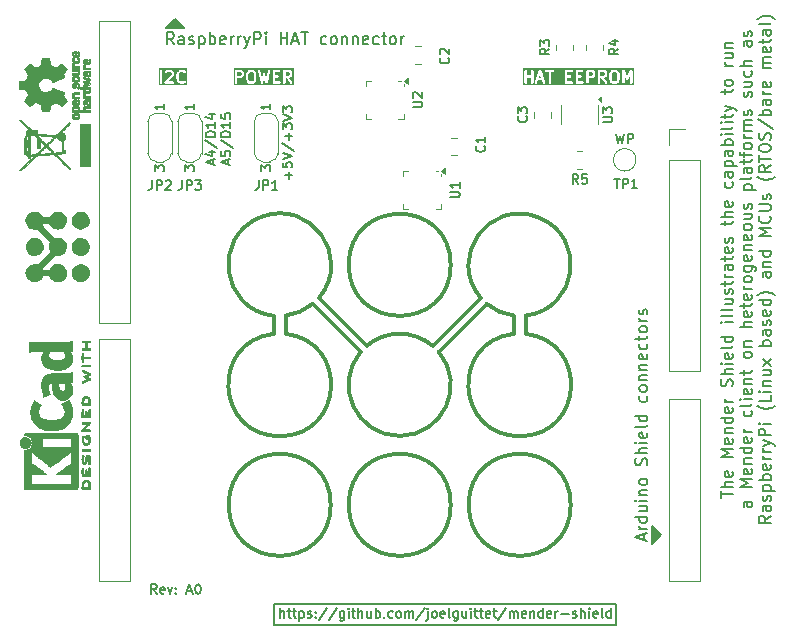
<source format=gbr>
%TF.GenerationSoftware,KiCad,Pcbnew,8.0.0*%
%TF.CreationDate,2024-04-26T11:05:52+02:00*%
%TF.ProjectId,mender-shield,6d656e64-6572-42d7-9368-69656c642e6b,rev?*%
%TF.SameCoordinates,Original*%
%TF.FileFunction,Legend,Top*%
%TF.FilePolarity,Positive*%
%FSLAX46Y46*%
G04 Gerber Fmt 4.6, Leading zero omitted, Abs format (unit mm)*
G04 Created by KiCad (PCBNEW 8.0.0) date 2024-04-26 11:05:52*
%MOMM*%
%LPD*%
G01*
G04 APERTURE LIST*
%ADD10C,0.160000*%
%ADD11C,0.300000*%
%ADD12C,0.150000*%
%ADD13C,0.200000*%
%ADD14C,0.120000*%
%ADD15C,0.000000*%
%ADD16C,0.010000*%
G04 APERTURE END LIST*
D10*
X105146882Y-121813775D02*
X104880215Y-121432822D01*
X104689739Y-121813775D02*
X104689739Y-121013775D01*
X104689739Y-121013775D02*
X104994501Y-121013775D01*
X104994501Y-121013775D02*
X105070691Y-121051870D01*
X105070691Y-121051870D02*
X105108786Y-121089965D01*
X105108786Y-121089965D02*
X105146882Y-121166156D01*
X105146882Y-121166156D02*
X105146882Y-121280441D01*
X105146882Y-121280441D02*
X105108786Y-121356632D01*
X105108786Y-121356632D02*
X105070691Y-121394727D01*
X105070691Y-121394727D02*
X104994501Y-121432822D01*
X104994501Y-121432822D02*
X104689739Y-121432822D01*
X105794501Y-121775680D02*
X105718310Y-121813775D01*
X105718310Y-121813775D02*
X105565929Y-121813775D01*
X105565929Y-121813775D02*
X105489739Y-121775680D01*
X105489739Y-121775680D02*
X105451643Y-121699489D01*
X105451643Y-121699489D02*
X105451643Y-121394727D01*
X105451643Y-121394727D02*
X105489739Y-121318537D01*
X105489739Y-121318537D02*
X105565929Y-121280441D01*
X105565929Y-121280441D02*
X105718310Y-121280441D01*
X105718310Y-121280441D02*
X105794501Y-121318537D01*
X105794501Y-121318537D02*
X105832596Y-121394727D01*
X105832596Y-121394727D02*
X105832596Y-121470918D01*
X105832596Y-121470918D02*
X105451643Y-121547108D01*
X106099262Y-121280441D02*
X106289738Y-121813775D01*
X106289738Y-121813775D02*
X106480215Y-121280441D01*
X106784977Y-121737584D02*
X106823072Y-121775680D01*
X106823072Y-121775680D02*
X106784977Y-121813775D01*
X106784977Y-121813775D02*
X106746881Y-121775680D01*
X106746881Y-121775680D02*
X106784977Y-121737584D01*
X106784977Y-121737584D02*
X106784977Y-121813775D01*
X106784977Y-121318537D02*
X106823072Y-121356632D01*
X106823072Y-121356632D02*
X106784977Y-121394727D01*
X106784977Y-121394727D02*
X106746881Y-121356632D01*
X106746881Y-121356632D02*
X106784977Y-121318537D01*
X106784977Y-121318537D02*
X106784977Y-121394727D01*
X107737357Y-121585203D02*
X108118310Y-121585203D01*
X107661167Y-121813775D02*
X107927834Y-121013775D01*
X107927834Y-121013775D02*
X108194500Y-121813775D01*
X108613548Y-121013775D02*
X108689738Y-121013775D01*
X108689738Y-121013775D02*
X108765929Y-121051870D01*
X108765929Y-121051870D02*
X108804024Y-121089965D01*
X108804024Y-121089965D02*
X108842119Y-121166156D01*
X108842119Y-121166156D02*
X108880214Y-121318537D01*
X108880214Y-121318537D02*
X108880214Y-121509013D01*
X108880214Y-121509013D02*
X108842119Y-121661394D01*
X108842119Y-121661394D02*
X108804024Y-121737584D01*
X108804024Y-121737584D02*
X108765929Y-121775680D01*
X108765929Y-121775680D02*
X108689738Y-121813775D01*
X108689738Y-121813775D02*
X108613548Y-121813775D01*
X108613548Y-121813775D02*
X108537357Y-121775680D01*
X108537357Y-121775680D02*
X108499262Y-121737584D01*
X108499262Y-121737584D02*
X108461167Y-121661394D01*
X108461167Y-121661394D02*
X108423071Y-121509013D01*
X108423071Y-121509013D02*
X108423071Y-121318537D01*
X108423071Y-121318537D02*
X108461167Y-121166156D01*
X108461167Y-121166156D02*
X108499262Y-121089965D01*
X108499262Y-121089965D02*
X108537357Y-121051870D01*
X108537357Y-121051870D02*
X108613548Y-121013775D01*
D11*
X135384607Y-98275837D02*
X135382000Y-99822000D01*
X130048000Y-93980000D02*
G75*
G02*
X121412000Y-93980000I-4318000J0D01*
G01*
X121412000Y-93980000D02*
G75*
G02*
X130048000Y-93980000I4318000J0D01*
G01*
X132588000Y-96774000D02*
G75*
G02*
X136395393Y-98275837I3302000J2794000D01*
G01*
X135384607Y-98275836D02*
G75*
G02*
X133096001Y-97281999I505393J4295836D01*
G01*
X136398000Y-99822002D02*
G75*
G02*
X135382000Y-99822002I-508000J-4317998D01*
G01*
X136398000Y-99822000D02*
X136398000Y-98298000D01*
X122936000Y-100838000D02*
G75*
G02*
X128523999Y-100838001I2793999J-3302000D01*
G01*
X129032000Y-101346000D02*
G75*
G02*
X122428000Y-101346000I-3302000J-2794000D01*
G01*
X128524000Y-100838000D02*
X132588000Y-96774000D01*
X129032000Y-101346000D02*
X133096000Y-97282000D01*
X115062000Y-98297998D02*
G75*
G02*
X118889033Y-96788413I507999J4317998D01*
G01*
X118363999Y-97281999D02*
G75*
G02*
X116075393Y-98275836I-2794000J3301999D01*
G01*
X122428000Y-101346000D02*
X118364000Y-97282000D01*
X122936000Y-100838000D02*
X118872000Y-96774000D01*
X116078000Y-99822002D02*
G75*
G02*
X115062000Y-99822002I-508000J-4317998D01*
G01*
X116078000Y-98298000D02*
X116078000Y-99822000D01*
X115062000Y-98298000D02*
X115062000Y-99822000D01*
D12*
X144037142Y-82874295D02*
X144227618Y-83674295D01*
X144227618Y-83674295D02*
X144379999Y-83102866D01*
X144379999Y-83102866D02*
X144532380Y-83674295D01*
X144532380Y-83674295D02*
X144722857Y-82874295D01*
X145027619Y-83674295D02*
X145027619Y-82874295D01*
X145027619Y-82874295D02*
X145332381Y-82874295D01*
X145332381Y-82874295D02*
X145408571Y-82912390D01*
X145408571Y-82912390D02*
X145446666Y-82950485D01*
X145446666Y-82950485D02*
X145484762Y-83026676D01*
X145484762Y-83026676D02*
X145484762Y-83140961D01*
X145484762Y-83140961D02*
X145446666Y-83217152D01*
X145446666Y-83217152D02*
X145408571Y-83255247D01*
X145408571Y-83255247D02*
X145332381Y-83293342D01*
X145332381Y-83293342D02*
X145027619Y-83293342D01*
X144018000Y-122682000D02*
X115062000Y-122682000D01*
X144018000Y-124460000D02*
X144018000Y-122682000D01*
X115062000Y-124460000D02*
X144018000Y-124460000D01*
X115062000Y-122682000D02*
X115062000Y-124460000D01*
D13*
X106605101Y-75305219D02*
X106271768Y-74829028D01*
X106033673Y-75305219D02*
X106033673Y-74305219D01*
X106033673Y-74305219D02*
X106414625Y-74305219D01*
X106414625Y-74305219D02*
X106509863Y-74352838D01*
X106509863Y-74352838D02*
X106557482Y-74400457D01*
X106557482Y-74400457D02*
X106605101Y-74495695D01*
X106605101Y-74495695D02*
X106605101Y-74638552D01*
X106605101Y-74638552D02*
X106557482Y-74733790D01*
X106557482Y-74733790D02*
X106509863Y-74781409D01*
X106509863Y-74781409D02*
X106414625Y-74829028D01*
X106414625Y-74829028D02*
X106033673Y-74829028D01*
X107462244Y-75305219D02*
X107462244Y-74781409D01*
X107462244Y-74781409D02*
X107414625Y-74686171D01*
X107414625Y-74686171D02*
X107319387Y-74638552D01*
X107319387Y-74638552D02*
X107128911Y-74638552D01*
X107128911Y-74638552D02*
X107033673Y-74686171D01*
X107462244Y-75257600D02*
X107367006Y-75305219D01*
X107367006Y-75305219D02*
X107128911Y-75305219D01*
X107128911Y-75305219D02*
X107033673Y-75257600D01*
X107033673Y-75257600D02*
X106986054Y-75162361D01*
X106986054Y-75162361D02*
X106986054Y-75067123D01*
X106986054Y-75067123D02*
X107033673Y-74971885D01*
X107033673Y-74971885D02*
X107128911Y-74924266D01*
X107128911Y-74924266D02*
X107367006Y-74924266D01*
X107367006Y-74924266D02*
X107462244Y-74876647D01*
X107890816Y-75257600D02*
X107986054Y-75305219D01*
X107986054Y-75305219D02*
X108176530Y-75305219D01*
X108176530Y-75305219D02*
X108271768Y-75257600D01*
X108271768Y-75257600D02*
X108319387Y-75162361D01*
X108319387Y-75162361D02*
X108319387Y-75114742D01*
X108319387Y-75114742D02*
X108271768Y-75019504D01*
X108271768Y-75019504D02*
X108176530Y-74971885D01*
X108176530Y-74971885D02*
X108033673Y-74971885D01*
X108033673Y-74971885D02*
X107938435Y-74924266D01*
X107938435Y-74924266D02*
X107890816Y-74829028D01*
X107890816Y-74829028D02*
X107890816Y-74781409D01*
X107890816Y-74781409D02*
X107938435Y-74686171D01*
X107938435Y-74686171D02*
X108033673Y-74638552D01*
X108033673Y-74638552D02*
X108176530Y-74638552D01*
X108176530Y-74638552D02*
X108271768Y-74686171D01*
X108747959Y-74638552D02*
X108747959Y-75638552D01*
X108747959Y-74686171D02*
X108843197Y-74638552D01*
X108843197Y-74638552D02*
X109033673Y-74638552D01*
X109033673Y-74638552D02*
X109128911Y-74686171D01*
X109128911Y-74686171D02*
X109176530Y-74733790D01*
X109176530Y-74733790D02*
X109224149Y-74829028D01*
X109224149Y-74829028D02*
X109224149Y-75114742D01*
X109224149Y-75114742D02*
X109176530Y-75209980D01*
X109176530Y-75209980D02*
X109128911Y-75257600D01*
X109128911Y-75257600D02*
X109033673Y-75305219D01*
X109033673Y-75305219D02*
X108843197Y-75305219D01*
X108843197Y-75305219D02*
X108747959Y-75257600D01*
X109652721Y-75305219D02*
X109652721Y-74305219D01*
X109652721Y-74686171D02*
X109747959Y-74638552D01*
X109747959Y-74638552D02*
X109938435Y-74638552D01*
X109938435Y-74638552D02*
X110033673Y-74686171D01*
X110033673Y-74686171D02*
X110081292Y-74733790D01*
X110081292Y-74733790D02*
X110128911Y-74829028D01*
X110128911Y-74829028D02*
X110128911Y-75114742D01*
X110128911Y-75114742D02*
X110081292Y-75209980D01*
X110081292Y-75209980D02*
X110033673Y-75257600D01*
X110033673Y-75257600D02*
X109938435Y-75305219D01*
X109938435Y-75305219D02*
X109747959Y-75305219D01*
X109747959Y-75305219D02*
X109652721Y-75257600D01*
X110938435Y-75257600D02*
X110843197Y-75305219D01*
X110843197Y-75305219D02*
X110652721Y-75305219D01*
X110652721Y-75305219D02*
X110557483Y-75257600D01*
X110557483Y-75257600D02*
X110509864Y-75162361D01*
X110509864Y-75162361D02*
X110509864Y-74781409D01*
X110509864Y-74781409D02*
X110557483Y-74686171D01*
X110557483Y-74686171D02*
X110652721Y-74638552D01*
X110652721Y-74638552D02*
X110843197Y-74638552D01*
X110843197Y-74638552D02*
X110938435Y-74686171D01*
X110938435Y-74686171D02*
X110986054Y-74781409D01*
X110986054Y-74781409D02*
X110986054Y-74876647D01*
X110986054Y-74876647D02*
X110509864Y-74971885D01*
X111414626Y-75305219D02*
X111414626Y-74638552D01*
X111414626Y-74829028D02*
X111462245Y-74733790D01*
X111462245Y-74733790D02*
X111509864Y-74686171D01*
X111509864Y-74686171D02*
X111605102Y-74638552D01*
X111605102Y-74638552D02*
X111700340Y-74638552D01*
X112033674Y-75305219D02*
X112033674Y-74638552D01*
X112033674Y-74829028D02*
X112081293Y-74733790D01*
X112081293Y-74733790D02*
X112128912Y-74686171D01*
X112128912Y-74686171D02*
X112224150Y-74638552D01*
X112224150Y-74638552D02*
X112319388Y-74638552D01*
X112557484Y-74638552D02*
X112795579Y-75305219D01*
X113033674Y-74638552D02*
X112795579Y-75305219D01*
X112795579Y-75305219D02*
X112700341Y-75543314D01*
X112700341Y-75543314D02*
X112652722Y-75590933D01*
X112652722Y-75590933D02*
X112557484Y-75638552D01*
X113414627Y-75305219D02*
X113414627Y-74305219D01*
X113414627Y-74305219D02*
X113795579Y-74305219D01*
X113795579Y-74305219D02*
X113890817Y-74352838D01*
X113890817Y-74352838D02*
X113938436Y-74400457D01*
X113938436Y-74400457D02*
X113986055Y-74495695D01*
X113986055Y-74495695D02*
X113986055Y-74638552D01*
X113986055Y-74638552D02*
X113938436Y-74733790D01*
X113938436Y-74733790D02*
X113890817Y-74781409D01*
X113890817Y-74781409D02*
X113795579Y-74829028D01*
X113795579Y-74829028D02*
X113414627Y-74829028D01*
X114414627Y-75305219D02*
X114414627Y-74638552D01*
X114414627Y-74305219D02*
X114367008Y-74352838D01*
X114367008Y-74352838D02*
X114414627Y-74400457D01*
X114414627Y-74400457D02*
X114462246Y-74352838D01*
X114462246Y-74352838D02*
X114414627Y-74305219D01*
X114414627Y-74305219D02*
X114414627Y-74400457D01*
X115652722Y-75305219D02*
X115652722Y-74305219D01*
X115652722Y-74781409D02*
X116224150Y-74781409D01*
X116224150Y-75305219D02*
X116224150Y-74305219D01*
X116652722Y-75019504D02*
X117128912Y-75019504D01*
X116557484Y-75305219D02*
X116890817Y-74305219D01*
X116890817Y-74305219D02*
X117224150Y-75305219D01*
X117414627Y-74305219D02*
X117986055Y-74305219D01*
X117700341Y-75305219D02*
X117700341Y-74305219D01*
X119509865Y-75257600D02*
X119414627Y-75305219D01*
X119414627Y-75305219D02*
X119224151Y-75305219D01*
X119224151Y-75305219D02*
X119128913Y-75257600D01*
X119128913Y-75257600D02*
X119081294Y-75209980D01*
X119081294Y-75209980D02*
X119033675Y-75114742D01*
X119033675Y-75114742D02*
X119033675Y-74829028D01*
X119033675Y-74829028D02*
X119081294Y-74733790D01*
X119081294Y-74733790D02*
X119128913Y-74686171D01*
X119128913Y-74686171D02*
X119224151Y-74638552D01*
X119224151Y-74638552D02*
X119414627Y-74638552D01*
X119414627Y-74638552D02*
X119509865Y-74686171D01*
X120081294Y-75305219D02*
X119986056Y-75257600D01*
X119986056Y-75257600D02*
X119938437Y-75209980D01*
X119938437Y-75209980D02*
X119890818Y-75114742D01*
X119890818Y-75114742D02*
X119890818Y-74829028D01*
X119890818Y-74829028D02*
X119938437Y-74733790D01*
X119938437Y-74733790D02*
X119986056Y-74686171D01*
X119986056Y-74686171D02*
X120081294Y-74638552D01*
X120081294Y-74638552D02*
X120224151Y-74638552D01*
X120224151Y-74638552D02*
X120319389Y-74686171D01*
X120319389Y-74686171D02*
X120367008Y-74733790D01*
X120367008Y-74733790D02*
X120414627Y-74829028D01*
X120414627Y-74829028D02*
X120414627Y-75114742D01*
X120414627Y-75114742D02*
X120367008Y-75209980D01*
X120367008Y-75209980D02*
X120319389Y-75257600D01*
X120319389Y-75257600D02*
X120224151Y-75305219D01*
X120224151Y-75305219D02*
X120081294Y-75305219D01*
X120843199Y-74638552D02*
X120843199Y-75305219D01*
X120843199Y-74733790D02*
X120890818Y-74686171D01*
X120890818Y-74686171D02*
X120986056Y-74638552D01*
X120986056Y-74638552D02*
X121128913Y-74638552D01*
X121128913Y-74638552D02*
X121224151Y-74686171D01*
X121224151Y-74686171D02*
X121271770Y-74781409D01*
X121271770Y-74781409D02*
X121271770Y-75305219D01*
X121747961Y-74638552D02*
X121747961Y-75305219D01*
X121747961Y-74733790D02*
X121795580Y-74686171D01*
X121795580Y-74686171D02*
X121890818Y-74638552D01*
X121890818Y-74638552D02*
X122033675Y-74638552D01*
X122033675Y-74638552D02*
X122128913Y-74686171D01*
X122128913Y-74686171D02*
X122176532Y-74781409D01*
X122176532Y-74781409D02*
X122176532Y-75305219D01*
X123033675Y-75257600D02*
X122938437Y-75305219D01*
X122938437Y-75305219D02*
X122747961Y-75305219D01*
X122747961Y-75305219D02*
X122652723Y-75257600D01*
X122652723Y-75257600D02*
X122605104Y-75162361D01*
X122605104Y-75162361D02*
X122605104Y-74781409D01*
X122605104Y-74781409D02*
X122652723Y-74686171D01*
X122652723Y-74686171D02*
X122747961Y-74638552D01*
X122747961Y-74638552D02*
X122938437Y-74638552D01*
X122938437Y-74638552D02*
X123033675Y-74686171D01*
X123033675Y-74686171D02*
X123081294Y-74781409D01*
X123081294Y-74781409D02*
X123081294Y-74876647D01*
X123081294Y-74876647D02*
X122605104Y-74971885D01*
X123938437Y-75257600D02*
X123843199Y-75305219D01*
X123843199Y-75305219D02*
X123652723Y-75305219D01*
X123652723Y-75305219D02*
X123557485Y-75257600D01*
X123557485Y-75257600D02*
X123509866Y-75209980D01*
X123509866Y-75209980D02*
X123462247Y-75114742D01*
X123462247Y-75114742D02*
X123462247Y-74829028D01*
X123462247Y-74829028D02*
X123509866Y-74733790D01*
X123509866Y-74733790D02*
X123557485Y-74686171D01*
X123557485Y-74686171D02*
X123652723Y-74638552D01*
X123652723Y-74638552D02*
X123843199Y-74638552D01*
X123843199Y-74638552D02*
X123938437Y-74686171D01*
X124224152Y-74638552D02*
X124605104Y-74638552D01*
X124367009Y-74305219D02*
X124367009Y-75162361D01*
X124367009Y-75162361D02*
X124414628Y-75257600D01*
X124414628Y-75257600D02*
X124509866Y-75305219D01*
X124509866Y-75305219D02*
X124605104Y-75305219D01*
X125081295Y-75305219D02*
X124986057Y-75257600D01*
X124986057Y-75257600D02*
X124938438Y-75209980D01*
X124938438Y-75209980D02*
X124890819Y-75114742D01*
X124890819Y-75114742D02*
X124890819Y-74829028D01*
X124890819Y-74829028D02*
X124938438Y-74733790D01*
X124938438Y-74733790D02*
X124986057Y-74686171D01*
X124986057Y-74686171D02*
X125081295Y-74638552D01*
X125081295Y-74638552D02*
X125224152Y-74638552D01*
X125224152Y-74638552D02*
X125319390Y-74686171D01*
X125319390Y-74686171D02*
X125367009Y-74733790D01*
X125367009Y-74733790D02*
X125414628Y-74829028D01*
X125414628Y-74829028D02*
X125414628Y-75114742D01*
X125414628Y-75114742D02*
X125367009Y-75209980D01*
X125367009Y-75209980D02*
X125319390Y-75257600D01*
X125319390Y-75257600D02*
X125224152Y-75305219D01*
X125224152Y-75305219D02*
X125081295Y-75305219D01*
X125843200Y-75305219D02*
X125843200Y-74638552D01*
X125843200Y-74829028D02*
X125890819Y-74733790D01*
X125890819Y-74733790D02*
X125938438Y-74686171D01*
X125938438Y-74686171D02*
X126033676Y-74638552D01*
X126033676Y-74638552D02*
X126128914Y-74638552D01*
X107442000Y-73914000D02*
X105918000Y-73914000D01*
X106680000Y-73152000D01*
X107442000Y-73914000D01*
G36*
X107442000Y-73914000D02*
G01*
X105918000Y-73914000D01*
X106680000Y-73152000D01*
X107442000Y-73914000D01*
G37*
X146393504Y-117279945D02*
X146393504Y-116803755D01*
X146679219Y-117375183D02*
X145679219Y-117041850D01*
X145679219Y-117041850D02*
X146679219Y-116708517D01*
X146679219Y-116375183D02*
X146012552Y-116375183D01*
X146203028Y-116375183D02*
X146107790Y-116327564D01*
X146107790Y-116327564D02*
X146060171Y-116279945D01*
X146060171Y-116279945D02*
X146012552Y-116184707D01*
X146012552Y-116184707D02*
X146012552Y-116089469D01*
X146679219Y-115327564D02*
X145679219Y-115327564D01*
X146631600Y-115327564D02*
X146679219Y-115422802D01*
X146679219Y-115422802D02*
X146679219Y-115613278D01*
X146679219Y-115613278D02*
X146631600Y-115708516D01*
X146631600Y-115708516D02*
X146583980Y-115756135D01*
X146583980Y-115756135D02*
X146488742Y-115803754D01*
X146488742Y-115803754D02*
X146203028Y-115803754D01*
X146203028Y-115803754D02*
X146107790Y-115756135D01*
X146107790Y-115756135D02*
X146060171Y-115708516D01*
X146060171Y-115708516D02*
X146012552Y-115613278D01*
X146012552Y-115613278D02*
X146012552Y-115422802D01*
X146012552Y-115422802D02*
X146060171Y-115327564D01*
X146012552Y-114422802D02*
X146679219Y-114422802D01*
X146012552Y-114851373D02*
X146536361Y-114851373D01*
X146536361Y-114851373D02*
X146631600Y-114803754D01*
X146631600Y-114803754D02*
X146679219Y-114708516D01*
X146679219Y-114708516D02*
X146679219Y-114565659D01*
X146679219Y-114565659D02*
X146631600Y-114470421D01*
X146631600Y-114470421D02*
X146583980Y-114422802D01*
X146679219Y-113946611D02*
X146012552Y-113946611D01*
X145679219Y-113946611D02*
X145726838Y-113994230D01*
X145726838Y-113994230D02*
X145774457Y-113946611D01*
X145774457Y-113946611D02*
X145726838Y-113898992D01*
X145726838Y-113898992D02*
X145679219Y-113946611D01*
X145679219Y-113946611D02*
X145774457Y-113946611D01*
X146012552Y-113470421D02*
X146679219Y-113470421D01*
X146107790Y-113470421D02*
X146060171Y-113422802D01*
X146060171Y-113422802D02*
X146012552Y-113327564D01*
X146012552Y-113327564D02*
X146012552Y-113184707D01*
X146012552Y-113184707D02*
X146060171Y-113089469D01*
X146060171Y-113089469D02*
X146155409Y-113041850D01*
X146155409Y-113041850D02*
X146679219Y-113041850D01*
X146679219Y-112422802D02*
X146631600Y-112518040D01*
X146631600Y-112518040D02*
X146583980Y-112565659D01*
X146583980Y-112565659D02*
X146488742Y-112613278D01*
X146488742Y-112613278D02*
X146203028Y-112613278D01*
X146203028Y-112613278D02*
X146107790Y-112565659D01*
X146107790Y-112565659D02*
X146060171Y-112518040D01*
X146060171Y-112518040D02*
X146012552Y-112422802D01*
X146012552Y-112422802D02*
X146012552Y-112279945D01*
X146012552Y-112279945D02*
X146060171Y-112184707D01*
X146060171Y-112184707D02*
X146107790Y-112137088D01*
X146107790Y-112137088D02*
X146203028Y-112089469D01*
X146203028Y-112089469D02*
X146488742Y-112089469D01*
X146488742Y-112089469D02*
X146583980Y-112137088D01*
X146583980Y-112137088D02*
X146631600Y-112184707D01*
X146631600Y-112184707D02*
X146679219Y-112279945D01*
X146679219Y-112279945D02*
X146679219Y-112422802D01*
X146631600Y-110946611D02*
X146679219Y-110803754D01*
X146679219Y-110803754D02*
X146679219Y-110565659D01*
X146679219Y-110565659D02*
X146631600Y-110470421D01*
X146631600Y-110470421D02*
X146583980Y-110422802D01*
X146583980Y-110422802D02*
X146488742Y-110375183D01*
X146488742Y-110375183D02*
X146393504Y-110375183D01*
X146393504Y-110375183D02*
X146298266Y-110422802D01*
X146298266Y-110422802D02*
X146250647Y-110470421D01*
X146250647Y-110470421D02*
X146203028Y-110565659D01*
X146203028Y-110565659D02*
X146155409Y-110756135D01*
X146155409Y-110756135D02*
X146107790Y-110851373D01*
X146107790Y-110851373D02*
X146060171Y-110898992D01*
X146060171Y-110898992D02*
X145964933Y-110946611D01*
X145964933Y-110946611D02*
X145869695Y-110946611D01*
X145869695Y-110946611D02*
X145774457Y-110898992D01*
X145774457Y-110898992D02*
X145726838Y-110851373D01*
X145726838Y-110851373D02*
X145679219Y-110756135D01*
X145679219Y-110756135D02*
X145679219Y-110518040D01*
X145679219Y-110518040D02*
X145726838Y-110375183D01*
X146679219Y-109946611D02*
X145679219Y-109946611D01*
X146679219Y-109518040D02*
X146155409Y-109518040D01*
X146155409Y-109518040D02*
X146060171Y-109565659D01*
X146060171Y-109565659D02*
X146012552Y-109660897D01*
X146012552Y-109660897D02*
X146012552Y-109803754D01*
X146012552Y-109803754D02*
X146060171Y-109898992D01*
X146060171Y-109898992D02*
X146107790Y-109946611D01*
X146679219Y-109041849D02*
X146012552Y-109041849D01*
X145679219Y-109041849D02*
X145726838Y-109089468D01*
X145726838Y-109089468D02*
X145774457Y-109041849D01*
X145774457Y-109041849D02*
X145726838Y-108994230D01*
X145726838Y-108994230D02*
X145679219Y-109041849D01*
X145679219Y-109041849D02*
X145774457Y-109041849D01*
X146631600Y-108184707D02*
X146679219Y-108279945D01*
X146679219Y-108279945D02*
X146679219Y-108470421D01*
X146679219Y-108470421D02*
X146631600Y-108565659D01*
X146631600Y-108565659D02*
X146536361Y-108613278D01*
X146536361Y-108613278D02*
X146155409Y-108613278D01*
X146155409Y-108613278D02*
X146060171Y-108565659D01*
X146060171Y-108565659D02*
X146012552Y-108470421D01*
X146012552Y-108470421D02*
X146012552Y-108279945D01*
X146012552Y-108279945D02*
X146060171Y-108184707D01*
X146060171Y-108184707D02*
X146155409Y-108137088D01*
X146155409Y-108137088D02*
X146250647Y-108137088D01*
X146250647Y-108137088D02*
X146345885Y-108613278D01*
X146679219Y-107565659D02*
X146631600Y-107660897D01*
X146631600Y-107660897D02*
X146536361Y-107708516D01*
X146536361Y-107708516D02*
X145679219Y-107708516D01*
X146679219Y-106756135D02*
X145679219Y-106756135D01*
X146631600Y-106756135D02*
X146679219Y-106851373D01*
X146679219Y-106851373D02*
X146679219Y-107041849D01*
X146679219Y-107041849D02*
X146631600Y-107137087D01*
X146631600Y-107137087D02*
X146583980Y-107184706D01*
X146583980Y-107184706D02*
X146488742Y-107232325D01*
X146488742Y-107232325D02*
X146203028Y-107232325D01*
X146203028Y-107232325D02*
X146107790Y-107184706D01*
X146107790Y-107184706D02*
X146060171Y-107137087D01*
X146060171Y-107137087D02*
X146012552Y-107041849D01*
X146012552Y-107041849D02*
X146012552Y-106851373D01*
X146012552Y-106851373D02*
X146060171Y-106756135D01*
X146631600Y-105089468D02*
X146679219Y-105184706D01*
X146679219Y-105184706D02*
X146679219Y-105375182D01*
X146679219Y-105375182D02*
X146631600Y-105470420D01*
X146631600Y-105470420D02*
X146583980Y-105518039D01*
X146583980Y-105518039D02*
X146488742Y-105565658D01*
X146488742Y-105565658D02*
X146203028Y-105565658D01*
X146203028Y-105565658D02*
X146107790Y-105518039D01*
X146107790Y-105518039D02*
X146060171Y-105470420D01*
X146060171Y-105470420D02*
X146012552Y-105375182D01*
X146012552Y-105375182D02*
X146012552Y-105184706D01*
X146012552Y-105184706D02*
X146060171Y-105089468D01*
X146679219Y-104518039D02*
X146631600Y-104613277D01*
X146631600Y-104613277D02*
X146583980Y-104660896D01*
X146583980Y-104660896D02*
X146488742Y-104708515D01*
X146488742Y-104708515D02*
X146203028Y-104708515D01*
X146203028Y-104708515D02*
X146107790Y-104660896D01*
X146107790Y-104660896D02*
X146060171Y-104613277D01*
X146060171Y-104613277D02*
X146012552Y-104518039D01*
X146012552Y-104518039D02*
X146012552Y-104375182D01*
X146012552Y-104375182D02*
X146060171Y-104279944D01*
X146060171Y-104279944D02*
X146107790Y-104232325D01*
X146107790Y-104232325D02*
X146203028Y-104184706D01*
X146203028Y-104184706D02*
X146488742Y-104184706D01*
X146488742Y-104184706D02*
X146583980Y-104232325D01*
X146583980Y-104232325D02*
X146631600Y-104279944D01*
X146631600Y-104279944D02*
X146679219Y-104375182D01*
X146679219Y-104375182D02*
X146679219Y-104518039D01*
X146012552Y-103756134D02*
X146679219Y-103756134D01*
X146107790Y-103756134D02*
X146060171Y-103708515D01*
X146060171Y-103708515D02*
X146012552Y-103613277D01*
X146012552Y-103613277D02*
X146012552Y-103470420D01*
X146012552Y-103470420D02*
X146060171Y-103375182D01*
X146060171Y-103375182D02*
X146155409Y-103327563D01*
X146155409Y-103327563D02*
X146679219Y-103327563D01*
X146012552Y-102851372D02*
X146679219Y-102851372D01*
X146107790Y-102851372D02*
X146060171Y-102803753D01*
X146060171Y-102803753D02*
X146012552Y-102708515D01*
X146012552Y-102708515D02*
X146012552Y-102565658D01*
X146012552Y-102565658D02*
X146060171Y-102470420D01*
X146060171Y-102470420D02*
X146155409Y-102422801D01*
X146155409Y-102422801D02*
X146679219Y-102422801D01*
X146631600Y-101565658D02*
X146679219Y-101660896D01*
X146679219Y-101660896D02*
X146679219Y-101851372D01*
X146679219Y-101851372D02*
X146631600Y-101946610D01*
X146631600Y-101946610D02*
X146536361Y-101994229D01*
X146536361Y-101994229D02*
X146155409Y-101994229D01*
X146155409Y-101994229D02*
X146060171Y-101946610D01*
X146060171Y-101946610D02*
X146012552Y-101851372D01*
X146012552Y-101851372D02*
X146012552Y-101660896D01*
X146012552Y-101660896D02*
X146060171Y-101565658D01*
X146060171Y-101565658D02*
X146155409Y-101518039D01*
X146155409Y-101518039D02*
X146250647Y-101518039D01*
X146250647Y-101518039D02*
X146345885Y-101994229D01*
X146631600Y-100660896D02*
X146679219Y-100756134D01*
X146679219Y-100756134D02*
X146679219Y-100946610D01*
X146679219Y-100946610D02*
X146631600Y-101041848D01*
X146631600Y-101041848D02*
X146583980Y-101089467D01*
X146583980Y-101089467D02*
X146488742Y-101137086D01*
X146488742Y-101137086D02*
X146203028Y-101137086D01*
X146203028Y-101137086D02*
X146107790Y-101089467D01*
X146107790Y-101089467D02*
X146060171Y-101041848D01*
X146060171Y-101041848D02*
X146012552Y-100946610D01*
X146012552Y-100946610D02*
X146012552Y-100756134D01*
X146012552Y-100756134D02*
X146060171Y-100660896D01*
X146012552Y-100375181D02*
X146012552Y-99994229D01*
X145679219Y-100232324D02*
X146536361Y-100232324D01*
X146536361Y-100232324D02*
X146631600Y-100184705D01*
X146631600Y-100184705D02*
X146679219Y-100089467D01*
X146679219Y-100089467D02*
X146679219Y-99994229D01*
X146679219Y-99518038D02*
X146631600Y-99613276D01*
X146631600Y-99613276D02*
X146583980Y-99660895D01*
X146583980Y-99660895D02*
X146488742Y-99708514D01*
X146488742Y-99708514D02*
X146203028Y-99708514D01*
X146203028Y-99708514D02*
X146107790Y-99660895D01*
X146107790Y-99660895D02*
X146060171Y-99613276D01*
X146060171Y-99613276D02*
X146012552Y-99518038D01*
X146012552Y-99518038D02*
X146012552Y-99375181D01*
X146012552Y-99375181D02*
X146060171Y-99279943D01*
X146060171Y-99279943D02*
X146107790Y-99232324D01*
X146107790Y-99232324D02*
X146203028Y-99184705D01*
X146203028Y-99184705D02*
X146488742Y-99184705D01*
X146488742Y-99184705D02*
X146583980Y-99232324D01*
X146583980Y-99232324D02*
X146631600Y-99279943D01*
X146631600Y-99279943D02*
X146679219Y-99375181D01*
X146679219Y-99375181D02*
X146679219Y-99518038D01*
X146679219Y-98756133D02*
X146012552Y-98756133D01*
X146203028Y-98756133D02*
X146107790Y-98708514D01*
X146107790Y-98708514D02*
X146060171Y-98660895D01*
X146060171Y-98660895D02*
X146012552Y-98565657D01*
X146012552Y-98565657D02*
X146012552Y-98470419D01*
X146631600Y-98184704D02*
X146679219Y-98089466D01*
X146679219Y-98089466D02*
X146679219Y-97898990D01*
X146679219Y-97898990D02*
X146631600Y-97803752D01*
X146631600Y-97803752D02*
X146536361Y-97756133D01*
X146536361Y-97756133D02*
X146488742Y-97756133D01*
X146488742Y-97756133D02*
X146393504Y-97803752D01*
X146393504Y-97803752D02*
X146345885Y-97898990D01*
X146345885Y-97898990D02*
X146345885Y-98041847D01*
X146345885Y-98041847D02*
X146298266Y-98137085D01*
X146298266Y-98137085D02*
X146203028Y-98184704D01*
X146203028Y-98184704D02*
X146155409Y-98184704D01*
X146155409Y-98184704D02*
X146060171Y-98137085D01*
X146060171Y-98137085D02*
X146012552Y-98041847D01*
X146012552Y-98041847D02*
X146012552Y-97898990D01*
X146012552Y-97898990D02*
X146060171Y-97803752D01*
X147828000Y-116840000D02*
X147066000Y-117602000D01*
X147066000Y-116078000D01*
X147828000Y-116840000D01*
G36*
X147828000Y-116840000D02*
G01*
X147066000Y-117602000D01*
X147066000Y-116078000D01*
X147828000Y-116840000D01*
G37*
X152917331Y-113683336D02*
X152917331Y-113111908D01*
X153917331Y-113397622D02*
X152917331Y-113397622D01*
X153917331Y-112778574D02*
X152917331Y-112778574D01*
X153917331Y-112350003D02*
X153393521Y-112350003D01*
X153393521Y-112350003D02*
X153298283Y-112397622D01*
X153298283Y-112397622D02*
X153250664Y-112492860D01*
X153250664Y-112492860D02*
X153250664Y-112635717D01*
X153250664Y-112635717D02*
X153298283Y-112730955D01*
X153298283Y-112730955D02*
X153345902Y-112778574D01*
X153869712Y-111492860D02*
X153917331Y-111588098D01*
X153917331Y-111588098D02*
X153917331Y-111778574D01*
X153917331Y-111778574D02*
X153869712Y-111873812D01*
X153869712Y-111873812D02*
X153774473Y-111921431D01*
X153774473Y-111921431D02*
X153393521Y-111921431D01*
X153393521Y-111921431D02*
X153298283Y-111873812D01*
X153298283Y-111873812D02*
X153250664Y-111778574D01*
X153250664Y-111778574D02*
X153250664Y-111588098D01*
X153250664Y-111588098D02*
X153298283Y-111492860D01*
X153298283Y-111492860D02*
X153393521Y-111445241D01*
X153393521Y-111445241D02*
X153488759Y-111445241D01*
X153488759Y-111445241D02*
X153583997Y-111921431D01*
X153917331Y-110254764D02*
X152917331Y-110254764D01*
X152917331Y-110254764D02*
X153631616Y-109921431D01*
X153631616Y-109921431D02*
X152917331Y-109588098D01*
X152917331Y-109588098D02*
X153917331Y-109588098D01*
X153869712Y-108730955D02*
X153917331Y-108826193D01*
X153917331Y-108826193D02*
X153917331Y-109016669D01*
X153917331Y-109016669D02*
X153869712Y-109111907D01*
X153869712Y-109111907D02*
X153774473Y-109159526D01*
X153774473Y-109159526D02*
X153393521Y-109159526D01*
X153393521Y-109159526D02*
X153298283Y-109111907D01*
X153298283Y-109111907D02*
X153250664Y-109016669D01*
X153250664Y-109016669D02*
X153250664Y-108826193D01*
X153250664Y-108826193D02*
X153298283Y-108730955D01*
X153298283Y-108730955D02*
X153393521Y-108683336D01*
X153393521Y-108683336D02*
X153488759Y-108683336D01*
X153488759Y-108683336D02*
X153583997Y-109159526D01*
X153250664Y-108254764D02*
X153917331Y-108254764D01*
X153345902Y-108254764D02*
X153298283Y-108207145D01*
X153298283Y-108207145D02*
X153250664Y-108111907D01*
X153250664Y-108111907D02*
X153250664Y-107969050D01*
X153250664Y-107969050D02*
X153298283Y-107873812D01*
X153298283Y-107873812D02*
X153393521Y-107826193D01*
X153393521Y-107826193D02*
X153917331Y-107826193D01*
X153917331Y-106921431D02*
X152917331Y-106921431D01*
X153869712Y-106921431D02*
X153917331Y-107016669D01*
X153917331Y-107016669D02*
X153917331Y-107207145D01*
X153917331Y-107207145D02*
X153869712Y-107302383D01*
X153869712Y-107302383D02*
X153822092Y-107350002D01*
X153822092Y-107350002D02*
X153726854Y-107397621D01*
X153726854Y-107397621D02*
X153441140Y-107397621D01*
X153441140Y-107397621D02*
X153345902Y-107350002D01*
X153345902Y-107350002D02*
X153298283Y-107302383D01*
X153298283Y-107302383D02*
X153250664Y-107207145D01*
X153250664Y-107207145D02*
X153250664Y-107016669D01*
X153250664Y-107016669D02*
X153298283Y-106921431D01*
X153869712Y-106064288D02*
X153917331Y-106159526D01*
X153917331Y-106159526D02*
X153917331Y-106350002D01*
X153917331Y-106350002D02*
X153869712Y-106445240D01*
X153869712Y-106445240D02*
X153774473Y-106492859D01*
X153774473Y-106492859D02*
X153393521Y-106492859D01*
X153393521Y-106492859D02*
X153298283Y-106445240D01*
X153298283Y-106445240D02*
X153250664Y-106350002D01*
X153250664Y-106350002D02*
X153250664Y-106159526D01*
X153250664Y-106159526D02*
X153298283Y-106064288D01*
X153298283Y-106064288D02*
X153393521Y-106016669D01*
X153393521Y-106016669D02*
X153488759Y-106016669D01*
X153488759Y-106016669D02*
X153583997Y-106492859D01*
X153917331Y-105588097D02*
X153250664Y-105588097D01*
X153441140Y-105588097D02*
X153345902Y-105540478D01*
X153345902Y-105540478D02*
X153298283Y-105492859D01*
X153298283Y-105492859D02*
X153250664Y-105397621D01*
X153250664Y-105397621D02*
X153250664Y-105302383D01*
X153869712Y-104254763D02*
X153917331Y-104111906D01*
X153917331Y-104111906D02*
X153917331Y-103873811D01*
X153917331Y-103873811D02*
X153869712Y-103778573D01*
X153869712Y-103778573D02*
X153822092Y-103730954D01*
X153822092Y-103730954D02*
X153726854Y-103683335D01*
X153726854Y-103683335D02*
X153631616Y-103683335D01*
X153631616Y-103683335D02*
X153536378Y-103730954D01*
X153536378Y-103730954D02*
X153488759Y-103778573D01*
X153488759Y-103778573D02*
X153441140Y-103873811D01*
X153441140Y-103873811D02*
X153393521Y-104064287D01*
X153393521Y-104064287D02*
X153345902Y-104159525D01*
X153345902Y-104159525D02*
X153298283Y-104207144D01*
X153298283Y-104207144D02*
X153203045Y-104254763D01*
X153203045Y-104254763D02*
X153107807Y-104254763D01*
X153107807Y-104254763D02*
X153012569Y-104207144D01*
X153012569Y-104207144D02*
X152964950Y-104159525D01*
X152964950Y-104159525D02*
X152917331Y-104064287D01*
X152917331Y-104064287D02*
X152917331Y-103826192D01*
X152917331Y-103826192D02*
X152964950Y-103683335D01*
X153917331Y-103254763D02*
X152917331Y-103254763D01*
X153917331Y-102826192D02*
X153393521Y-102826192D01*
X153393521Y-102826192D02*
X153298283Y-102873811D01*
X153298283Y-102873811D02*
X153250664Y-102969049D01*
X153250664Y-102969049D02*
X153250664Y-103111906D01*
X153250664Y-103111906D02*
X153298283Y-103207144D01*
X153298283Y-103207144D02*
X153345902Y-103254763D01*
X153917331Y-102350001D02*
X153250664Y-102350001D01*
X152917331Y-102350001D02*
X152964950Y-102397620D01*
X152964950Y-102397620D02*
X153012569Y-102350001D01*
X153012569Y-102350001D02*
X152964950Y-102302382D01*
X152964950Y-102302382D02*
X152917331Y-102350001D01*
X152917331Y-102350001D02*
X153012569Y-102350001D01*
X153869712Y-101492859D02*
X153917331Y-101588097D01*
X153917331Y-101588097D02*
X153917331Y-101778573D01*
X153917331Y-101778573D02*
X153869712Y-101873811D01*
X153869712Y-101873811D02*
X153774473Y-101921430D01*
X153774473Y-101921430D02*
X153393521Y-101921430D01*
X153393521Y-101921430D02*
X153298283Y-101873811D01*
X153298283Y-101873811D02*
X153250664Y-101778573D01*
X153250664Y-101778573D02*
X153250664Y-101588097D01*
X153250664Y-101588097D02*
X153298283Y-101492859D01*
X153298283Y-101492859D02*
X153393521Y-101445240D01*
X153393521Y-101445240D02*
X153488759Y-101445240D01*
X153488759Y-101445240D02*
X153583997Y-101921430D01*
X153917331Y-100873811D02*
X153869712Y-100969049D01*
X153869712Y-100969049D02*
X153774473Y-101016668D01*
X153774473Y-101016668D02*
X152917331Y-101016668D01*
X153917331Y-100064287D02*
X152917331Y-100064287D01*
X153869712Y-100064287D02*
X153917331Y-100159525D01*
X153917331Y-100159525D02*
X153917331Y-100350001D01*
X153917331Y-100350001D02*
X153869712Y-100445239D01*
X153869712Y-100445239D02*
X153822092Y-100492858D01*
X153822092Y-100492858D02*
X153726854Y-100540477D01*
X153726854Y-100540477D02*
X153441140Y-100540477D01*
X153441140Y-100540477D02*
X153345902Y-100492858D01*
X153345902Y-100492858D02*
X153298283Y-100445239D01*
X153298283Y-100445239D02*
X153250664Y-100350001D01*
X153250664Y-100350001D02*
X153250664Y-100159525D01*
X153250664Y-100159525D02*
X153298283Y-100064287D01*
X153917331Y-98826191D02*
X153250664Y-98826191D01*
X152917331Y-98826191D02*
X152964950Y-98873810D01*
X152964950Y-98873810D02*
X153012569Y-98826191D01*
X153012569Y-98826191D02*
X152964950Y-98778572D01*
X152964950Y-98778572D02*
X152917331Y-98826191D01*
X152917331Y-98826191D02*
X153012569Y-98826191D01*
X153917331Y-98207144D02*
X153869712Y-98302382D01*
X153869712Y-98302382D02*
X153774473Y-98350001D01*
X153774473Y-98350001D02*
X152917331Y-98350001D01*
X153917331Y-97683334D02*
X153869712Y-97778572D01*
X153869712Y-97778572D02*
X153774473Y-97826191D01*
X153774473Y-97826191D02*
X152917331Y-97826191D01*
X153250664Y-96873810D02*
X153917331Y-96873810D01*
X153250664Y-97302381D02*
X153774473Y-97302381D01*
X153774473Y-97302381D02*
X153869712Y-97254762D01*
X153869712Y-97254762D02*
X153917331Y-97159524D01*
X153917331Y-97159524D02*
X153917331Y-97016667D01*
X153917331Y-97016667D02*
X153869712Y-96921429D01*
X153869712Y-96921429D02*
X153822092Y-96873810D01*
X153869712Y-96445238D02*
X153917331Y-96350000D01*
X153917331Y-96350000D02*
X153917331Y-96159524D01*
X153917331Y-96159524D02*
X153869712Y-96064286D01*
X153869712Y-96064286D02*
X153774473Y-96016667D01*
X153774473Y-96016667D02*
X153726854Y-96016667D01*
X153726854Y-96016667D02*
X153631616Y-96064286D01*
X153631616Y-96064286D02*
X153583997Y-96159524D01*
X153583997Y-96159524D02*
X153583997Y-96302381D01*
X153583997Y-96302381D02*
X153536378Y-96397619D01*
X153536378Y-96397619D02*
X153441140Y-96445238D01*
X153441140Y-96445238D02*
X153393521Y-96445238D01*
X153393521Y-96445238D02*
X153298283Y-96397619D01*
X153298283Y-96397619D02*
X153250664Y-96302381D01*
X153250664Y-96302381D02*
X153250664Y-96159524D01*
X153250664Y-96159524D02*
X153298283Y-96064286D01*
X153250664Y-95730952D02*
X153250664Y-95350000D01*
X152917331Y-95588095D02*
X153774473Y-95588095D01*
X153774473Y-95588095D02*
X153869712Y-95540476D01*
X153869712Y-95540476D02*
X153917331Y-95445238D01*
X153917331Y-95445238D02*
X153917331Y-95350000D01*
X153917331Y-95016666D02*
X153250664Y-95016666D01*
X153441140Y-95016666D02*
X153345902Y-94969047D01*
X153345902Y-94969047D02*
X153298283Y-94921428D01*
X153298283Y-94921428D02*
X153250664Y-94826190D01*
X153250664Y-94826190D02*
X153250664Y-94730952D01*
X153917331Y-93969047D02*
X153393521Y-93969047D01*
X153393521Y-93969047D02*
X153298283Y-94016666D01*
X153298283Y-94016666D02*
X153250664Y-94111904D01*
X153250664Y-94111904D02*
X153250664Y-94302380D01*
X153250664Y-94302380D02*
X153298283Y-94397618D01*
X153869712Y-93969047D02*
X153917331Y-94064285D01*
X153917331Y-94064285D02*
X153917331Y-94302380D01*
X153917331Y-94302380D02*
X153869712Y-94397618D01*
X153869712Y-94397618D02*
X153774473Y-94445237D01*
X153774473Y-94445237D02*
X153679235Y-94445237D01*
X153679235Y-94445237D02*
X153583997Y-94397618D01*
X153583997Y-94397618D02*
X153536378Y-94302380D01*
X153536378Y-94302380D02*
X153536378Y-94064285D01*
X153536378Y-94064285D02*
X153488759Y-93969047D01*
X153250664Y-93635713D02*
X153250664Y-93254761D01*
X152917331Y-93492856D02*
X153774473Y-93492856D01*
X153774473Y-93492856D02*
X153869712Y-93445237D01*
X153869712Y-93445237D02*
X153917331Y-93349999D01*
X153917331Y-93349999D02*
X153917331Y-93254761D01*
X153869712Y-92540475D02*
X153917331Y-92635713D01*
X153917331Y-92635713D02*
X153917331Y-92826189D01*
X153917331Y-92826189D02*
X153869712Y-92921427D01*
X153869712Y-92921427D02*
X153774473Y-92969046D01*
X153774473Y-92969046D02*
X153393521Y-92969046D01*
X153393521Y-92969046D02*
X153298283Y-92921427D01*
X153298283Y-92921427D02*
X153250664Y-92826189D01*
X153250664Y-92826189D02*
X153250664Y-92635713D01*
X153250664Y-92635713D02*
X153298283Y-92540475D01*
X153298283Y-92540475D02*
X153393521Y-92492856D01*
X153393521Y-92492856D02*
X153488759Y-92492856D01*
X153488759Y-92492856D02*
X153583997Y-92969046D01*
X153869712Y-92111903D02*
X153917331Y-92016665D01*
X153917331Y-92016665D02*
X153917331Y-91826189D01*
X153917331Y-91826189D02*
X153869712Y-91730951D01*
X153869712Y-91730951D02*
X153774473Y-91683332D01*
X153774473Y-91683332D02*
X153726854Y-91683332D01*
X153726854Y-91683332D02*
X153631616Y-91730951D01*
X153631616Y-91730951D02*
X153583997Y-91826189D01*
X153583997Y-91826189D02*
X153583997Y-91969046D01*
X153583997Y-91969046D02*
X153536378Y-92064284D01*
X153536378Y-92064284D02*
X153441140Y-92111903D01*
X153441140Y-92111903D02*
X153393521Y-92111903D01*
X153393521Y-92111903D02*
X153298283Y-92064284D01*
X153298283Y-92064284D02*
X153250664Y-91969046D01*
X153250664Y-91969046D02*
X153250664Y-91826189D01*
X153250664Y-91826189D02*
X153298283Y-91730951D01*
X153250664Y-90635712D02*
X153250664Y-90254760D01*
X152917331Y-90492855D02*
X153774473Y-90492855D01*
X153774473Y-90492855D02*
X153869712Y-90445236D01*
X153869712Y-90445236D02*
X153917331Y-90349998D01*
X153917331Y-90349998D02*
X153917331Y-90254760D01*
X153917331Y-89921426D02*
X152917331Y-89921426D01*
X153917331Y-89492855D02*
X153393521Y-89492855D01*
X153393521Y-89492855D02*
X153298283Y-89540474D01*
X153298283Y-89540474D02*
X153250664Y-89635712D01*
X153250664Y-89635712D02*
X153250664Y-89778569D01*
X153250664Y-89778569D02*
X153298283Y-89873807D01*
X153298283Y-89873807D02*
X153345902Y-89921426D01*
X153869712Y-88635712D02*
X153917331Y-88730950D01*
X153917331Y-88730950D02*
X153917331Y-88921426D01*
X153917331Y-88921426D02*
X153869712Y-89016664D01*
X153869712Y-89016664D02*
X153774473Y-89064283D01*
X153774473Y-89064283D02*
X153393521Y-89064283D01*
X153393521Y-89064283D02*
X153298283Y-89016664D01*
X153298283Y-89016664D02*
X153250664Y-88921426D01*
X153250664Y-88921426D02*
X153250664Y-88730950D01*
X153250664Y-88730950D02*
X153298283Y-88635712D01*
X153298283Y-88635712D02*
X153393521Y-88588093D01*
X153393521Y-88588093D02*
X153488759Y-88588093D01*
X153488759Y-88588093D02*
X153583997Y-89064283D01*
X153869712Y-86969045D02*
X153917331Y-87064283D01*
X153917331Y-87064283D02*
X153917331Y-87254759D01*
X153917331Y-87254759D02*
X153869712Y-87349997D01*
X153869712Y-87349997D02*
X153822092Y-87397616D01*
X153822092Y-87397616D02*
X153726854Y-87445235D01*
X153726854Y-87445235D02*
X153441140Y-87445235D01*
X153441140Y-87445235D02*
X153345902Y-87397616D01*
X153345902Y-87397616D02*
X153298283Y-87349997D01*
X153298283Y-87349997D02*
X153250664Y-87254759D01*
X153250664Y-87254759D02*
X153250664Y-87064283D01*
X153250664Y-87064283D02*
X153298283Y-86969045D01*
X153917331Y-86111902D02*
X153393521Y-86111902D01*
X153393521Y-86111902D02*
X153298283Y-86159521D01*
X153298283Y-86159521D02*
X153250664Y-86254759D01*
X153250664Y-86254759D02*
X153250664Y-86445235D01*
X153250664Y-86445235D02*
X153298283Y-86540473D01*
X153869712Y-86111902D02*
X153917331Y-86207140D01*
X153917331Y-86207140D02*
X153917331Y-86445235D01*
X153917331Y-86445235D02*
X153869712Y-86540473D01*
X153869712Y-86540473D02*
X153774473Y-86588092D01*
X153774473Y-86588092D02*
X153679235Y-86588092D01*
X153679235Y-86588092D02*
X153583997Y-86540473D01*
X153583997Y-86540473D02*
X153536378Y-86445235D01*
X153536378Y-86445235D02*
X153536378Y-86207140D01*
X153536378Y-86207140D02*
X153488759Y-86111902D01*
X153250664Y-85635711D02*
X154250664Y-85635711D01*
X153298283Y-85635711D02*
X153250664Y-85540473D01*
X153250664Y-85540473D02*
X153250664Y-85349997D01*
X153250664Y-85349997D02*
X153298283Y-85254759D01*
X153298283Y-85254759D02*
X153345902Y-85207140D01*
X153345902Y-85207140D02*
X153441140Y-85159521D01*
X153441140Y-85159521D02*
X153726854Y-85159521D01*
X153726854Y-85159521D02*
X153822092Y-85207140D01*
X153822092Y-85207140D02*
X153869712Y-85254759D01*
X153869712Y-85254759D02*
X153917331Y-85349997D01*
X153917331Y-85349997D02*
X153917331Y-85540473D01*
X153917331Y-85540473D02*
X153869712Y-85635711D01*
X153917331Y-84302378D02*
X153393521Y-84302378D01*
X153393521Y-84302378D02*
X153298283Y-84349997D01*
X153298283Y-84349997D02*
X153250664Y-84445235D01*
X153250664Y-84445235D02*
X153250664Y-84635711D01*
X153250664Y-84635711D02*
X153298283Y-84730949D01*
X153869712Y-84302378D02*
X153917331Y-84397616D01*
X153917331Y-84397616D02*
X153917331Y-84635711D01*
X153917331Y-84635711D02*
X153869712Y-84730949D01*
X153869712Y-84730949D02*
X153774473Y-84778568D01*
X153774473Y-84778568D02*
X153679235Y-84778568D01*
X153679235Y-84778568D02*
X153583997Y-84730949D01*
X153583997Y-84730949D02*
X153536378Y-84635711D01*
X153536378Y-84635711D02*
X153536378Y-84397616D01*
X153536378Y-84397616D02*
X153488759Y-84302378D01*
X153917331Y-83826187D02*
X152917331Y-83826187D01*
X153298283Y-83826187D02*
X153250664Y-83730949D01*
X153250664Y-83730949D02*
X153250664Y-83540473D01*
X153250664Y-83540473D02*
X153298283Y-83445235D01*
X153298283Y-83445235D02*
X153345902Y-83397616D01*
X153345902Y-83397616D02*
X153441140Y-83349997D01*
X153441140Y-83349997D02*
X153726854Y-83349997D01*
X153726854Y-83349997D02*
X153822092Y-83397616D01*
X153822092Y-83397616D02*
X153869712Y-83445235D01*
X153869712Y-83445235D02*
X153917331Y-83540473D01*
X153917331Y-83540473D02*
X153917331Y-83730949D01*
X153917331Y-83730949D02*
X153869712Y-83826187D01*
X153917331Y-82921425D02*
X153250664Y-82921425D01*
X152917331Y-82921425D02*
X152964950Y-82969044D01*
X152964950Y-82969044D02*
X153012569Y-82921425D01*
X153012569Y-82921425D02*
X152964950Y-82873806D01*
X152964950Y-82873806D02*
X152917331Y-82921425D01*
X152917331Y-82921425D02*
X153012569Y-82921425D01*
X153917331Y-82302378D02*
X153869712Y-82397616D01*
X153869712Y-82397616D02*
X153774473Y-82445235D01*
X153774473Y-82445235D02*
X152917331Y-82445235D01*
X153917331Y-81921425D02*
X153250664Y-81921425D01*
X152917331Y-81921425D02*
X152964950Y-81969044D01*
X152964950Y-81969044D02*
X153012569Y-81921425D01*
X153012569Y-81921425D02*
X152964950Y-81873806D01*
X152964950Y-81873806D02*
X152917331Y-81921425D01*
X152917331Y-81921425D02*
X153012569Y-81921425D01*
X153250664Y-81588092D02*
X153250664Y-81207140D01*
X152917331Y-81445235D02*
X153774473Y-81445235D01*
X153774473Y-81445235D02*
X153869712Y-81397616D01*
X153869712Y-81397616D02*
X153917331Y-81302378D01*
X153917331Y-81302378D02*
X153917331Y-81207140D01*
X153250664Y-80969044D02*
X153917331Y-80730949D01*
X153250664Y-80492854D02*
X153917331Y-80730949D01*
X153917331Y-80730949D02*
X154155426Y-80826187D01*
X154155426Y-80826187D02*
X154203045Y-80873806D01*
X154203045Y-80873806D02*
X154250664Y-80969044D01*
X153250664Y-79492853D02*
X153250664Y-79111901D01*
X152917331Y-79349996D02*
X153774473Y-79349996D01*
X153774473Y-79349996D02*
X153869712Y-79302377D01*
X153869712Y-79302377D02*
X153917331Y-79207139D01*
X153917331Y-79207139D02*
X153917331Y-79111901D01*
X153917331Y-78635710D02*
X153869712Y-78730948D01*
X153869712Y-78730948D02*
X153822092Y-78778567D01*
X153822092Y-78778567D02*
X153726854Y-78826186D01*
X153726854Y-78826186D02*
X153441140Y-78826186D01*
X153441140Y-78826186D02*
X153345902Y-78778567D01*
X153345902Y-78778567D02*
X153298283Y-78730948D01*
X153298283Y-78730948D02*
X153250664Y-78635710D01*
X153250664Y-78635710D02*
X153250664Y-78492853D01*
X153250664Y-78492853D02*
X153298283Y-78397615D01*
X153298283Y-78397615D02*
X153345902Y-78349996D01*
X153345902Y-78349996D02*
X153441140Y-78302377D01*
X153441140Y-78302377D02*
X153726854Y-78302377D01*
X153726854Y-78302377D02*
X153822092Y-78349996D01*
X153822092Y-78349996D02*
X153869712Y-78397615D01*
X153869712Y-78397615D02*
X153917331Y-78492853D01*
X153917331Y-78492853D02*
X153917331Y-78635710D01*
X153917331Y-77111900D02*
X153250664Y-77111900D01*
X153441140Y-77111900D02*
X153345902Y-77064281D01*
X153345902Y-77064281D02*
X153298283Y-77016662D01*
X153298283Y-77016662D02*
X153250664Y-76921424D01*
X153250664Y-76921424D02*
X153250664Y-76826186D01*
X153250664Y-76064281D02*
X153917331Y-76064281D01*
X153250664Y-76492852D02*
X153774473Y-76492852D01*
X153774473Y-76492852D02*
X153869712Y-76445233D01*
X153869712Y-76445233D02*
X153917331Y-76349995D01*
X153917331Y-76349995D02*
X153917331Y-76207138D01*
X153917331Y-76207138D02*
X153869712Y-76111900D01*
X153869712Y-76111900D02*
X153822092Y-76064281D01*
X153250664Y-75588090D02*
X153917331Y-75588090D01*
X153345902Y-75588090D02*
X153298283Y-75540471D01*
X153298283Y-75540471D02*
X153250664Y-75445233D01*
X153250664Y-75445233D02*
X153250664Y-75302376D01*
X153250664Y-75302376D02*
X153298283Y-75207138D01*
X153298283Y-75207138D02*
X153393521Y-75159519D01*
X153393521Y-75159519D02*
X153917331Y-75159519D01*
X155527275Y-114040480D02*
X155003465Y-114040480D01*
X155003465Y-114040480D02*
X154908227Y-114088099D01*
X154908227Y-114088099D02*
X154860608Y-114183337D01*
X154860608Y-114183337D02*
X154860608Y-114373813D01*
X154860608Y-114373813D02*
X154908227Y-114469051D01*
X155479656Y-114040480D02*
X155527275Y-114135718D01*
X155527275Y-114135718D02*
X155527275Y-114373813D01*
X155527275Y-114373813D02*
X155479656Y-114469051D01*
X155479656Y-114469051D02*
X155384417Y-114516670D01*
X155384417Y-114516670D02*
X155289179Y-114516670D01*
X155289179Y-114516670D02*
X155193941Y-114469051D01*
X155193941Y-114469051D02*
X155146322Y-114373813D01*
X155146322Y-114373813D02*
X155146322Y-114135718D01*
X155146322Y-114135718D02*
X155098703Y-114040480D01*
X155527275Y-112802384D02*
X154527275Y-112802384D01*
X154527275Y-112802384D02*
X155241560Y-112469051D01*
X155241560Y-112469051D02*
X154527275Y-112135718D01*
X154527275Y-112135718D02*
X155527275Y-112135718D01*
X155479656Y-111278575D02*
X155527275Y-111373813D01*
X155527275Y-111373813D02*
X155527275Y-111564289D01*
X155527275Y-111564289D02*
X155479656Y-111659527D01*
X155479656Y-111659527D02*
X155384417Y-111707146D01*
X155384417Y-111707146D02*
X155003465Y-111707146D01*
X155003465Y-111707146D02*
X154908227Y-111659527D01*
X154908227Y-111659527D02*
X154860608Y-111564289D01*
X154860608Y-111564289D02*
X154860608Y-111373813D01*
X154860608Y-111373813D02*
X154908227Y-111278575D01*
X154908227Y-111278575D02*
X155003465Y-111230956D01*
X155003465Y-111230956D02*
X155098703Y-111230956D01*
X155098703Y-111230956D02*
X155193941Y-111707146D01*
X154860608Y-110802384D02*
X155527275Y-110802384D01*
X154955846Y-110802384D02*
X154908227Y-110754765D01*
X154908227Y-110754765D02*
X154860608Y-110659527D01*
X154860608Y-110659527D02*
X154860608Y-110516670D01*
X154860608Y-110516670D02*
X154908227Y-110421432D01*
X154908227Y-110421432D02*
X155003465Y-110373813D01*
X155003465Y-110373813D02*
X155527275Y-110373813D01*
X155527275Y-109469051D02*
X154527275Y-109469051D01*
X155479656Y-109469051D02*
X155527275Y-109564289D01*
X155527275Y-109564289D02*
X155527275Y-109754765D01*
X155527275Y-109754765D02*
X155479656Y-109850003D01*
X155479656Y-109850003D02*
X155432036Y-109897622D01*
X155432036Y-109897622D02*
X155336798Y-109945241D01*
X155336798Y-109945241D02*
X155051084Y-109945241D01*
X155051084Y-109945241D02*
X154955846Y-109897622D01*
X154955846Y-109897622D02*
X154908227Y-109850003D01*
X154908227Y-109850003D02*
X154860608Y-109754765D01*
X154860608Y-109754765D02*
X154860608Y-109564289D01*
X154860608Y-109564289D02*
X154908227Y-109469051D01*
X155479656Y-108611908D02*
X155527275Y-108707146D01*
X155527275Y-108707146D02*
X155527275Y-108897622D01*
X155527275Y-108897622D02*
X155479656Y-108992860D01*
X155479656Y-108992860D02*
X155384417Y-109040479D01*
X155384417Y-109040479D02*
X155003465Y-109040479D01*
X155003465Y-109040479D02*
X154908227Y-108992860D01*
X154908227Y-108992860D02*
X154860608Y-108897622D01*
X154860608Y-108897622D02*
X154860608Y-108707146D01*
X154860608Y-108707146D02*
X154908227Y-108611908D01*
X154908227Y-108611908D02*
X155003465Y-108564289D01*
X155003465Y-108564289D02*
X155098703Y-108564289D01*
X155098703Y-108564289D02*
X155193941Y-109040479D01*
X155527275Y-108135717D02*
X154860608Y-108135717D01*
X155051084Y-108135717D02*
X154955846Y-108088098D01*
X154955846Y-108088098D02*
X154908227Y-108040479D01*
X154908227Y-108040479D02*
X154860608Y-107945241D01*
X154860608Y-107945241D02*
X154860608Y-107850003D01*
X155479656Y-106326193D02*
X155527275Y-106421431D01*
X155527275Y-106421431D02*
X155527275Y-106611907D01*
X155527275Y-106611907D02*
X155479656Y-106707145D01*
X155479656Y-106707145D02*
X155432036Y-106754764D01*
X155432036Y-106754764D02*
X155336798Y-106802383D01*
X155336798Y-106802383D02*
X155051084Y-106802383D01*
X155051084Y-106802383D02*
X154955846Y-106754764D01*
X154955846Y-106754764D02*
X154908227Y-106707145D01*
X154908227Y-106707145D02*
X154860608Y-106611907D01*
X154860608Y-106611907D02*
X154860608Y-106421431D01*
X154860608Y-106421431D02*
X154908227Y-106326193D01*
X155527275Y-105754764D02*
X155479656Y-105850002D01*
X155479656Y-105850002D02*
X155384417Y-105897621D01*
X155384417Y-105897621D02*
X154527275Y-105897621D01*
X155527275Y-105373811D02*
X154860608Y-105373811D01*
X154527275Y-105373811D02*
X154574894Y-105421430D01*
X154574894Y-105421430D02*
X154622513Y-105373811D01*
X154622513Y-105373811D02*
X154574894Y-105326192D01*
X154574894Y-105326192D02*
X154527275Y-105373811D01*
X154527275Y-105373811D02*
X154622513Y-105373811D01*
X155479656Y-104516669D02*
X155527275Y-104611907D01*
X155527275Y-104611907D02*
X155527275Y-104802383D01*
X155527275Y-104802383D02*
X155479656Y-104897621D01*
X155479656Y-104897621D02*
X155384417Y-104945240D01*
X155384417Y-104945240D02*
X155003465Y-104945240D01*
X155003465Y-104945240D02*
X154908227Y-104897621D01*
X154908227Y-104897621D02*
X154860608Y-104802383D01*
X154860608Y-104802383D02*
X154860608Y-104611907D01*
X154860608Y-104611907D02*
X154908227Y-104516669D01*
X154908227Y-104516669D02*
X155003465Y-104469050D01*
X155003465Y-104469050D02*
X155098703Y-104469050D01*
X155098703Y-104469050D02*
X155193941Y-104945240D01*
X154860608Y-104040478D02*
X155527275Y-104040478D01*
X154955846Y-104040478D02*
X154908227Y-103992859D01*
X154908227Y-103992859D02*
X154860608Y-103897621D01*
X154860608Y-103897621D02*
X154860608Y-103754764D01*
X154860608Y-103754764D02*
X154908227Y-103659526D01*
X154908227Y-103659526D02*
X155003465Y-103611907D01*
X155003465Y-103611907D02*
X155527275Y-103611907D01*
X154860608Y-103278573D02*
X154860608Y-102897621D01*
X154527275Y-103135716D02*
X155384417Y-103135716D01*
X155384417Y-103135716D02*
X155479656Y-103088097D01*
X155479656Y-103088097D02*
X155527275Y-102992859D01*
X155527275Y-102992859D02*
X155527275Y-102897621D01*
X155527275Y-101659525D02*
X155479656Y-101754763D01*
X155479656Y-101754763D02*
X155432036Y-101802382D01*
X155432036Y-101802382D02*
X155336798Y-101850001D01*
X155336798Y-101850001D02*
X155051084Y-101850001D01*
X155051084Y-101850001D02*
X154955846Y-101802382D01*
X154955846Y-101802382D02*
X154908227Y-101754763D01*
X154908227Y-101754763D02*
X154860608Y-101659525D01*
X154860608Y-101659525D02*
X154860608Y-101516668D01*
X154860608Y-101516668D02*
X154908227Y-101421430D01*
X154908227Y-101421430D02*
X154955846Y-101373811D01*
X154955846Y-101373811D02*
X155051084Y-101326192D01*
X155051084Y-101326192D02*
X155336798Y-101326192D01*
X155336798Y-101326192D02*
X155432036Y-101373811D01*
X155432036Y-101373811D02*
X155479656Y-101421430D01*
X155479656Y-101421430D02*
X155527275Y-101516668D01*
X155527275Y-101516668D02*
X155527275Y-101659525D01*
X154860608Y-100897620D02*
X155527275Y-100897620D01*
X154955846Y-100897620D02*
X154908227Y-100850001D01*
X154908227Y-100850001D02*
X154860608Y-100754763D01*
X154860608Y-100754763D02*
X154860608Y-100611906D01*
X154860608Y-100611906D02*
X154908227Y-100516668D01*
X154908227Y-100516668D02*
X155003465Y-100469049D01*
X155003465Y-100469049D02*
X155527275Y-100469049D01*
X155527275Y-99230953D02*
X154527275Y-99230953D01*
X155527275Y-98802382D02*
X155003465Y-98802382D01*
X155003465Y-98802382D02*
X154908227Y-98850001D01*
X154908227Y-98850001D02*
X154860608Y-98945239D01*
X154860608Y-98945239D02*
X154860608Y-99088096D01*
X154860608Y-99088096D02*
X154908227Y-99183334D01*
X154908227Y-99183334D02*
X154955846Y-99230953D01*
X155479656Y-97945239D02*
X155527275Y-98040477D01*
X155527275Y-98040477D02*
X155527275Y-98230953D01*
X155527275Y-98230953D02*
X155479656Y-98326191D01*
X155479656Y-98326191D02*
X155384417Y-98373810D01*
X155384417Y-98373810D02*
X155003465Y-98373810D01*
X155003465Y-98373810D02*
X154908227Y-98326191D01*
X154908227Y-98326191D02*
X154860608Y-98230953D01*
X154860608Y-98230953D02*
X154860608Y-98040477D01*
X154860608Y-98040477D02*
X154908227Y-97945239D01*
X154908227Y-97945239D02*
X155003465Y-97897620D01*
X155003465Y-97897620D02*
X155098703Y-97897620D01*
X155098703Y-97897620D02*
X155193941Y-98373810D01*
X154860608Y-97611905D02*
X154860608Y-97230953D01*
X154527275Y-97469048D02*
X155384417Y-97469048D01*
X155384417Y-97469048D02*
X155479656Y-97421429D01*
X155479656Y-97421429D02*
X155527275Y-97326191D01*
X155527275Y-97326191D02*
X155527275Y-97230953D01*
X155479656Y-96516667D02*
X155527275Y-96611905D01*
X155527275Y-96611905D02*
X155527275Y-96802381D01*
X155527275Y-96802381D02*
X155479656Y-96897619D01*
X155479656Y-96897619D02*
X155384417Y-96945238D01*
X155384417Y-96945238D02*
X155003465Y-96945238D01*
X155003465Y-96945238D02*
X154908227Y-96897619D01*
X154908227Y-96897619D02*
X154860608Y-96802381D01*
X154860608Y-96802381D02*
X154860608Y-96611905D01*
X154860608Y-96611905D02*
X154908227Y-96516667D01*
X154908227Y-96516667D02*
X155003465Y-96469048D01*
X155003465Y-96469048D02*
X155098703Y-96469048D01*
X155098703Y-96469048D02*
X155193941Y-96945238D01*
X155527275Y-96040476D02*
X154860608Y-96040476D01*
X155051084Y-96040476D02*
X154955846Y-95992857D01*
X154955846Y-95992857D02*
X154908227Y-95945238D01*
X154908227Y-95945238D02*
X154860608Y-95850000D01*
X154860608Y-95850000D02*
X154860608Y-95754762D01*
X155527275Y-95278571D02*
X155479656Y-95373809D01*
X155479656Y-95373809D02*
X155432036Y-95421428D01*
X155432036Y-95421428D02*
X155336798Y-95469047D01*
X155336798Y-95469047D02*
X155051084Y-95469047D01*
X155051084Y-95469047D02*
X154955846Y-95421428D01*
X154955846Y-95421428D02*
X154908227Y-95373809D01*
X154908227Y-95373809D02*
X154860608Y-95278571D01*
X154860608Y-95278571D02*
X154860608Y-95135714D01*
X154860608Y-95135714D02*
X154908227Y-95040476D01*
X154908227Y-95040476D02*
X154955846Y-94992857D01*
X154955846Y-94992857D02*
X155051084Y-94945238D01*
X155051084Y-94945238D02*
X155336798Y-94945238D01*
X155336798Y-94945238D02*
X155432036Y-94992857D01*
X155432036Y-94992857D02*
X155479656Y-95040476D01*
X155479656Y-95040476D02*
X155527275Y-95135714D01*
X155527275Y-95135714D02*
X155527275Y-95278571D01*
X154860608Y-94088095D02*
X155670132Y-94088095D01*
X155670132Y-94088095D02*
X155765370Y-94135714D01*
X155765370Y-94135714D02*
X155812989Y-94183333D01*
X155812989Y-94183333D02*
X155860608Y-94278571D01*
X155860608Y-94278571D02*
X155860608Y-94421428D01*
X155860608Y-94421428D02*
X155812989Y-94516666D01*
X155479656Y-94088095D02*
X155527275Y-94183333D01*
X155527275Y-94183333D02*
X155527275Y-94373809D01*
X155527275Y-94373809D02*
X155479656Y-94469047D01*
X155479656Y-94469047D02*
X155432036Y-94516666D01*
X155432036Y-94516666D02*
X155336798Y-94564285D01*
X155336798Y-94564285D02*
X155051084Y-94564285D01*
X155051084Y-94564285D02*
X154955846Y-94516666D01*
X154955846Y-94516666D02*
X154908227Y-94469047D01*
X154908227Y-94469047D02*
X154860608Y-94373809D01*
X154860608Y-94373809D02*
X154860608Y-94183333D01*
X154860608Y-94183333D02*
X154908227Y-94088095D01*
X155479656Y-93230952D02*
X155527275Y-93326190D01*
X155527275Y-93326190D02*
X155527275Y-93516666D01*
X155527275Y-93516666D02*
X155479656Y-93611904D01*
X155479656Y-93611904D02*
X155384417Y-93659523D01*
X155384417Y-93659523D02*
X155003465Y-93659523D01*
X155003465Y-93659523D02*
X154908227Y-93611904D01*
X154908227Y-93611904D02*
X154860608Y-93516666D01*
X154860608Y-93516666D02*
X154860608Y-93326190D01*
X154860608Y-93326190D02*
X154908227Y-93230952D01*
X154908227Y-93230952D02*
X155003465Y-93183333D01*
X155003465Y-93183333D02*
X155098703Y-93183333D01*
X155098703Y-93183333D02*
X155193941Y-93659523D01*
X154860608Y-92754761D02*
X155527275Y-92754761D01*
X154955846Y-92754761D02*
X154908227Y-92707142D01*
X154908227Y-92707142D02*
X154860608Y-92611904D01*
X154860608Y-92611904D02*
X154860608Y-92469047D01*
X154860608Y-92469047D02*
X154908227Y-92373809D01*
X154908227Y-92373809D02*
X155003465Y-92326190D01*
X155003465Y-92326190D02*
X155527275Y-92326190D01*
X155479656Y-91469047D02*
X155527275Y-91564285D01*
X155527275Y-91564285D02*
X155527275Y-91754761D01*
X155527275Y-91754761D02*
X155479656Y-91849999D01*
X155479656Y-91849999D02*
X155384417Y-91897618D01*
X155384417Y-91897618D02*
X155003465Y-91897618D01*
X155003465Y-91897618D02*
X154908227Y-91849999D01*
X154908227Y-91849999D02*
X154860608Y-91754761D01*
X154860608Y-91754761D02*
X154860608Y-91564285D01*
X154860608Y-91564285D02*
X154908227Y-91469047D01*
X154908227Y-91469047D02*
X155003465Y-91421428D01*
X155003465Y-91421428D02*
X155098703Y-91421428D01*
X155098703Y-91421428D02*
X155193941Y-91897618D01*
X155527275Y-90849999D02*
X155479656Y-90945237D01*
X155479656Y-90945237D02*
X155432036Y-90992856D01*
X155432036Y-90992856D02*
X155336798Y-91040475D01*
X155336798Y-91040475D02*
X155051084Y-91040475D01*
X155051084Y-91040475D02*
X154955846Y-90992856D01*
X154955846Y-90992856D02*
X154908227Y-90945237D01*
X154908227Y-90945237D02*
X154860608Y-90849999D01*
X154860608Y-90849999D02*
X154860608Y-90707142D01*
X154860608Y-90707142D02*
X154908227Y-90611904D01*
X154908227Y-90611904D02*
X154955846Y-90564285D01*
X154955846Y-90564285D02*
X155051084Y-90516666D01*
X155051084Y-90516666D02*
X155336798Y-90516666D01*
X155336798Y-90516666D02*
X155432036Y-90564285D01*
X155432036Y-90564285D02*
X155479656Y-90611904D01*
X155479656Y-90611904D02*
X155527275Y-90707142D01*
X155527275Y-90707142D02*
X155527275Y-90849999D01*
X154860608Y-89659523D02*
X155527275Y-89659523D01*
X154860608Y-90088094D02*
X155384417Y-90088094D01*
X155384417Y-90088094D02*
X155479656Y-90040475D01*
X155479656Y-90040475D02*
X155527275Y-89945237D01*
X155527275Y-89945237D02*
X155527275Y-89802380D01*
X155527275Y-89802380D02*
X155479656Y-89707142D01*
X155479656Y-89707142D02*
X155432036Y-89659523D01*
X155479656Y-89230951D02*
X155527275Y-89135713D01*
X155527275Y-89135713D02*
X155527275Y-88945237D01*
X155527275Y-88945237D02*
X155479656Y-88849999D01*
X155479656Y-88849999D02*
X155384417Y-88802380D01*
X155384417Y-88802380D02*
X155336798Y-88802380D01*
X155336798Y-88802380D02*
X155241560Y-88849999D01*
X155241560Y-88849999D02*
X155193941Y-88945237D01*
X155193941Y-88945237D02*
X155193941Y-89088094D01*
X155193941Y-89088094D02*
X155146322Y-89183332D01*
X155146322Y-89183332D02*
X155051084Y-89230951D01*
X155051084Y-89230951D02*
X155003465Y-89230951D01*
X155003465Y-89230951D02*
X154908227Y-89183332D01*
X154908227Y-89183332D02*
X154860608Y-89088094D01*
X154860608Y-89088094D02*
X154860608Y-88945237D01*
X154860608Y-88945237D02*
X154908227Y-88849999D01*
X154860608Y-87611903D02*
X155860608Y-87611903D01*
X154908227Y-87611903D02*
X154860608Y-87516665D01*
X154860608Y-87516665D02*
X154860608Y-87326189D01*
X154860608Y-87326189D02*
X154908227Y-87230951D01*
X154908227Y-87230951D02*
X154955846Y-87183332D01*
X154955846Y-87183332D02*
X155051084Y-87135713D01*
X155051084Y-87135713D02*
X155336798Y-87135713D01*
X155336798Y-87135713D02*
X155432036Y-87183332D01*
X155432036Y-87183332D02*
X155479656Y-87230951D01*
X155479656Y-87230951D02*
X155527275Y-87326189D01*
X155527275Y-87326189D02*
X155527275Y-87516665D01*
X155527275Y-87516665D02*
X155479656Y-87611903D01*
X155527275Y-86564284D02*
X155479656Y-86659522D01*
X155479656Y-86659522D02*
X155384417Y-86707141D01*
X155384417Y-86707141D02*
X154527275Y-86707141D01*
X155527275Y-85754760D02*
X155003465Y-85754760D01*
X155003465Y-85754760D02*
X154908227Y-85802379D01*
X154908227Y-85802379D02*
X154860608Y-85897617D01*
X154860608Y-85897617D02*
X154860608Y-86088093D01*
X154860608Y-86088093D02*
X154908227Y-86183331D01*
X155479656Y-85754760D02*
X155527275Y-85849998D01*
X155527275Y-85849998D02*
X155527275Y-86088093D01*
X155527275Y-86088093D02*
X155479656Y-86183331D01*
X155479656Y-86183331D02*
X155384417Y-86230950D01*
X155384417Y-86230950D02*
X155289179Y-86230950D01*
X155289179Y-86230950D02*
X155193941Y-86183331D01*
X155193941Y-86183331D02*
X155146322Y-86088093D01*
X155146322Y-86088093D02*
X155146322Y-85849998D01*
X155146322Y-85849998D02*
X155098703Y-85754760D01*
X154860608Y-85421426D02*
X154860608Y-85040474D01*
X154527275Y-85278569D02*
X155384417Y-85278569D01*
X155384417Y-85278569D02*
X155479656Y-85230950D01*
X155479656Y-85230950D02*
X155527275Y-85135712D01*
X155527275Y-85135712D02*
X155527275Y-85040474D01*
X154860608Y-84849997D02*
X154860608Y-84469045D01*
X155527275Y-84707140D02*
X154670132Y-84707140D01*
X154670132Y-84707140D02*
X154574894Y-84659521D01*
X154574894Y-84659521D02*
X154527275Y-84564283D01*
X154527275Y-84564283D02*
X154527275Y-84469045D01*
X155527275Y-83992854D02*
X155479656Y-84088092D01*
X155479656Y-84088092D02*
X155432036Y-84135711D01*
X155432036Y-84135711D02*
X155336798Y-84183330D01*
X155336798Y-84183330D02*
X155051084Y-84183330D01*
X155051084Y-84183330D02*
X154955846Y-84135711D01*
X154955846Y-84135711D02*
X154908227Y-84088092D01*
X154908227Y-84088092D02*
X154860608Y-83992854D01*
X154860608Y-83992854D02*
X154860608Y-83849997D01*
X154860608Y-83849997D02*
X154908227Y-83754759D01*
X154908227Y-83754759D02*
X154955846Y-83707140D01*
X154955846Y-83707140D02*
X155051084Y-83659521D01*
X155051084Y-83659521D02*
X155336798Y-83659521D01*
X155336798Y-83659521D02*
X155432036Y-83707140D01*
X155432036Y-83707140D02*
X155479656Y-83754759D01*
X155479656Y-83754759D02*
X155527275Y-83849997D01*
X155527275Y-83849997D02*
X155527275Y-83992854D01*
X155527275Y-83230949D02*
X154860608Y-83230949D01*
X155051084Y-83230949D02*
X154955846Y-83183330D01*
X154955846Y-83183330D02*
X154908227Y-83135711D01*
X154908227Y-83135711D02*
X154860608Y-83040473D01*
X154860608Y-83040473D02*
X154860608Y-82945235D01*
X155527275Y-82611901D02*
X154860608Y-82611901D01*
X154955846Y-82611901D02*
X154908227Y-82564282D01*
X154908227Y-82564282D02*
X154860608Y-82469044D01*
X154860608Y-82469044D02*
X154860608Y-82326187D01*
X154860608Y-82326187D02*
X154908227Y-82230949D01*
X154908227Y-82230949D02*
X155003465Y-82183330D01*
X155003465Y-82183330D02*
X155527275Y-82183330D01*
X155003465Y-82183330D02*
X154908227Y-82135711D01*
X154908227Y-82135711D02*
X154860608Y-82040473D01*
X154860608Y-82040473D02*
X154860608Y-81897616D01*
X154860608Y-81897616D02*
X154908227Y-81802377D01*
X154908227Y-81802377D02*
X155003465Y-81754758D01*
X155003465Y-81754758D02*
X155527275Y-81754758D01*
X155479656Y-81326187D02*
X155527275Y-81230949D01*
X155527275Y-81230949D02*
X155527275Y-81040473D01*
X155527275Y-81040473D02*
X155479656Y-80945235D01*
X155479656Y-80945235D02*
X155384417Y-80897616D01*
X155384417Y-80897616D02*
X155336798Y-80897616D01*
X155336798Y-80897616D02*
X155241560Y-80945235D01*
X155241560Y-80945235D02*
X155193941Y-81040473D01*
X155193941Y-81040473D02*
X155193941Y-81183330D01*
X155193941Y-81183330D02*
X155146322Y-81278568D01*
X155146322Y-81278568D02*
X155051084Y-81326187D01*
X155051084Y-81326187D02*
X155003465Y-81326187D01*
X155003465Y-81326187D02*
X154908227Y-81278568D01*
X154908227Y-81278568D02*
X154860608Y-81183330D01*
X154860608Y-81183330D02*
X154860608Y-81040473D01*
X154860608Y-81040473D02*
X154908227Y-80945235D01*
X155479656Y-79754758D02*
X155527275Y-79659520D01*
X155527275Y-79659520D02*
X155527275Y-79469044D01*
X155527275Y-79469044D02*
X155479656Y-79373806D01*
X155479656Y-79373806D02*
X155384417Y-79326187D01*
X155384417Y-79326187D02*
X155336798Y-79326187D01*
X155336798Y-79326187D02*
X155241560Y-79373806D01*
X155241560Y-79373806D02*
X155193941Y-79469044D01*
X155193941Y-79469044D02*
X155193941Y-79611901D01*
X155193941Y-79611901D02*
X155146322Y-79707139D01*
X155146322Y-79707139D02*
X155051084Y-79754758D01*
X155051084Y-79754758D02*
X155003465Y-79754758D01*
X155003465Y-79754758D02*
X154908227Y-79707139D01*
X154908227Y-79707139D02*
X154860608Y-79611901D01*
X154860608Y-79611901D02*
X154860608Y-79469044D01*
X154860608Y-79469044D02*
X154908227Y-79373806D01*
X154860608Y-78469044D02*
X155527275Y-78469044D01*
X154860608Y-78897615D02*
X155384417Y-78897615D01*
X155384417Y-78897615D02*
X155479656Y-78849996D01*
X155479656Y-78849996D02*
X155527275Y-78754758D01*
X155527275Y-78754758D02*
X155527275Y-78611901D01*
X155527275Y-78611901D02*
X155479656Y-78516663D01*
X155479656Y-78516663D02*
X155432036Y-78469044D01*
X155479656Y-77564282D02*
X155527275Y-77659520D01*
X155527275Y-77659520D02*
X155527275Y-77849996D01*
X155527275Y-77849996D02*
X155479656Y-77945234D01*
X155479656Y-77945234D02*
X155432036Y-77992853D01*
X155432036Y-77992853D02*
X155336798Y-78040472D01*
X155336798Y-78040472D02*
X155051084Y-78040472D01*
X155051084Y-78040472D02*
X154955846Y-77992853D01*
X154955846Y-77992853D02*
X154908227Y-77945234D01*
X154908227Y-77945234D02*
X154860608Y-77849996D01*
X154860608Y-77849996D02*
X154860608Y-77659520D01*
X154860608Y-77659520D02*
X154908227Y-77564282D01*
X155527275Y-77135710D02*
X154527275Y-77135710D01*
X155527275Y-76707139D02*
X155003465Y-76707139D01*
X155003465Y-76707139D02*
X154908227Y-76754758D01*
X154908227Y-76754758D02*
X154860608Y-76849996D01*
X154860608Y-76849996D02*
X154860608Y-76992853D01*
X154860608Y-76992853D02*
X154908227Y-77088091D01*
X154908227Y-77088091D02*
X154955846Y-77135710D01*
X155527275Y-75040472D02*
X155003465Y-75040472D01*
X155003465Y-75040472D02*
X154908227Y-75088091D01*
X154908227Y-75088091D02*
X154860608Y-75183329D01*
X154860608Y-75183329D02*
X154860608Y-75373805D01*
X154860608Y-75373805D02*
X154908227Y-75469043D01*
X155479656Y-75040472D02*
X155527275Y-75135710D01*
X155527275Y-75135710D02*
X155527275Y-75373805D01*
X155527275Y-75373805D02*
X155479656Y-75469043D01*
X155479656Y-75469043D02*
X155384417Y-75516662D01*
X155384417Y-75516662D02*
X155289179Y-75516662D01*
X155289179Y-75516662D02*
X155193941Y-75469043D01*
X155193941Y-75469043D02*
X155146322Y-75373805D01*
X155146322Y-75373805D02*
X155146322Y-75135710D01*
X155146322Y-75135710D02*
X155098703Y-75040472D01*
X155479656Y-74611900D02*
X155527275Y-74516662D01*
X155527275Y-74516662D02*
X155527275Y-74326186D01*
X155527275Y-74326186D02*
X155479656Y-74230948D01*
X155479656Y-74230948D02*
X155384417Y-74183329D01*
X155384417Y-74183329D02*
X155336798Y-74183329D01*
X155336798Y-74183329D02*
X155241560Y-74230948D01*
X155241560Y-74230948D02*
X155193941Y-74326186D01*
X155193941Y-74326186D02*
X155193941Y-74469043D01*
X155193941Y-74469043D02*
X155146322Y-74564281D01*
X155146322Y-74564281D02*
X155051084Y-74611900D01*
X155051084Y-74611900D02*
X155003465Y-74611900D01*
X155003465Y-74611900D02*
X154908227Y-74564281D01*
X154908227Y-74564281D02*
X154860608Y-74469043D01*
X154860608Y-74469043D02*
X154860608Y-74326186D01*
X154860608Y-74326186D02*
X154908227Y-74230948D01*
X157137219Y-115230955D02*
X156661028Y-115564288D01*
X157137219Y-115802383D02*
X156137219Y-115802383D01*
X156137219Y-115802383D02*
X156137219Y-115421431D01*
X156137219Y-115421431D02*
X156184838Y-115326193D01*
X156184838Y-115326193D02*
X156232457Y-115278574D01*
X156232457Y-115278574D02*
X156327695Y-115230955D01*
X156327695Y-115230955D02*
X156470552Y-115230955D01*
X156470552Y-115230955D02*
X156565790Y-115278574D01*
X156565790Y-115278574D02*
X156613409Y-115326193D01*
X156613409Y-115326193D02*
X156661028Y-115421431D01*
X156661028Y-115421431D02*
X156661028Y-115802383D01*
X157137219Y-114373812D02*
X156613409Y-114373812D01*
X156613409Y-114373812D02*
X156518171Y-114421431D01*
X156518171Y-114421431D02*
X156470552Y-114516669D01*
X156470552Y-114516669D02*
X156470552Y-114707145D01*
X156470552Y-114707145D02*
X156518171Y-114802383D01*
X157089600Y-114373812D02*
X157137219Y-114469050D01*
X157137219Y-114469050D02*
X157137219Y-114707145D01*
X157137219Y-114707145D02*
X157089600Y-114802383D01*
X157089600Y-114802383D02*
X156994361Y-114850002D01*
X156994361Y-114850002D02*
X156899123Y-114850002D01*
X156899123Y-114850002D02*
X156803885Y-114802383D01*
X156803885Y-114802383D02*
X156756266Y-114707145D01*
X156756266Y-114707145D02*
X156756266Y-114469050D01*
X156756266Y-114469050D02*
X156708647Y-114373812D01*
X157089600Y-113945240D02*
X157137219Y-113850002D01*
X157137219Y-113850002D02*
X157137219Y-113659526D01*
X157137219Y-113659526D02*
X157089600Y-113564288D01*
X157089600Y-113564288D02*
X156994361Y-113516669D01*
X156994361Y-113516669D02*
X156946742Y-113516669D01*
X156946742Y-113516669D02*
X156851504Y-113564288D01*
X156851504Y-113564288D02*
X156803885Y-113659526D01*
X156803885Y-113659526D02*
X156803885Y-113802383D01*
X156803885Y-113802383D02*
X156756266Y-113897621D01*
X156756266Y-113897621D02*
X156661028Y-113945240D01*
X156661028Y-113945240D02*
X156613409Y-113945240D01*
X156613409Y-113945240D02*
X156518171Y-113897621D01*
X156518171Y-113897621D02*
X156470552Y-113802383D01*
X156470552Y-113802383D02*
X156470552Y-113659526D01*
X156470552Y-113659526D02*
X156518171Y-113564288D01*
X156470552Y-113088097D02*
X157470552Y-113088097D01*
X156518171Y-113088097D02*
X156470552Y-112992859D01*
X156470552Y-112992859D02*
X156470552Y-112802383D01*
X156470552Y-112802383D02*
X156518171Y-112707145D01*
X156518171Y-112707145D02*
X156565790Y-112659526D01*
X156565790Y-112659526D02*
X156661028Y-112611907D01*
X156661028Y-112611907D02*
X156946742Y-112611907D01*
X156946742Y-112611907D02*
X157041980Y-112659526D01*
X157041980Y-112659526D02*
X157089600Y-112707145D01*
X157089600Y-112707145D02*
X157137219Y-112802383D01*
X157137219Y-112802383D02*
X157137219Y-112992859D01*
X157137219Y-112992859D02*
X157089600Y-113088097D01*
X157137219Y-112183335D02*
X156137219Y-112183335D01*
X156518171Y-112183335D02*
X156470552Y-112088097D01*
X156470552Y-112088097D02*
X156470552Y-111897621D01*
X156470552Y-111897621D02*
X156518171Y-111802383D01*
X156518171Y-111802383D02*
X156565790Y-111754764D01*
X156565790Y-111754764D02*
X156661028Y-111707145D01*
X156661028Y-111707145D02*
X156946742Y-111707145D01*
X156946742Y-111707145D02*
X157041980Y-111754764D01*
X157041980Y-111754764D02*
X157089600Y-111802383D01*
X157089600Y-111802383D02*
X157137219Y-111897621D01*
X157137219Y-111897621D02*
X157137219Y-112088097D01*
X157137219Y-112088097D02*
X157089600Y-112183335D01*
X157089600Y-110897621D02*
X157137219Y-110992859D01*
X157137219Y-110992859D02*
X157137219Y-111183335D01*
X157137219Y-111183335D02*
X157089600Y-111278573D01*
X157089600Y-111278573D02*
X156994361Y-111326192D01*
X156994361Y-111326192D02*
X156613409Y-111326192D01*
X156613409Y-111326192D02*
X156518171Y-111278573D01*
X156518171Y-111278573D02*
X156470552Y-111183335D01*
X156470552Y-111183335D02*
X156470552Y-110992859D01*
X156470552Y-110992859D02*
X156518171Y-110897621D01*
X156518171Y-110897621D02*
X156613409Y-110850002D01*
X156613409Y-110850002D02*
X156708647Y-110850002D01*
X156708647Y-110850002D02*
X156803885Y-111326192D01*
X157137219Y-110421430D02*
X156470552Y-110421430D01*
X156661028Y-110421430D02*
X156565790Y-110373811D01*
X156565790Y-110373811D02*
X156518171Y-110326192D01*
X156518171Y-110326192D02*
X156470552Y-110230954D01*
X156470552Y-110230954D02*
X156470552Y-110135716D01*
X157137219Y-109802382D02*
X156470552Y-109802382D01*
X156661028Y-109802382D02*
X156565790Y-109754763D01*
X156565790Y-109754763D02*
X156518171Y-109707144D01*
X156518171Y-109707144D02*
X156470552Y-109611906D01*
X156470552Y-109611906D02*
X156470552Y-109516668D01*
X156470552Y-109278572D02*
X157137219Y-109040477D01*
X156470552Y-108802382D02*
X157137219Y-109040477D01*
X157137219Y-109040477D02*
X157375314Y-109135715D01*
X157375314Y-109135715D02*
X157422933Y-109183334D01*
X157422933Y-109183334D02*
X157470552Y-109278572D01*
X157137219Y-108421429D02*
X156137219Y-108421429D01*
X156137219Y-108421429D02*
X156137219Y-108040477D01*
X156137219Y-108040477D02*
X156184838Y-107945239D01*
X156184838Y-107945239D02*
X156232457Y-107897620D01*
X156232457Y-107897620D02*
X156327695Y-107850001D01*
X156327695Y-107850001D02*
X156470552Y-107850001D01*
X156470552Y-107850001D02*
X156565790Y-107897620D01*
X156565790Y-107897620D02*
X156613409Y-107945239D01*
X156613409Y-107945239D02*
X156661028Y-108040477D01*
X156661028Y-108040477D02*
X156661028Y-108421429D01*
X157137219Y-107421429D02*
X156470552Y-107421429D01*
X156137219Y-107421429D02*
X156184838Y-107469048D01*
X156184838Y-107469048D02*
X156232457Y-107421429D01*
X156232457Y-107421429D02*
X156184838Y-107373810D01*
X156184838Y-107373810D02*
X156137219Y-107421429D01*
X156137219Y-107421429D02*
X156232457Y-107421429D01*
X157518171Y-105897620D02*
X157470552Y-105945239D01*
X157470552Y-105945239D02*
X157327695Y-106040477D01*
X157327695Y-106040477D02*
X157232457Y-106088096D01*
X157232457Y-106088096D02*
X157089600Y-106135715D01*
X157089600Y-106135715D02*
X156851504Y-106183334D01*
X156851504Y-106183334D02*
X156661028Y-106183334D01*
X156661028Y-106183334D02*
X156422933Y-106135715D01*
X156422933Y-106135715D02*
X156280076Y-106088096D01*
X156280076Y-106088096D02*
X156184838Y-106040477D01*
X156184838Y-106040477D02*
X156041980Y-105945239D01*
X156041980Y-105945239D02*
X155994361Y-105897620D01*
X157137219Y-105040477D02*
X157137219Y-105516667D01*
X157137219Y-105516667D02*
X156137219Y-105516667D01*
X157137219Y-104707143D02*
X156470552Y-104707143D01*
X156137219Y-104707143D02*
X156184838Y-104754762D01*
X156184838Y-104754762D02*
X156232457Y-104707143D01*
X156232457Y-104707143D02*
X156184838Y-104659524D01*
X156184838Y-104659524D02*
X156137219Y-104707143D01*
X156137219Y-104707143D02*
X156232457Y-104707143D01*
X156470552Y-104230953D02*
X157137219Y-104230953D01*
X156565790Y-104230953D02*
X156518171Y-104183334D01*
X156518171Y-104183334D02*
X156470552Y-104088096D01*
X156470552Y-104088096D02*
X156470552Y-103945239D01*
X156470552Y-103945239D02*
X156518171Y-103850001D01*
X156518171Y-103850001D02*
X156613409Y-103802382D01*
X156613409Y-103802382D02*
X157137219Y-103802382D01*
X156470552Y-102897620D02*
X157137219Y-102897620D01*
X156470552Y-103326191D02*
X156994361Y-103326191D01*
X156994361Y-103326191D02*
X157089600Y-103278572D01*
X157089600Y-103278572D02*
X157137219Y-103183334D01*
X157137219Y-103183334D02*
X157137219Y-103040477D01*
X157137219Y-103040477D02*
X157089600Y-102945239D01*
X157089600Y-102945239D02*
X157041980Y-102897620D01*
X157137219Y-102516667D02*
X156470552Y-101992858D01*
X156470552Y-102516667D02*
X157137219Y-101992858D01*
X157137219Y-100850000D02*
X156137219Y-100850000D01*
X156518171Y-100850000D02*
X156470552Y-100754762D01*
X156470552Y-100754762D02*
X156470552Y-100564286D01*
X156470552Y-100564286D02*
X156518171Y-100469048D01*
X156518171Y-100469048D02*
X156565790Y-100421429D01*
X156565790Y-100421429D02*
X156661028Y-100373810D01*
X156661028Y-100373810D02*
X156946742Y-100373810D01*
X156946742Y-100373810D02*
X157041980Y-100421429D01*
X157041980Y-100421429D02*
X157089600Y-100469048D01*
X157089600Y-100469048D02*
X157137219Y-100564286D01*
X157137219Y-100564286D02*
X157137219Y-100754762D01*
X157137219Y-100754762D02*
X157089600Y-100850000D01*
X157137219Y-99516667D02*
X156613409Y-99516667D01*
X156613409Y-99516667D02*
X156518171Y-99564286D01*
X156518171Y-99564286D02*
X156470552Y-99659524D01*
X156470552Y-99659524D02*
X156470552Y-99850000D01*
X156470552Y-99850000D02*
X156518171Y-99945238D01*
X157089600Y-99516667D02*
X157137219Y-99611905D01*
X157137219Y-99611905D02*
X157137219Y-99850000D01*
X157137219Y-99850000D02*
X157089600Y-99945238D01*
X157089600Y-99945238D02*
X156994361Y-99992857D01*
X156994361Y-99992857D02*
X156899123Y-99992857D01*
X156899123Y-99992857D02*
X156803885Y-99945238D01*
X156803885Y-99945238D02*
X156756266Y-99850000D01*
X156756266Y-99850000D02*
X156756266Y-99611905D01*
X156756266Y-99611905D02*
X156708647Y-99516667D01*
X157089600Y-99088095D02*
X157137219Y-98992857D01*
X157137219Y-98992857D02*
X157137219Y-98802381D01*
X157137219Y-98802381D02*
X157089600Y-98707143D01*
X157089600Y-98707143D02*
X156994361Y-98659524D01*
X156994361Y-98659524D02*
X156946742Y-98659524D01*
X156946742Y-98659524D02*
X156851504Y-98707143D01*
X156851504Y-98707143D02*
X156803885Y-98802381D01*
X156803885Y-98802381D02*
X156803885Y-98945238D01*
X156803885Y-98945238D02*
X156756266Y-99040476D01*
X156756266Y-99040476D02*
X156661028Y-99088095D01*
X156661028Y-99088095D02*
X156613409Y-99088095D01*
X156613409Y-99088095D02*
X156518171Y-99040476D01*
X156518171Y-99040476D02*
X156470552Y-98945238D01*
X156470552Y-98945238D02*
X156470552Y-98802381D01*
X156470552Y-98802381D02*
X156518171Y-98707143D01*
X157089600Y-97850000D02*
X157137219Y-97945238D01*
X157137219Y-97945238D02*
X157137219Y-98135714D01*
X157137219Y-98135714D02*
X157089600Y-98230952D01*
X157089600Y-98230952D02*
X156994361Y-98278571D01*
X156994361Y-98278571D02*
X156613409Y-98278571D01*
X156613409Y-98278571D02*
X156518171Y-98230952D01*
X156518171Y-98230952D02*
X156470552Y-98135714D01*
X156470552Y-98135714D02*
X156470552Y-97945238D01*
X156470552Y-97945238D02*
X156518171Y-97850000D01*
X156518171Y-97850000D02*
X156613409Y-97802381D01*
X156613409Y-97802381D02*
X156708647Y-97802381D01*
X156708647Y-97802381D02*
X156803885Y-98278571D01*
X157137219Y-96945238D02*
X156137219Y-96945238D01*
X157089600Y-96945238D02*
X157137219Y-97040476D01*
X157137219Y-97040476D02*
X157137219Y-97230952D01*
X157137219Y-97230952D02*
X157089600Y-97326190D01*
X157089600Y-97326190D02*
X157041980Y-97373809D01*
X157041980Y-97373809D02*
X156946742Y-97421428D01*
X156946742Y-97421428D02*
X156661028Y-97421428D01*
X156661028Y-97421428D02*
X156565790Y-97373809D01*
X156565790Y-97373809D02*
X156518171Y-97326190D01*
X156518171Y-97326190D02*
X156470552Y-97230952D01*
X156470552Y-97230952D02*
X156470552Y-97040476D01*
X156470552Y-97040476D02*
X156518171Y-96945238D01*
X157518171Y-96564285D02*
X157470552Y-96516666D01*
X157470552Y-96516666D02*
X157327695Y-96421428D01*
X157327695Y-96421428D02*
X157232457Y-96373809D01*
X157232457Y-96373809D02*
X157089600Y-96326190D01*
X157089600Y-96326190D02*
X156851504Y-96278571D01*
X156851504Y-96278571D02*
X156661028Y-96278571D01*
X156661028Y-96278571D02*
X156422933Y-96326190D01*
X156422933Y-96326190D02*
X156280076Y-96373809D01*
X156280076Y-96373809D02*
X156184838Y-96421428D01*
X156184838Y-96421428D02*
X156041980Y-96516666D01*
X156041980Y-96516666D02*
X155994361Y-96564285D01*
X157137219Y-94611904D02*
X156613409Y-94611904D01*
X156613409Y-94611904D02*
X156518171Y-94659523D01*
X156518171Y-94659523D02*
X156470552Y-94754761D01*
X156470552Y-94754761D02*
X156470552Y-94945237D01*
X156470552Y-94945237D02*
X156518171Y-95040475D01*
X157089600Y-94611904D02*
X157137219Y-94707142D01*
X157137219Y-94707142D02*
X157137219Y-94945237D01*
X157137219Y-94945237D02*
X157089600Y-95040475D01*
X157089600Y-95040475D02*
X156994361Y-95088094D01*
X156994361Y-95088094D02*
X156899123Y-95088094D01*
X156899123Y-95088094D02*
X156803885Y-95040475D01*
X156803885Y-95040475D02*
X156756266Y-94945237D01*
X156756266Y-94945237D02*
X156756266Y-94707142D01*
X156756266Y-94707142D02*
X156708647Y-94611904D01*
X156470552Y-94135713D02*
X157137219Y-94135713D01*
X156565790Y-94135713D02*
X156518171Y-94088094D01*
X156518171Y-94088094D02*
X156470552Y-93992856D01*
X156470552Y-93992856D02*
X156470552Y-93849999D01*
X156470552Y-93849999D02*
X156518171Y-93754761D01*
X156518171Y-93754761D02*
X156613409Y-93707142D01*
X156613409Y-93707142D02*
X157137219Y-93707142D01*
X157137219Y-92802380D02*
X156137219Y-92802380D01*
X157089600Y-92802380D02*
X157137219Y-92897618D01*
X157137219Y-92897618D02*
X157137219Y-93088094D01*
X157137219Y-93088094D02*
X157089600Y-93183332D01*
X157089600Y-93183332D02*
X157041980Y-93230951D01*
X157041980Y-93230951D02*
X156946742Y-93278570D01*
X156946742Y-93278570D02*
X156661028Y-93278570D01*
X156661028Y-93278570D02*
X156565790Y-93230951D01*
X156565790Y-93230951D02*
X156518171Y-93183332D01*
X156518171Y-93183332D02*
X156470552Y-93088094D01*
X156470552Y-93088094D02*
X156470552Y-92897618D01*
X156470552Y-92897618D02*
X156518171Y-92802380D01*
X157137219Y-91564284D02*
X156137219Y-91564284D01*
X156137219Y-91564284D02*
X156851504Y-91230951D01*
X156851504Y-91230951D02*
X156137219Y-90897618D01*
X156137219Y-90897618D02*
X157137219Y-90897618D01*
X157041980Y-89849999D02*
X157089600Y-89897618D01*
X157089600Y-89897618D02*
X157137219Y-90040475D01*
X157137219Y-90040475D02*
X157137219Y-90135713D01*
X157137219Y-90135713D02*
X157089600Y-90278570D01*
X157089600Y-90278570D02*
X156994361Y-90373808D01*
X156994361Y-90373808D02*
X156899123Y-90421427D01*
X156899123Y-90421427D02*
X156708647Y-90469046D01*
X156708647Y-90469046D02*
X156565790Y-90469046D01*
X156565790Y-90469046D02*
X156375314Y-90421427D01*
X156375314Y-90421427D02*
X156280076Y-90373808D01*
X156280076Y-90373808D02*
X156184838Y-90278570D01*
X156184838Y-90278570D02*
X156137219Y-90135713D01*
X156137219Y-90135713D02*
X156137219Y-90040475D01*
X156137219Y-90040475D02*
X156184838Y-89897618D01*
X156184838Y-89897618D02*
X156232457Y-89849999D01*
X156137219Y-89421427D02*
X156946742Y-89421427D01*
X156946742Y-89421427D02*
X157041980Y-89373808D01*
X157041980Y-89373808D02*
X157089600Y-89326189D01*
X157089600Y-89326189D02*
X157137219Y-89230951D01*
X157137219Y-89230951D02*
X157137219Y-89040475D01*
X157137219Y-89040475D02*
X157089600Y-88945237D01*
X157089600Y-88945237D02*
X157041980Y-88897618D01*
X157041980Y-88897618D02*
X156946742Y-88849999D01*
X156946742Y-88849999D02*
X156137219Y-88849999D01*
X157089600Y-88421427D02*
X157137219Y-88326189D01*
X157137219Y-88326189D02*
X157137219Y-88135713D01*
X157137219Y-88135713D02*
X157089600Y-88040475D01*
X157089600Y-88040475D02*
X156994361Y-87992856D01*
X156994361Y-87992856D02*
X156946742Y-87992856D01*
X156946742Y-87992856D02*
X156851504Y-88040475D01*
X156851504Y-88040475D02*
X156803885Y-88135713D01*
X156803885Y-88135713D02*
X156803885Y-88278570D01*
X156803885Y-88278570D02*
X156756266Y-88373808D01*
X156756266Y-88373808D02*
X156661028Y-88421427D01*
X156661028Y-88421427D02*
X156613409Y-88421427D01*
X156613409Y-88421427D02*
X156518171Y-88373808D01*
X156518171Y-88373808D02*
X156470552Y-88278570D01*
X156470552Y-88278570D02*
X156470552Y-88135713D01*
X156470552Y-88135713D02*
X156518171Y-88040475D01*
X157518171Y-86516665D02*
X157470552Y-86564284D01*
X157470552Y-86564284D02*
X157327695Y-86659522D01*
X157327695Y-86659522D02*
X157232457Y-86707141D01*
X157232457Y-86707141D02*
X157089600Y-86754760D01*
X157089600Y-86754760D02*
X156851504Y-86802379D01*
X156851504Y-86802379D02*
X156661028Y-86802379D01*
X156661028Y-86802379D02*
X156422933Y-86754760D01*
X156422933Y-86754760D02*
X156280076Y-86707141D01*
X156280076Y-86707141D02*
X156184838Y-86659522D01*
X156184838Y-86659522D02*
X156041980Y-86564284D01*
X156041980Y-86564284D02*
X155994361Y-86516665D01*
X157137219Y-85564284D02*
X156661028Y-85897617D01*
X157137219Y-86135712D02*
X156137219Y-86135712D01*
X156137219Y-86135712D02*
X156137219Y-85754760D01*
X156137219Y-85754760D02*
X156184838Y-85659522D01*
X156184838Y-85659522D02*
X156232457Y-85611903D01*
X156232457Y-85611903D02*
X156327695Y-85564284D01*
X156327695Y-85564284D02*
X156470552Y-85564284D01*
X156470552Y-85564284D02*
X156565790Y-85611903D01*
X156565790Y-85611903D02*
X156613409Y-85659522D01*
X156613409Y-85659522D02*
X156661028Y-85754760D01*
X156661028Y-85754760D02*
X156661028Y-86135712D01*
X156137219Y-85278569D02*
X156137219Y-84707141D01*
X157137219Y-84992855D02*
X156137219Y-84992855D01*
X156137219Y-84183331D02*
X156137219Y-83992855D01*
X156137219Y-83992855D02*
X156184838Y-83897617D01*
X156184838Y-83897617D02*
X156280076Y-83802379D01*
X156280076Y-83802379D02*
X156470552Y-83754760D01*
X156470552Y-83754760D02*
X156803885Y-83754760D01*
X156803885Y-83754760D02*
X156994361Y-83802379D01*
X156994361Y-83802379D02*
X157089600Y-83897617D01*
X157089600Y-83897617D02*
X157137219Y-83992855D01*
X157137219Y-83992855D02*
X157137219Y-84183331D01*
X157137219Y-84183331D02*
X157089600Y-84278569D01*
X157089600Y-84278569D02*
X156994361Y-84373807D01*
X156994361Y-84373807D02*
X156803885Y-84421426D01*
X156803885Y-84421426D02*
X156470552Y-84421426D01*
X156470552Y-84421426D02*
X156280076Y-84373807D01*
X156280076Y-84373807D02*
X156184838Y-84278569D01*
X156184838Y-84278569D02*
X156137219Y-84183331D01*
X157089600Y-83373807D02*
X157137219Y-83230950D01*
X157137219Y-83230950D02*
X157137219Y-82992855D01*
X157137219Y-82992855D02*
X157089600Y-82897617D01*
X157089600Y-82897617D02*
X157041980Y-82849998D01*
X157041980Y-82849998D02*
X156946742Y-82802379D01*
X156946742Y-82802379D02*
X156851504Y-82802379D01*
X156851504Y-82802379D02*
X156756266Y-82849998D01*
X156756266Y-82849998D02*
X156708647Y-82897617D01*
X156708647Y-82897617D02*
X156661028Y-82992855D01*
X156661028Y-82992855D02*
X156613409Y-83183331D01*
X156613409Y-83183331D02*
X156565790Y-83278569D01*
X156565790Y-83278569D02*
X156518171Y-83326188D01*
X156518171Y-83326188D02*
X156422933Y-83373807D01*
X156422933Y-83373807D02*
X156327695Y-83373807D01*
X156327695Y-83373807D02*
X156232457Y-83326188D01*
X156232457Y-83326188D02*
X156184838Y-83278569D01*
X156184838Y-83278569D02*
X156137219Y-83183331D01*
X156137219Y-83183331D02*
X156137219Y-82945236D01*
X156137219Y-82945236D02*
X156184838Y-82802379D01*
X156089600Y-81659522D02*
X157375314Y-82516664D01*
X157137219Y-81326188D02*
X156137219Y-81326188D01*
X156518171Y-81326188D02*
X156470552Y-81230950D01*
X156470552Y-81230950D02*
X156470552Y-81040474D01*
X156470552Y-81040474D02*
X156518171Y-80945236D01*
X156518171Y-80945236D02*
X156565790Y-80897617D01*
X156565790Y-80897617D02*
X156661028Y-80849998D01*
X156661028Y-80849998D02*
X156946742Y-80849998D01*
X156946742Y-80849998D02*
X157041980Y-80897617D01*
X157041980Y-80897617D02*
X157089600Y-80945236D01*
X157089600Y-80945236D02*
X157137219Y-81040474D01*
X157137219Y-81040474D02*
X157137219Y-81230950D01*
X157137219Y-81230950D02*
X157089600Y-81326188D01*
X157137219Y-79992855D02*
X156613409Y-79992855D01*
X156613409Y-79992855D02*
X156518171Y-80040474D01*
X156518171Y-80040474D02*
X156470552Y-80135712D01*
X156470552Y-80135712D02*
X156470552Y-80326188D01*
X156470552Y-80326188D02*
X156518171Y-80421426D01*
X157089600Y-79992855D02*
X157137219Y-80088093D01*
X157137219Y-80088093D02*
X157137219Y-80326188D01*
X157137219Y-80326188D02*
X157089600Y-80421426D01*
X157089600Y-80421426D02*
X156994361Y-80469045D01*
X156994361Y-80469045D02*
X156899123Y-80469045D01*
X156899123Y-80469045D02*
X156803885Y-80421426D01*
X156803885Y-80421426D02*
X156756266Y-80326188D01*
X156756266Y-80326188D02*
X156756266Y-80088093D01*
X156756266Y-80088093D02*
X156708647Y-79992855D01*
X157137219Y-79516664D02*
X156470552Y-79516664D01*
X156661028Y-79516664D02*
X156565790Y-79469045D01*
X156565790Y-79469045D02*
X156518171Y-79421426D01*
X156518171Y-79421426D02*
X156470552Y-79326188D01*
X156470552Y-79326188D02*
X156470552Y-79230950D01*
X157089600Y-78516664D02*
X157137219Y-78611902D01*
X157137219Y-78611902D02*
X157137219Y-78802378D01*
X157137219Y-78802378D02*
X157089600Y-78897616D01*
X157089600Y-78897616D02*
X156994361Y-78945235D01*
X156994361Y-78945235D02*
X156613409Y-78945235D01*
X156613409Y-78945235D02*
X156518171Y-78897616D01*
X156518171Y-78897616D02*
X156470552Y-78802378D01*
X156470552Y-78802378D02*
X156470552Y-78611902D01*
X156470552Y-78611902D02*
X156518171Y-78516664D01*
X156518171Y-78516664D02*
X156613409Y-78469045D01*
X156613409Y-78469045D02*
X156708647Y-78469045D01*
X156708647Y-78469045D02*
X156803885Y-78945235D01*
X157137219Y-77278568D02*
X156470552Y-77278568D01*
X156565790Y-77278568D02*
X156518171Y-77230949D01*
X156518171Y-77230949D02*
X156470552Y-77135711D01*
X156470552Y-77135711D02*
X156470552Y-76992854D01*
X156470552Y-76992854D02*
X156518171Y-76897616D01*
X156518171Y-76897616D02*
X156613409Y-76849997D01*
X156613409Y-76849997D02*
X157137219Y-76849997D01*
X156613409Y-76849997D02*
X156518171Y-76802378D01*
X156518171Y-76802378D02*
X156470552Y-76707140D01*
X156470552Y-76707140D02*
X156470552Y-76564283D01*
X156470552Y-76564283D02*
X156518171Y-76469044D01*
X156518171Y-76469044D02*
X156613409Y-76421425D01*
X156613409Y-76421425D02*
X157137219Y-76421425D01*
X157089600Y-75564283D02*
X157137219Y-75659521D01*
X157137219Y-75659521D02*
X157137219Y-75849997D01*
X157137219Y-75849997D02*
X157089600Y-75945235D01*
X157089600Y-75945235D02*
X156994361Y-75992854D01*
X156994361Y-75992854D02*
X156613409Y-75992854D01*
X156613409Y-75992854D02*
X156518171Y-75945235D01*
X156518171Y-75945235D02*
X156470552Y-75849997D01*
X156470552Y-75849997D02*
X156470552Y-75659521D01*
X156470552Y-75659521D02*
X156518171Y-75564283D01*
X156518171Y-75564283D02*
X156613409Y-75516664D01*
X156613409Y-75516664D02*
X156708647Y-75516664D01*
X156708647Y-75516664D02*
X156803885Y-75992854D01*
X156470552Y-75230949D02*
X156470552Y-74849997D01*
X156137219Y-75088092D02*
X156994361Y-75088092D01*
X156994361Y-75088092D02*
X157089600Y-75040473D01*
X157089600Y-75040473D02*
X157137219Y-74945235D01*
X157137219Y-74945235D02*
X157137219Y-74849997D01*
X157137219Y-74088092D02*
X156613409Y-74088092D01*
X156613409Y-74088092D02*
X156518171Y-74135711D01*
X156518171Y-74135711D02*
X156470552Y-74230949D01*
X156470552Y-74230949D02*
X156470552Y-74421425D01*
X156470552Y-74421425D02*
X156518171Y-74516663D01*
X157089600Y-74088092D02*
X157137219Y-74183330D01*
X157137219Y-74183330D02*
X157137219Y-74421425D01*
X157137219Y-74421425D02*
X157089600Y-74516663D01*
X157089600Y-74516663D02*
X156994361Y-74564282D01*
X156994361Y-74564282D02*
X156899123Y-74564282D01*
X156899123Y-74564282D02*
X156803885Y-74516663D01*
X156803885Y-74516663D02*
X156756266Y-74421425D01*
X156756266Y-74421425D02*
X156756266Y-74183330D01*
X156756266Y-74183330D02*
X156708647Y-74088092D01*
X157137219Y-73469044D02*
X157089600Y-73564282D01*
X157089600Y-73564282D02*
X156994361Y-73611901D01*
X156994361Y-73611901D02*
X156137219Y-73611901D01*
X157518171Y-73183329D02*
X157470552Y-73135710D01*
X157470552Y-73135710D02*
X157327695Y-73040472D01*
X157327695Y-73040472D02*
X157232457Y-72992853D01*
X157232457Y-72992853D02*
X157089600Y-72945234D01*
X157089600Y-72945234D02*
X156851504Y-72897615D01*
X156851504Y-72897615D02*
X156661028Y-72897615D01*
X156661028Y-72897615D02*
X156422933Y-72945234D01*
X156422933Y-72945234D02*
X156280076Y-72992853D01*
X156280076Y-72992853D02*
X156184838Y-73040472D01*
X156184838Y-73040472D02*
X156041980Y-73135710D01*
X156041980Y-73135710D02*
X155994361Y-73183329D01*
D12*
X109883768Y-85464381D02*
X109883768Y-85083428D01*
X110112340Y-85540571D02*
X109312340Y-85273904D01*
X109312340Y-85273904D02*
X110112340Y-85007238D01*
X109579006Y-84397714D02*
X110112340Y-84397714D01*
X109274245Y-84588190D02*
X109845673Y-84778667D01*
X109845673Y-84778667D02*
X109845673Y-84283428D01*
X109274245Y-83407238D02*
X110302816Y-84092952D01*
X110112340Y-83140571D02*
X109312340Y-83140571D01*
X109312340Y-83140571D02*
X109312340Y-82950095D01*
X109312340Y-82950095D02*
X109350435Y-82835809D01*
X109350435Y-82835809D02*
X109426625Y-82759619D01*
X109426625Y-82759619D02*
X109502816Y-82721524D01*
X109502816Y-82721524D02*
X109655197Y-82683428D01*
X109655197Y-82683428D02*
X109769483Y-82683428D01*
X109769483Y-82683428D02*
X109921864Y-82721524D01*
X109921864Y-82721524D02*
X109998054Y-82759619D01*
X109998054Y-82759619D02*
X110074245Y-82835809D01*
X110074245Y-82835809D02*
X110112340Y-82950095D01*
X110112340Y-82950095D02*
X110112340Y-83140571D01*
X110112340Y-81921524D02*
X110112340Y-82378667D01*
X110112340Y-82150095D02*
X109312340Y-82150095D01*
X109312340Y-82150095D02*
X109426625Y-82226286D01*
X109426625Y-82226286D02*
X109502816Y-82302476D01*
X109502816Y-82302476D02*
X109540911Y-82378667D01*
X109579006Y-81235809D02*
X110112340Y-81235809D01*
X109274245Y-81426285D02*
X109845673Y-81616762D01*
X109845673Y-81616762D02*
X109845673Y-81121523D01*
X111171723Y-85464381D02*
X111171723Y-85083428D01*
X111400295Y-85540571D02*
X110600295Y-85273904D01*
X110600295Y-85273904D02*
X111400295Y-85007238D01*
X110600295Y-84359619D02*
X110600295Y-84740571D01*
X110600295Y-84740571D02*
X110981247Y-84778667D01*
X110981247Y-84778667D02*
X110943152Y-84740571D01*
X110943152Y-84740571D02*
X110905057Y-84664381D01*
X110905057Y-84664381D02*
X110905057Y-84473905D01*
X110905057Y-84473905D02*
X110943152Y-84397714D01*
X110943152Y-84397714D02*
X110981247Y-84359619D01*
X110981247Y-84359619D02*
X111057438Y-84321524D01*
X111057438Y-84321524D02*
X111247914Y-84321524D01*
X111247914Y-84321524D02*
X111324104Y-84359619D01*
X111324104Y-84359619D02*
X111362200Y-84397714D01*
X111362200Y-84397714D02*
X111400295Y-84473905D01*
X111400295Y-84473905D02*
X111400295Y-84664381D01*
X111400295Y-84664381D02*
X111362200Y-84740571D01*
X111362200Y-84740571D02*
X111324104Y-84778667D01*
X110562200Y-83407238D02*
X111590771Y-84092952D01*
X111400295Y-83140571D02*
X110600295Y-83140571D01*
X110600295Y-83140571D02*
X110600295Y-82950095D01*
X110600295Y-82950095D02*
X110638390Y-82835809D01*
X110638390Y-82835809D02*
X110714580Y-82759619D01*
X110714580Y-82759619D02*
X110790771Y-82721524D01*
X110790771Y-82721524D02*
X110943152Y-82683428D01*
X110943152Y-82683428D02*
X111057438Y-82683428D01*
X111057438Y-82683428D02*
X111209819Y-82721524D01*
X111209819Y-82721524D02*
X111286009Y-82759619D01*
X111286009Y-82759619D02*
X111362200Y-82835809D01*
X111362200Y-82835809D02*
X111400295Y-82950095D01*
X111400295Y-82950095D02*
X111400295Y-83140571D01*
X111400295Y-81921524D02*
X111400295Y-82378667D01*
X111400295Y-82150095D02*
X110600295Y-82150095D01*
X110600295Y-82150095D02*
X110714580Y-82226286D01*
X110714580Y-82226286D02*
X110790771Y-82302476D01*
X110790771Y-82302476D02*
X110828866Y-82378667D01*
X110600295Y-81197714D02*
X110600295Y-81578666D01*
X110600295Y-81578666D02*
X110981247Y-81616762D01*
X110981247Y-81616762D02*
X110943152Y-81578666D01*
X110943152Y-81578666D02*
X110905057Y-81502476D01*
X110905057Y-81502476D02*
X110905057Y-81312000D01*
X110905057Y-81312000D02*
X110943152Y-81235809D01*
X110943152Y-81235809D02*
X110981247Y-81197714D01*
X110981247Y-81197714D02*
X111057438Y-81159619D01*
X111057438Y-81159619D02*
X111247914Y-81159619D01*
X111247914Y-81159619D02*
X111324104Y-81197714D01*
X111324104Y-81197714D02*
X111362200Y-81235809D01*
X111362200Y-81235809D02*
X111400295Y-81312000D01*
X111400295Y-81312000D02*
X111400295Y-81502476D01*
X111400295Y-81502476D02*
X111362200Y-81578666D01*
X111362200Y-81578666D02*
X111324104Y-81616762D01*
X116319657Y-86689998D02*
X116319657Y-86080475D01*
X116624419Y-86385236D02*
X116014895Y-86385236D01*
X115824419Y-85318570D02*
X115824419Y-85699522D01*
X115824419Y-85699522D02*
X116205371Y-85737618D01*
X116205371Y-85737618D02*
X116167276Y-85699522D01*
X116167276Y-85699522D02*
X116129181Y-85623332D01*
X116129181Y-85623332D02*
X116129181Y-85432856D01*
X116129181Y-85432856D02*
X116167276Y-85356665D01*
X116167276Y-85356665D02*
X116205371Y-85318570D01*
X116205371Y-85318570D02*
X116281562Y-85280475D01*
X116281562Y-85280475D02*
X116472038Y-85280475D01*
X116472038Y-85280475D02*
X116548228Y-85318570D01*
X116548228Y-85318570D02*
X116586324Y-85356665D01*
X116586324Y-85356665D02*
X116624419Y-85432856D01*
X116624419Y-85432856D02*
X116624419Y-85623332D01*
X116624419Y-85623332D02*
X116586324Y-85699522D01*
X116586324Y-85699522D02*
X116548228Y-85737618D01*
X115824419Y-85051903D02*
X116624419Y-84785236D01*
X116624419Y-84785236D02*
X115824419Y-84518570D01*
X115786324Y-83680475D02*
X116814895Y-84366189D01*
X116319657Y-83413808D02*
X116319657Y-82804285D01*
X116624419Y-83109046D02*
X116014895Y-83109046D01*
X115824419Y-82499523D02*
X115824419Y-82004285D01*
X115824419Y-82004285D02*
X116129181Y-82270951D01*
X116129181Y-82270951D02*
X116129181Y-82156666D01*
X116129181Y-82156666D02*
X116167276Y-82080475D01*
X116167276Y-82080475D02*
X116205371Y-82042380D01*
X116205371Y-82042380D02*
X116281562Y-82004285D01*
X116281562Y-82004285D02*
X116472038Y-82004285D01*
X116472038Y-82004285D02*
X116548228Y-82042380D01*
X116548228Y-82042380D02*
X116586324Y-82080475D01*
X116586324Y-82080475D02*
X116624419Y-82156666D01*
X116624419Y-82156666D02*
X116624419Y-82385237D01*
X116624419Y-82385237D02*
X116586324Y-82461428D01*
X116586324Y-82461428D02*
X116548228Y-82499523D01*
X115824419Y-81775713D02*
X116624419Y-81509046D01*
X116624419Y-81509046D02*
X115824419Y-81242380D01*
X115824419Y-81051904D02*
X115824419Y-80556666D01*
X115824419Y-80556666D02*
X116129181Y-80823332D01*
X116129181Y-80823332D02*
X116129181Y-80709047D01*
X116129181Y-80709047D02*
X116167276Y-80632856D01*
X116167276Y-80632856D02*
X116205371Y-80594761D01*
X116205371Y-80594761D02*
X116281562Y-80556666D01*
X116281562Y-80556666D02*
X116472038Y-80556666D01*
X116472038Y-80556666D02*
X116548228Y-80594761D01*
X116548228Y-80594761D02*
X116586324Y-80632856D01*
X116586324Y-80632856D02*
X116624419Y-80709047D01*
X116624419Y-80709047D02*
X116624419Y-80937618D01*
X116624419Y-80937618D02*
X116586324Y-81013809D01*
X116586324Y-81013809D02*
X116548228Y-81051904D01*
D13*
G36*
X113290108Y-77680284D02*
G01*
X113356498Y-77745040D01*
X113394752Y-77892465D01*
X113396431Y-78200929D01*
X113358696Y-78357790D01*
X113296252Y-78421810D01*
X113235384Y-78453413D01*
X113092055Y-78454724D01*
X113032664Y-78426152D01*
X112966275Y-78361396D01*
X112928021Y-78213971D01*
X112926342Y-77905508D01*
X112964077Y-77748646D01*
X113026520Y-77684627D01*
X113087388Y-77653024D01*
X113230718Y-77651713D01*
X113290108Y-77680284D01*
G37*
G36*
X116385697Y-77680453D02*
G01*
X116411474Y-77705115D01*
X116442591Y-77765046D01*
X116443725Y-77860893D01*
X116415103Y-77920388D01*
X116390445Y-77946161D01*
X116330802Y-77977129D01*
X116210548Y-77977705D01*
X116206838Y-77977051D01*
X116203734Y-77977738D01*
X116069827Y-77978380D01*
X116069214Y-77652747D01*
X116325550Y-77651517D01*
X116385697Y-77680453D01*
G37*
G36*
X112290459Y-77680453D02*
G01*
X112316236Y-77705115D01*
X112347353Y-77765046D01*
X112348487Y-77860893D01*
X112319865Y-77920388D01*
X112295207Y-77946161D01*
X112235564Y-77977129D01*
X111974589Y-77978380D01*
X111973976Y-77652747D01*
X112230312Y-77651517D01*
X112290459Y-77680453D01*
G37*
G36*
X116753450Y-78764330D02*
G01*
X111664562Y-78764330D01*
X111664562Y-77553219D01*
X111775673Y-77553219D01*
X111777594Y-78572728D01*
X111792526Y-78608776D01*
X111820116Y-78636366D01*
X111856164Y-78651298D01*
X111895182Y-78651298D01*
X111931230Y-78636366D01*
X111958820Y-78608776D01*
X111973752Y-78572728D01*
X111975673Y-78553219D01*
X111974963Y-78176551D01*
X112241212Y-78175274D01*
X112244118Y-78176243D01*
X112258942Y-78175189D01*
X112276134Y-78175107D01*
X112279454Y-78173731D01*
X112283038Y-78173477D01*
X112301346Y-78166471D01*
X112396375Y-78117130D01*
X112407420Y-78112556D01*
X112411266Y-78109399D01*
X112413174Y-78108409D01*
X112414903Y-78106414D01*
X112422574Y-78100120D01*
X112470507Y-78050017D01*
X112478482Y-78043102D01*
X112481093Y-78038952D01*
X112482629Y-78037348D01*
X112483639Y-78034907D01*
X112488925Y-78026511D01*
X112528863Y-77943493D01*
X112530248Y-77942109D01*
X112534700Y-77931359D01*
X112543550Y-77912965D01*
X112543804Y-77909381D01*
X112545180Y-77906061D01*
X112547101Y-77886552D01*
X112728054Y-77886552D01*
X112729834Y-78213574D01*
X112728172Y-78224746D01*
X112729961Y-78236843D01*
X112729975Y-78239394D01*
X112730539Y-78240757D01*
X112731040Y-78244139D01*
X112777594Y-78423554D01*
X112777594Y-78429870D01*
X112781981Y-78440462D01*
X112785254Y-78453075D01*
X112789679Y-78459047D01*
X112792525Y-78465918D01*
X112804962Y-78481071D01*
X112901350Y-78575088D01*
X112909599Y-78584600D01*
X112913834Y-78587266D01*
X112915353Y-78588747D01*
X112917793Y-78589757D01*
X112926190Y-78595043D01*
X113009207Y-78634981D01*
X113010592Y-78636366D01*
X113021341Y-78640818D01*
X113039736Y-78649668D01*
X113043319Y-78649922D01*
X113046640Y-78651298D01*
X113066149Y-78653219D01*
X113241656Y-78651613D01*
X113244118Y-78652434D01*
X113257733Y-78651466D01*
X113276134Y-78651298D01*
X113279454Y-78649922D01*
X113283038Y-78649668D01*
X113301346Y-78642662D01*
X113396374Y-78593322D01*
X113407421Y-78588747D01*
X113411267Y-78585589D01*
X113413174Y-78584600D01*
X113414904Y-78582605D01*
X113422574Y-78576310D01*
X113509243Y-78487453D01*
X113514291Y-78484425D01*
X113520907Y-78475494D01*
X113530249Y-78465918D01*
X113533094Y-78459047D01*
X113537520Y-78453075D01*
X113544115Y-78434615D01*
X113588694Y-78249302D01*
X113592799Y-78239394D01*
X113593991Y-78227284D01*
X113594602Y-78224746D01*
X113594384Y-78223287D01*
X113594720Y-78219885D01*
X113592939Y-77892862D01*
X113594602Y-77881691D01*
X113592812Y-77869593D01*
X113592799Y-77867043D01*
X113592234Y-77865679D01*
X113591734Y-77862298D01*
X113545180Y-77682882D01*
X113545180Y-77676567D01*
X113540793Y-77665976D01*
X113537520Y-77653362D01*
X113533093Y-77647387D01*
X113530248Y-77640519D01*
X113517812Y-77625365D01*
X113447678Y-77556958D01*
X113728123Y-77556958D01*
X113730773Y-77576381D01*
X113969640Y-78571519D01*
X113971495Y-78585476D01*
X113974049Y-78589888D01*
X113975256Y-78594915D01*
X113983771Y-78606681D01*
X113991044Y-78619244D01*
X113995121Y-78622364D01*
X113998131Y-78626524D01*
X114010493Y-78634131D01*
X114022027Y-78642960D01*
X114026990Y-78644283D01*
X114031361Y-78646973D01*
X114045695Y-78649271D01*
X114059728Y-78653013D01*
X114064816Y-78652336D01*
X114069888Y-78653150D01*
X114084022Y-78649784D01*
X114098406Y-78647873D01*
X114102846Y-78645302D01*
X114107845Y-78644112D01*
X114119611Y-78635596D01*
X114132174Y-78628324D01*
X114135294Y-78624246D01*
X114139454Y-78621237D01*
X114147061Y-78608874D01*
X114155890Y-78597341D01*
X114158589Y-78590140D01*
X114159903Y-78588007D01*
X114160286Y-78585616D01*
X114162773Y-78578985D01*
X114256629Y-78223407D01*
X114351143Y-78574264D01*
X114353347Y-78588007D01*
X114356012Y-78592338D01*
X114357360Y-78597341D01*
X114366188Y-78608874D01*
X114373796Y-78621237D01*
X114377955Y-78624246D01*
X114381076Y-78628324D01*
X114393640Y-78635598D01*
X114405405Y-78644112D01*
X114410400Y-78645301D01*
X114414844Y-78647874D01*
X114429233Y-78649785D01*
X114443362Y-78653150D01*
X114448433Y-78652336D01*
X114453522Y-78653013D01*
X114467554Y-78649271D01*
X114481889Y-78646973D01*
X114486259Y-78644283D01*
X114491223Y-78642960D01*
X114502756Y-78634131D01*
X114515119Y-78626524D01*
X114518128Y-78622364D01*
X114522206Y-78619244D01*
X114529481Y-78606677D01*
X114537994Y-78594915D01*
X114540498Y-78587649D01*
X114541756Y-78585477D01*
X114542075Y-78583073D01*
X114544382Y-78576381D01*
X114785128Y-77556958D01*
X114784529Y-77553219D01*
X114966149Y-77553219D01*
X114968070Y-78572728D01*
X114983002Y-78608776D01*
X115010592Y-78636366D01*
X115046640Y-78651298D01*
X115066149Y-78653219D01*
X115561848Y-78651298D01*
X115597896Y-78636366D01*
X115625486Y-78608776D01*
X115640418Y-78572728D01*
X115640418Y-78533710D01*
X115625486Y-78497662D01*
X115597896Y-78470072D01*
X115561848Y-78455140D01*
X115542339Y-78453219D01*
X115165963Y-78454677D01*
X115165349Y-78128868D01*
X115418991Y-78127488D01*
X115455039Y-78112556D01*
X115482629Y-78084966D01*
X115497561Y-78048918D01*
X115497561Y-78009900D01*
X115482629Y-77973852D01*
X115455039Y-77946262D01*
X115418991Y-77931330D01*
X115399482Y-77929409D01*
X115164975Y-77930685D01*
X115164452Y-77652838D01*
X115561848Y-77651298D01*
X115597896Y-77636366D01*
X115625486Y-77608776D01*
X115640418Y-77572728D01*
X115640418Y-77553219D01*
X115870911Y-77553219D01*
X115872832Y-78572728D01*
X115887764Y-78608776D01*
X115915354Y-78636366D01*
X115951402Y-78651298D01*
X115990420Y-78651298D01*
X116026468Y-78636366D01*
X116054058Y-78608776D01*
X116068990Y-78572728D01*
X116070911Y-78553219D01*
X116070201Y-78176551D01*
X116156516Y-78176137D01*
X116473177Y-78625446D01*
X116506082Y-78646415D01*
X116544507Y-78653196D01*
X116582601Y-78644756D01*
X116614566Y-78622381D01*
X116635535Y-78589476D01*
X116642316Y-78551052D01*
X116633876Y-78512957D01*
X116624262Y-78495873D01*
X116393059Y-78167819D01*
X116396584Y-78166471D01*
X116491613Y-78117130D01*
X116502658Y-78112556D01*
X116506504Y-78109399D01*
X116508412Y-78108409D01*
X116510141Y-78106414D01*
X116517812Y-78100120D01*
X116565745Y-78050017D01*
X116573720Y-78043102D01*
X116576331Y-78038952D01*
X116577867Y-78037348D01*
X116578877Y-78034907D01*
X116584163Y-78026511D01*
X116624101Y-77943493D01*
X116625486Y-77942109D01*
X116629938Y-77931359D01*
X116638788Y-77912965D01*
X116639042Y-77909381D01*
X116640418Y-77906061D01*
X116642339Y-77886552D01*
X116640822Y-77758395D01*
X116641554Y-77756202D01*
X116640645Y-77743419D01*
X116640418Y-77724186D01*
X116639042Y-77720865D01*
X116638788Y-77717282D01*
X116631782Y-77698973D01*
X116582439Y-77603939D01*
X116577867Y-77592899D01*
X116574711Y-77589053D01*
X116573720Y-77587145D01*
X116571722Y-77585412D01*
X116565430Y-77577746D01*
X116515329Y-77529814D01*
X116508412Y-77521838D01*
X116504262Y-77519225D01*
X116502658Y-77517691D01*
X116500218Y-77516680D01*
X116491822Y-77511395D01*
X116408804Y-77471456D01*
X116407420Y-77470072D01*
X116396670Y-77465619D01*
X116378276Y-77456770D01*
X116374692Y-77456515D01*
X116371372Y-77455140D01*
X116351863Y-77453219D01*
X115951402Y-77455140D01*
X115915354Y-77470072D01*
X115887764Y-77497662D01*
X115872832Y-77533710D01*
X115870911Y-77553219D01*
X115640418Y-77553219D01*
X115640418Y-77533710D01*
X115625486Y-77497662D01*
X115597896Y-77470072D01*
X115561848Y-77455140D01*
X115542339Y-77453219D01*
X115046640Y-77455140D01*
X115010592Y-77470072D01*
X114983002Y-77497662D01*
X114968070Y-77533710D01*
X114966149Y-77553219D01*
X114784529Y-77553219D01*
X114778951Y-77518432D01*
X114758502Y-77485201D01*
X114726893Y-77462326D01*
X114688936Y-77453289D01*
X114650409Y-77459465D01*
X114617179Y-77479914D01*
X114594304Y-77511523D01*
X114587916Y-77530057D01*
X114441761Y-78148939D01*
X114352952Y-77819260D01*
X114351280Y-77806675D01*
X114348066Y-77801125D01*
X114346366Y-77794811D01*
X114338341Y-77784328D01*
X114331730Y-77772908D01*
X114326586Y-77768971D01*
X114322650Y-77763828D01*
X114311232Y-77757218D01*
X114300747Y-77749192D01*
X114294483Y-77747521D01*
X114288882Y-77744279D01*
X114275804Y-77742541D01*
X114263046Y-77739139D01*
X114256624Y-77739992D01*
X114250204Y-77739139D01*
X114237450Y-77742539D01*
X114224368Y-77744278D01*
X114218763Y-77747522D01*
X114212503Y-77749192D01*
X114202019Y-77757216D01*
X114190600Y-77763828D01*
X114186663Y-77768971D01*
X114181520Y-77772908D01*
X114174910Y-77784325D01*
X114166884Y-77794811D01*
X114163288Y-77804399D01*
X114161971Y-77806676D01*
X114161716Y-77808594D01*
X114160002Y-77813166D01*
X114071674Y-78147795D01*
X113918947Y-77511523D01*
X113896072Y-77479914D01*
X113862842Y-77459465D01*
X113824315Y-77453288D01*
X113786358Y-77462326D01*
X113754749Y-77485201D01*
X113734300Y-77518431D01*
X113728123Y-77556958D01*
X113447678Y-77556958D01*
X113421422Y-77531348D01*
X113413174Y-77521838D01*
X113408937Y-77519171D01*
X113407420Y-77517691D01*
X113404980Y-77516680D01*
X113396584Y-77511395D01*
X113313566Y-77471456D01*
X113312182Y-77470072D01*
X113301432Y-77465619D01*
X113283038Y-77456770D01*
X113279454Y-77456515D01*
X113276134Y-77455140D01*
X113256625Y-77453219D01*
X113081117Y-77454824D01*
X113078656Y-77454004D01*
X113065040Y-77454971D01*
X113046640Y-77455140D01*
X113043319Y-77456515D01*
X113039736Y-77456770D01*
X113021427Y-77463776D01*
X112926393Y-77513118D01*
X112915354Y-77517691D01*
X112911509Y-77520846D01*
X112909599Y-77521838D01*
X112907866Y-77523835D01*
X112900200Y-77530127D01*
X112813532Y-77618982D01*
X112808483Y-77622012D01*
X112801863Y-77630946D01*
X112792526Y-77640519D01*
X112789680Y-77647387D01*
X112785254Y-77653362D01*
X112778659Y-77671823D01*
X112734079Y-77857133D01*
X112729975Y-77867043D01*
X112728782Y-77879152D01*
X112728172Y-77881691D01*
X112728389Y-77883149D01*
X112728054Y-77886552D01*
X112547101Y-77886552D01*
X112545584Y-77758395D01*
X112546316Y-77756202D01*
X112545407Y-77743419D01*
X112545180Y-77724186D01*
X112543804Y-77720865D01*
X112543550Y-77717282D01*
X112536544Y-77698973D01*
X112487201Y-77603939D01*
X112482629Y-77592899D01*
X112479473Y-77589053D01*
X112478482Y-77587145D01*
X112476484Y-77585412D01*
X112470192Y-77577746D01*
X112420091Y-77529814D01*
X112413174Y-77521838D01*
X112409024Y-77519225D01*
X112407420Y-77517691D01*
X112404980Y-77516680D01*
X112396584Y-77511395D01*
X112313566Y-77471456D01*
X112312182Y-77470072D01*
X112301432Y-77465619D01*
X112283038Y-77456770D01*
X112279454Y-77456515D01*
X112276134Y-77455140D01*
X112256625Y-77453219D01*
X111856164Y-77455140D01*
X111820116Y-77470072D01*
X111792526Y-77497662D01*
X111777594Y-77533710D01*
X111775673Y-77553219D01*
X111664562Y-77553219D01*
X111664562Y-77342108D01*
X116753450Y-77342108D01*
X116753450Y-78764330D01*
G37*
G36*
X107734862Y-78764330D02*
G01*
X105314562Y-78764330D01*
X105314562Y-77553219D01*
X105425673Y-77553219D01*
X105427594Y-78572728D01*
X105442526Y-78608776D01*
X105470116Y-78636366D01*
X105506164Y-78651298D01*
X105545182Y-78651298D01*
X105581230Y-78636366D01*
X105608820Y-78608776D01*
X105623752Y-78572728D01*
X105808546Y-78572728D01*
X105823478Y-78608776D01*
X105851068Y-78636366D01*
X105887116Y-78651298D01*
X105906625Y-78653219D01*
X106545181Y-78651298D01*
X106581229Y-78636366D01*
X106608819Y-78608776D01*
X106623751Y-78572728D01*
X106623751Y-78533710D01*
X106608819Y-78497662D01*
X106581229Y-78470072D01*
X106545181Y-78455140D01*
X106525672Y-78453219D01*
X106146119Y-78454360D01*
X106536382Y-78062280D01*
X106539365Y-78060789D01*
X106549513Y-78049087D01*
X106561200Y-78037347D01*
X106562574Y-78034028D01*
X106564930Y-78031313D01*
X106572921Y-78013413D01*
X106583067Y-77981790D01*
X106806625Y-77981790D01*
X106808252Y-78119363D01*
X106806743Y-78129508D01*
X106808514Y-78141486D01*
X106808546Y-78144156D01*
X106809110Y-78145519D01*
X106809611Y-78148901D01*
X106857115Y-78331980D01*
X106857795Y-78341536D01*
X106863386Y-78356148D01*
X106863825Y-78357837D01*
X106864255Y-78358417D01*
X106864801Y-78359844D01*
X106914137Y-78454866D01*
X106918715Y-78465918D01*
X106921873Y-78469766D01*
X106922863Y-78471672D01*
X106924857Y-78473401D01*
X106931152Y-78481071D01*
X107017097Y-78564902D01*
X107018102Y-78566912D01*
X107027626Y-78575172D01*
X107041543Y-78588747D01*
X107044862Y-78590122D01*
X107047578Y-78592477D01*
X107065478Y-78600468D01*
X107208562Y-78646374D01*
X107220449Y-78651298D01*
X107225441Y-78651789D01*
X107227450Y-78652434D01*
X107230084Y-78652246D01*
X107239958Y-78653219D01*
X107336100Y-78651609D01*
X107347703Y-78652434D01*
X107352539Y-78651334D01*
X107354705Y-78651298D01*
X107357147Y-78650286D01*
X107366819Y-78648087D01*
X107495196Y-78603678D01*
X107497563Y-78603678D01*
X107509555Y-78598710D01*
X107527576Y-78592477D01*
X107530291Y-78590122D01*
X107533611Y-78588747D01*
X107548764Y-78576310D01*
X107608820Y-78513537D01*
X107623751Y-78477488D01*
X107623750Y-78438470D01*
X107608819Y-78402422D01*
X107581228Y-78374832D01*
X107545180Y-78359901D01*
X107506162Y-78359902D01*
X107470114Y-78374833D01*
X107454960Y-78387270D01*
X107425630Y-78417927D01*
X107323019Y-78453422D01*
X107259532Y-78454485D01*
X107152792Y-78420240D01*
X107085653Y-78354752D01*
X107050032Y-78286145D01*
X107006553Y-78118580D01*
X107005147Y-77999773D01*
X107045387Y-77832500D01*
X107081309Y-77757830D01*
X107148616Y-77688824D01*
X107252134Y-77653015D01*
X107315620Y-77651952D01*
X107422801Y-77686339D01*
X107470114Y-77731604D01*
X107506163Y-77746535D01*
X107545181Y-77746535D01*
X107581229Y-77731604D01*
X107608819Y-77704014D01*
X107623750Y-77667966D01*
X107623750Y-77628948D01*
X107608819Y-77592899D01*
X107596382Y-77577746D01*
X107557619Y-77540661D01*
X107557052Y-77539526D01*
X107550426Y-77533779D01*
X107533610Y-77517691D01*
X107530291Y-77516316D01*
X107527576Y-77513961D01*
X107509675Y-77505970D01*
X107366595Y-77460065D01*
X107354705Y-77455140D01*
X107349711Y-77454648D01*
X107347703Y-77454004D01*
X107345069Y-77454191D01*
X107335196Y-77453219D01*
X107239052Y-77454828D01*
X107227450Y-77454004D01*
X107222614Y-77455103D01*
X107220449Y-77455140D01*
X107218007Y-77456151D01*
X107208335Y-77458351D01*
X107079961Y-77502759D01*
X107077592Y-77502759D01*
X107065595Y-77507728D01*
X107047578Y-77513961D01*
X107044862Y-77516316D01*
X107041544Y-77517691D01*
X107026390Y-77530127D01*
X106932373Y-77626516D01*
X106922863Y-77634765D01*
X106920196Y-77639001D01*
X106918716Y-77640519D01*
X106917705Y-77642958D01*
X106912420Y-77651355D01*
X106868991Y-77741626D01*
X106863825Y-77748600D01*
X106858597Y-77763232D01*
X106857795Y-77764901D01*
X106857743Y-77765623D01*
X106857230Y-77767061D01*
X106812650Y-77952371D01*
X106808546Y-77962281D01*
X106807353Y-77974390D01*
X106806743Y-77976929D01*
X106806960Y-77978387D01*
X106806625Y-77981790D01*
X106583067Y-77981790D01*
X106618827Y-77870328D01*
X106623751Y-77858442D01*
X106624242Y-77853449D01*
X106624887Y-77851441D01*
X106624699Y-77848806D01*
X106625672Y-77838933D01*
X106624315Y-77757915D01*
X106624887Y-77756202D01*
X106624102Y-77745157D01*
X106623751Y-77724186D01*
X106622375Y-77720865D01*
X106622121Y-77717282D01*
X106615115Y-77698973D01*
X106565772Y-77603939D01*
X106561200Y-77592899D01*
X106558044Y-77589053D01*
X106557053Y-77587145D01*
X106555055Y-77585412D01*
X106548763Y-77577746D01*
X106498662Y-77529814D01*
X106491745Y-77521838D01*
X106487595Y-77519225D01*
X106485991Y-77517691D01*
X106483551Y-77516680D01*
X106475155Y-77511395D01*
X106392137Y-77471456D01*
X106390753Y-77470072D01*
X106380003Y-77465619D01*
X106361609Y-77456770D01*
X106358025Y-77456515D01*
X106354705Y-77455140D01*
X106335196Y-77453219D01*
X106112240Y-77454881D01*
X106109608Y-77454004D01*
X106095502Y-77455006D01*
X106077592Y-77455140D01*
X106074271Y-77456515D01*
X106070688Y-77456770D01*
X106052379Y-77463776D01*
X105957345Y-77513118D01*
X105946305Y-77517691D01*
X105942459Y-77520846D01*
X105940551Y-77521838D01*
X105938818Y-77523835D01*
X105931152Y-77530128D01*
X105871097Y-77592900D01*
X105856165Y-77628948D01*
X105856165Y-77667966D01*
X105871097Y-77704014D01*
X105898687Y-77731604D01*
X105934735Y-77746536D01*
X105973753Y-77746536D01*
X106009801Y-77731604D01*
X106024955Y-77719168D01*
X106058521Y-77684083D01*
X106118269Y-77653061D01*
X106309132Y-77651637D01*
X106369030Y-77680453D01*
X106394807Y-77705115D01*
X106426032Y-77765254D01*
X106426938Y-77819358D01*
X106392836Y-77925652D01*
X105823478Y-78497662D01*
X105808546Y-78533710D01*
X105808546Y-78572728D01*
X105623752Y-78572728D01*
X105625673Y-78553219D01*
X105623752Y-77533710D01*
X105608820Y-77497662D01*
X105581230Y-77470072D01*
X105545182Y-77455140D01*
X105506164Y-77455140D01*
X105470116Y-77470072D01*
X105442526Y-77497662D01*
X105427594Y-77533710D01*
X105425673Y-77553219D01*
X105314562Y-77553219D01*
X105314562Y-77342108D01*
X107734862Y-77342108D01*
X107734862Y-78764330D01*
G37*
G36*
X144044204Y-77680284D02*
G01*
X144110594Y-77745040D01*
X144148848Y-77892465D01*
X144150527Y-78200929D01*
X144112792Y-78357790D01*
X144050348Y-78421810D01*
X143989480Y-78453413D01*
X143846151Y-78454724D01*
X143786760Y-78426152D01*
X143720371Y-78361396D01*
X143682117Y-78213971D01*
X143680438Y-77905508D01*
X143718173Y-77748646D01*
X143780616Y-77684627D01*
X143841484Y-77653024D01*
X143984814Y-77651713D01*
X144044204Y-77680284D01*
G37*
G36*
X143044555Y-77680453D02*
G01*
X143070332Y-77705115D01*
X143101449Y-77765046D01*
X143102583Y-77860893D01*
X143073961Y-77920388D01*
X143049303Y-77946161D01*
X142989660Y-77977129D01*
X142869406Y-77977705D01*
X142865696Y-77977051D01*
X142862592Y-77977738D01*
X142728685Y-77978380D01*
X142728072Y-77652747D01*
X142984408Y-77651517D01*
X143044555Y-77680453D01*
G37*
G36*
X137730457Y-78168036D02*
G01*
X137529151Y-78168816D01*
X137629334Y-77866465D01*
X137730457Y-78168036D01*
G37*
G36*
X142044555Y-77680453D02*
G01*
X142070332Y-77705115D01*
X142101449Y-77765046D01*
X142102583Y-77860893D01*
X142073961Y-77920388D01*
X142049303Y-77946161D01*
X141989660Y-77977129D01*
X141728685Y-77978380D01*
X141728072Y-77652747D01*
X141984408Y-77651517D01*
X142044555Y-77680453D01*
G37*
G36*
X145555165Y-78764330D02*
G01*
X136180562Y-78764330D01*
X136180562Y-77553219D01*
X136291673Y-77553219D01*
X136293594Y-78572728D01*
X136308526Y-78608776D01*
X136336116Y-78636366D01*
X136372164Y-78651298D01*
X136411182Y-78651298D01*
X136447230Y-78636366D01*
X136474820Y-78608776D01*
X136489752Y-78572728D01*
X136491673Y-78553219D01*
X136490873Y-78129086D01*
X136864183Y-78127872D01*
X136865022Y-78572728D01*
X136879954Y-78608776D01*
X136907544Y-78636366D01*
X136943592Y-78651298D01*
X136982610Y-78651298D01*
X137018658Y-78636366D01*
X137046248Y-78608776D01*
X137061180Y-78572728D01*
X137063101Y-78553219D01*
X137063077Y-78540712D01*
X137197220Y-78540712D01*
X137199986Y-78579632D01*
X137217436Y-78614531D01*
X137246912Y-78640096D01*
X137283928Y-78652434D01*
X137322848Y-78649668D01*
X137357747Y-78632218D01*
X137383312Y-78602742D01*
X137391303Y-78584842D01*
X137463409Y-78367225D01*
X137796817Y-78365933D01*
X137876224Y-78602742D01*
X137901789Y-78632218D01*
X137936688Y-78649667D01*
X137975608Y-78652434D01*
X138012624Y-78640095D01*
X138042100Y-78614530D01*
X138059550Y-78579631D01*
X138062316Y-78540711D01*
X138057969Y-78521596D01*
X137739793Y-77572728D01*
X138055499Y-77572728D01*
X138070431Y-77608776D01*
X138098021Y-77636366D01*
X138134069Y-77651298D01*
X138153578Y-77653219D01*
X138339479Y-77652614D01*
X138341213Y-78572728D01*
X138356145Y-78608776D01*
X138383735Y-78636366D01*
X138419783Y-78651298D01*
X138458801Y-78651298D01*
X138494849Y-78636366D01*
X138522439Y-78608776D01*
X138537371Y-78572728D01*
X138539292Y-78553219D01*
X138537593Y-77651970D01*
X138744515Y-77651298D01*
X138780563Y-77636366D01*
X138808153Y-77608776D01*
X138823085Y-77572728D01*
X138823085Y-77553219D01*
X139720245Y-77553219D01*
X139722166Y-78572728D01*
X139737098Y-78608776D01*
X139764688Y-78636366D01*
X139800736Y-78651298D01*
X139820245Y-78653219D01*
X140315944Y-78651298D01*
X140351992Y-78636366D01*
X140379582Y-78608776D01*
X140394514Y-78572728D01*
X140394514Y-78533710D01*
X140379582Y-78497662D01*
X140351992Y-78470072D01*
X140315944Y-78455140D01*
X140296435Y-78453219D01*
X139920059Y-78454677D01*
X139919445Y-78128868D01*
X140173087Y-78127488D01*
X140209135Y-78112556D01*
X140236725Y-78084966D01*
X140251657Y-78048918D01*
X140251657Y-78009900D01*
X140236725Y-77973852D01*
X140209135Y-77946262D01*
X140173087Y-77931330D01*
X140153578Y-77929409D01*
X139919071Y-77930685D01*
X139918548Y-77652838D01*
X140315944Y-77651298D01*
X140351992Y-77636366D01*
X140379582Y-77608776D01*
X140394514Y-77572728D01*
X140394514Y-77553219D01*
X140625007Y-77553219D01*
X140626928Y-78572728D01*
X140641860Y-78608776D01*
X140669450Y-78636366D01*
X140705498Y-78651298D01*
X140725007Y-78653219D01*
X141220706Y-78651298D01*
X141256754Y-78636366D01*
X141284344Y-78608776D01*
X141299276Y-78572728D01*
X141299276Y-78533710D01*
X141284344Y-78497662D01*
X141256754Y-78470072D01*
X141220706Y-78455140D01*
X141201197Y-78453219D01*
X140824821Y-78454677D01*
X140824207Y-78128868D01*
X141077849Y-78127488D01*
X141113897Y-78112556D01*
X141141487Y-78084966D01*
X141156419Y-78048918D01*
X141156419Y-78009900D01*
X141141487Y-77973852D01*
X141113897Y-77946262D01*
X141077849Y-77931330D01*
X141058340Y-77929409D01*
X140823833Y-77930685D01*
X140823310Y-77652838D01*
X141220706Y-77651298D01*
X141256754Y-77636366D01*
X141284344Y-77608776D01*
X141299276Y-77572728D01*
X141299276Y-77553219D01*
X141529769Y-77553219D01*
X141531690Y-78572728D01*
X141546622Y-78608776D01*
X141574212Y-78636366D01*
X141610260Y-78651298D01*
X141649278Y-78651298D01*
X141685326Y-78636366D01*
X141712916Y-78608776D01*
X141727848Y-78572728D01*
X141729769Y-78553219D01*
X141729059Y-78176551D01*
X141995308Y-78175274D01*
X141998214Y-78176243D01*
X142013038Y-78175189D01*
X142030230Y-78175107D01*
X142033550Y-78173731D01*
X142037134Y-78173477D01*
X142055442Y-78166471D01*
X142150471Y-78117130D01*
X142161516Y-78112556D01*
X142165362Y-78109399D01*
X142167270Y-78108409D01*
X142168999Y-78106414D01*
X142176670Y-78100120D01*
X142224603Y-78050017D01*
X142232578Y-78043102D01*
X142235189Y-78038952D01*
X142236725Y-78037348D01*
X142237735Y-78034907D01*
X142243021Y-78026511D01*
X142282959Y-77943493D01*
X142284344Y-77942109D01*
X142288796Y-77931359D01*
X142297646Y-77912965D01*
X142297900Y-77909381D01*
X142299276Y-77906061D01*
X142301197Y-77886552D01*
X142299680Y-77758395D01*
X142300412Y-77756202D01*
X142299503Y-77743419D01*
X142299276Y-77724186D01*
X142297900Y-77720865D01*
X142297646Y-77717282D01*
X142290640Y-77698973D01*
X142241297Y-77603939D01*
X142236725Y-77592899D01*
X142233569Y-77589053D01*
X142232578Y-77587145D01*
X142230580Y-77585412D01*
X142224288Y-77577746D01*
X142198651Y-77553219D01*
X142529769Y-77553219D01*
X142531690Y-78572728D01*
X142546622Y-78608776D01*
X142574212Y-78636366D01*
X142610260Y-78651298D01*
X142649278Y-78651298D01*
X142685326Y-78636366D01*
X142712916Y-78608776D01*
X142727848Y-78572728D01*
X142729769Y-78553219D01*
X142729059Y-78176551D01*
X142815374Y-78176137D01*
X143132035Y-78625446D01*
X143164940Y-78646415D01*
X143203365Y-78653196D01*
X143241459Y-78644756D01*
X143273424Y-78622381D01*
X143294393Y-78589476D01*
X143301174Y-78551052D01*
X143292734Y-78512957D01*
X143283120Y-78495873D01*
X143051917Y-78167819D01*
X143055442Y-78166471D01*
X143150471Y-78117130D01*
X143161516Y-78112556D01*
X143165362Y-78109399D01*
X143167270Y-78108409D01*
X143168999Y-78106414D01*
X143176670Y-78100120D01*
X143224603Y-78050017D01*
X143232578Y-78043102D01*
X143235189Y-78038952D01*
X143236725Y-78037348D01*
X143237735Y-78034907D01*
X143243021Y-78026511D01*
X143282959Y-77943493D01*
X143284344Y-77942109D01*
X143288796Y-77931359D01*
X143297646Y-77912965D01*
X143297900Y-77909381D01*
X143299276Y-77906061D01*
X143301197Y-77886552D01*
X143482150Y-77886552D01*
X143483930Y-78213574D01*
X143482268Y-78224746D01*
X143484057Y-78236843D01*
X143484071Y-78239394D01*
X143484635Y-78240757D01*
X143485136Y-78244139D01*
X143531690Y-78423554D01*
X143531690Y-78429870D01*
X143536077Y-78440462D01*
X143539350Y-78453075D01*
X143543775Y-78459047D01*
X143546621Y-78465918D01*
X143559058Y-78481071D01*
X143655446Y-78575088D01*
X143663695Y-78584600D01*
X143667930Y-78587266D01*
X143669449Y-78588747D01*
X143671889Y-78589757D01*
X143680286Y-78595043D01*
X143763303Y-78634981D01*
X143764688Y-78636366D01*
X143775437Y-78640818D01*
X143793832Y-78649668D01*
X143797415Y-78649922D01*
X143800736Y-78651298D01*
X143820245Y-78653219D01*
X143995752Y-78651613D01*
X143998214Y-78652434D01*
X144011829Y-78651466D01*
X144030230Y-78651298D01*
X144033550Y-78649922D01*
X144037134Y-78649668D01*
X144055442Y-78642662D01*
X144150470Y-78593322D01*
X144161517Y-78588747D01*
X144165363Y-78585589D01*
X144167270Y-78584600D01*
X144169000Y-78582605D01*
X144176670Y-78576310D01*
X144263339Y-78487453D01*
X144268387Y-78484425D01*
X144275003Y-78475494D01*
X144284345Y-78465918D01*
X144287190Y-78459047D01*
X144291616Y-78453075D01*
X144298211Y-78434615D01*
X144342790Y-78249302D01*
X144346895Y-78239394D01*
X144348087Y-78227284D01*
X144348698Y-78224746D01*
X144348480Y-78223287D01*
X144348816Y-78219885D01*
X144347035Y-77892862D01*
X144348698Y-77881691D01*
X144346908Y-77869593D01*
X144346895Y-77867043D01*
X144346330Y-77865679D01*
X144345830Y-77862298D01*
X144299276Y-77682882D01*
X144299276Y-77676567D01*
X144294889Y-77665976D01*
X144291616Y-77653362D01*
X144287189Y-77647387D01*
X144284344Y-77640519D01*
X144271908Y-77625365D01*
X144197941Y-77553219D01*
X144577388Y-77553219D01*
X144579309Y-78572728D01*
X144594241Y-78608776D01*
X144621831Y-78636366D01*
X144657879Y-78651298D01*
X144696897Y-78651298D01*
X144732945Y-78636366D01*
X144760535Y-78608776D01*
X144775467Y-78572728D01*
X144777388Y-78553219D01*
X144776344Y-77999229D01*
X144920236Y-78305667D01*
X144925215Y-78319356D01*
X144928190Y-78322605D01*
X144930094Y-78326659D01*
X144941304Y-78336925D01*
X144951566Y-78348131D01*
X144955591Y-78350009D01*
X144958869Y-78353011D01*
X144973151Y-78358204D01*
X144986924Y-78364632D01*
X144991363Y-78364827D01*
X144995538Y-78366345D01*
X145010721Y-78365677D01*
X145025904Y-78366345D01*
X145030077Y-78364827D01*
X145034519Y-78364632D01*
X145048303Y-78358199D01*
X145062573Y-78353010D01*
X145065846Y-78350012D01*
X145069876Y-78348132D01*
X145080145Y-78336917D01*
X145091348Y-78326659D01*
X145094659Y-78321068D01*
X145096228Y-78319356D01*
X145097108Y-78316934D01*
X145101339Y-78309793D01*
X145244896Y-78000251D01*
X145245975Y-78572728D01*
X145260907Y-78608776D01*
X145288497Y-78636366D01*
X145324545Y-78651298D01*
X145363563Y-78651298D01*
X145399611Y-78636366D01*
X145427201Y-78608776D01*
X145442133Y-78572728D01*
X145444054Y-78553219D01*
X145442172Y-77554484D01*
X145442895Y-77538036D01*
X145442137Y-77535952D01*
X145442133Y-77533710D01*
X145435492Y-77517679D01*
X145429561Y-77501367D01*
X145428054Y-77499721D01*
X145427201Y-77497662D01*
X145414939Y-77485400D01*
X145403209Y-77472591D01*
X145401185Y-77471646D01*
X145399611Y-77470072D01*
X145383595Y-77463437D01*
X145367852Y-77456091D01*
X145365622Y-77455993D01*
X145363563Y-77455140D01*
X145346211Y-77455140D01*
X145328871Y-77454378D01*
X145326775Y-77455140D01*
X145324545Y-77455140D01*
X145308514Y-77461780D01*
X145292202Y-77467712D01*
X145290556Y-77469218D01*
X145288497Y-77470072D01*
X145276229Y-77482339D01*
X145263427Y-77494064D01*
X145261860Y-77496708D01*
X145260907Y-77497662D01*
X145260003Y-77499843D01*
X145253436Y-77510930D01*
X145011197Y-78033249D01*
X144766751Y-77512669D01*
X144760535Y-77497662D01*
X144758969Y-77496096D01*
X144758015Y-77494064D01*
X144745218Y-77482345D01*
X144732945Y-77470072D01*
X144730883Y-77469218D01*
X144729240Y-77467713D01*
X144712938Y-77461784D01*
X144696897Y-77455140D01*
X144694666Y-77455140D01*
X144692571Y-77454378D01*
X144675231Y-77455140D01*
X144657879Y-77455140D01*
X144655819Y-77455993D01*
X144653591Y-77456091D01*
X144637860Y-77463432D01*
X144621831Y-77470072D01*
X144620254Y-77471648D01*
X144618233Y-77472592D01*
X144606514Y-77485388D01*
X144594241Y-77497662D01*
X144593387Y-77499723D01*
X144591882Y-77501367D01*
X144585953Y-77517668D01*
X144579309Y-77533710D01*
X144579007Y-77536768D01*
X144578547Y-77538036D01*
X144578650Y-77540395D01*
X144577388Y-77553219D01*
X144197941Y-77553219D01*
X144175518Y-77531348D01*
X144167270Y-77521838D01*
X144163033Y-77519171D01*
X144161516Y-77517691D01*
X144159076Y-77516680D01*
X144150680Y-77511395D01*
X144067662Y-77471456D01*
X144066278Y-77470072D01*
X144055528Y-77465619D01*
X144037134Y-77456770D01*
X144033550Y-77456515D01*
X144030230Y-77455140D01*
X144010721Y-77453219D01*
X143835213Y-77454824D01*
X143832752Y-77454004D01*
X143819136Y-77454971D01*
X143800736Y-77455140D01*
X143797415Y-77456515D01*
X143793832Y-77456770D01*
X143775523Y-77463776D01*
X143680489Y-77513118D01*
X143669450Y-77517691D01*
X143665605Y-77520846D01*
X143663695Y-77521838D01*
X143661962Y-77523835D01*
X143654296Y-77530127D01*
X143567628Y-77618982D01*
X143562579Y-77622012D01*
X143555959Y-77630946D01*
X143546622Y-77640519D01*
X143543776Y-77647387D01*
X143539350Y-77653362D01*
X143532755Y-77671823D01*
X143488175Y-77857133D01*
X143484071Y-77867043D01*
X143482878Y-77879152D01*
X143482268Y-77881691D01*
X143482485Y-77883149D01*
X143482150Y-77886552D01*
X143301197Y-77886552D01*
X143299680Y-77758395D01*
X143300412Y-77756202D01*
X143299503Y-77743419D01*
X143299276Y-77724186D01*
X143297900Y-77720865D01*
X143297646Y-77717282D01*
X143290640Y-77698973D01*
X143241297Y-77603939D01*
X143236725Y-77592899D01*
X143233569Y-77589053D01*
X143232578Y-77587145D01*
X143230580Y-77585412D01*
X143224288Y-77577746D01*
X143174187Y-77529814D01*
X143167270Y-77521838D01*
X143163120Y-77519225D01*
X143161516Y-77517691D01*
X143159076Y-77516680D01*
X143150680Y-77511395D01*
X143067662Y-77471456D01*
X143066278Y-77470072D01*
X143055528Y-77465619D01*
X143037134Y-77456770D01*
X143033550Y-77456515D01*
X143030230Y-77455140D01*
X143010721Y-77453219D01*
X142610260Y-77455140D01*
X142574212Y-77470072D01*
X142546622Y-77497662D01*
X142531690Y-77533710D01*
X142529769Y-77553219D01*
X142198651Y-77553219D01*
X142174187Y-77529814D01*
X142167270Y-77521838D01*
X142163120Y-77519225D01*
X142161516Y-77517691D01*
X142159076Y-77516680D01*
X142150680Y-77511395D01*
X142067662Y-77471456D01*
X142066278Y-77470072D01*
X142055528Y-77465619D01*
X142037134Y-77456770D01*
X142033550Y-77456515D01*
X142030230Y-77455140D01*
X142010721Y-77453219D01*
X141610260Y-77455140D01*
X141574212Y-77470072D01*
X141546622Y-77497662D01*
X141531690Y-77533710D01*
X141529769Y-77553219D01*
X141299276Y-77553219D01*
X141299276Y-77533710D01*
X141284344Y-77497662D01*
X141256754Y-77470072D01*
X141220706Y-77455140D01*
X141201197Y-77453219D01*
X140705498Y-77455140D01*
X140669450Y-77470072D01*
X140641860Y-77497662D01*
X140626928Y-77533710D01*
X140625007Y-77553219D01*
X140394514Y-77553219D01*
X140394514Y-77533710D01*
X140379582Y-77497662D01*
X140351992Y-77470072D01*
X140315944Y-77455140D01*
X140296435Y-77453219D01*
X139800736Y-77455140D01*
X139764688Y-77470072D01*
X139737098Y-77497662D01*
X139722166Y-77533710D01*
X139720245Y-77553219D01*
X138823085Y-77553219D01*
X138823085Y-77533710D01*
X138808153Y-77497662D01*
X138780563Y-77470072D01*
X138744515Y-77455140D01*
X138725006Y-77453219D01*
X138134069Y-77455140D01*
X138098021Y-77470072D01*
X138070431Y-77497662D01*
X138055499Y-77533710D01*
X138055499Y-77572728D01*
X137739793Y-77572728D01*
X137726707Y-77533703D01*
X137726217Y-77526807D01*
X137720684Y-77515741D01*
X137716645Y-77503696D01*
X137711960Y-77498294D01*
X137708767Y-77491908D01*
X137699298Y-77483695D01*
X137691080Y-77474220D01*
X137684688Y-77471023D01*
X137679291Y-77466343D01*
X137667397Y-77462378D01*
X137656181Y-77456770D01*
X137649053Y-77456263D01*
X137642275Y-77454004D01*
X137629770Y-77454893D01*
X137617261Y-77454004D01*
X137610479Y-77456264D01*
X137603355Y-77456771D01*
X137592146Y-77462374D01*
X137580245Y-77466342D01*
X137574844Y-77471025D01*
X137568456Y-77474220D01*
X137560240Y-77483691D01*
X137550769Y-77491907D01*
X137547574Y-77498296D01*
X137542891Y-77503696D01*
X137534900Y-77521597D01*
X137296676Y-78240554D01*
X137293594Y-78247995D01*
X137293594Y-78249856D01*
X137197220Y-78540712D01*
X137063077Y-78540712D01*
X137061180Y-77533710D01*
X137046248Y-77497662D01*
X137018658Y-77470072D01*
X136982610Y-77455140D01*
X136943592Y-77455140D01*
X136907544Y-77470072D01*
X136879954Y-77497662D01*
X136865022Y-77533710D01*
X136863101Y-77553219D01*
X136863810Y-77929731D01*
X136490500Y-77930945D01*
X136489752Y-77533710D01*
X136474820Y-77497662D01*
X136447230Y-77470072D01*
X136411182Y-77455140D01*
X136372164Y-77455140D01*
X136336116Y-77470072D01*
X136308526Y-77497662D01*
X136293594Y-77533710D01*
X136291673Y-77553219D01*
X136180562Y-77553219D01*
X136180562Y-77342108D01*
X145555165Y-77342108D01*
X145555165Y-78764330D01*
G37*
D11*
X140208000Y-114300000D02*
G75*
G02*
X131572000Y-114300000I-4318000J0D01*
G01*
X131572000Y-114300000D02*
G75*
G02*
X140208000Y-114300000I4318000J0D01*
G01*
X130048000Y-114300000D02*
G75*
G02*
X121412000Y-114300000I-4318000J0D01*
G01*
X121412000Y-114300000D02*
G75*
G02*
X130048000Y-114300000I4318000J0D01*
G01*
X119888000Y-114300000D02*
G75*
G02*
X111252000Y-114300000I-4318000J0D01*
G01*
X111252000Y-114300000D02*
G75*
G02*
X119888000Y-114300000I4318000J0D01*
G01*
D12*
X115605160Y-123846295D02*
X115605160Y-123046295D01*
X115948017Y-123846295D02*
X115948017Y-123427247D01*
X115948017Y-123427247D02*
X115909922Y-123351057D01*
X115909922Y-123351057D02*
X115833731Y-123312961D01*
X115833731Y-123312961D02*
X115719445Y-123312961D01*
X115719445Y-123312961D02*
X115643255Y-123351057D01*
X115643255Y-123351057D02*
X115605160Y-123389152D01*
X116214684Y-123312961D02*
X116519446Y-123312961D01*
X116328970Y-123046295D02*
X116328970Y-123732009D01*
X116328970Y-123732009D02*
X116367065Y-123808200D01*
X116367065Y-123808200D02*
X116443255Y-123846295D01*
X116443255Y-123846295D02*
X116519446Y-123846295D01*
X116671827Y-123312961D02*
X116976589Y-123312961D01*
X116786113Y-123046295D02*
X116786113Y-123732009D01*
X116786113Y-123732009D02*
X116824208Y-123808200D01*
X116824208Y-123808200D02*
X116900398Y-123846295D01*
X116900398Y-123846295D02*
X116976589Y-123846295D01*
X117243256Y-123312961D02*
X117243256Y-124112961D01*
X117243256Y-123351057D02*
X117319446Y-123312961D01*
X117319446Y-123312961D02*
X117471827Y-123312961D01*
X117471827Y-123312961D02*
X117548018Y-123351057D01*
X117548018Y-123351057D02*
X117586113Y-123389152D01*
X117586113Y-123389152D02*
X117624208Y-123465342D01*
X117624208Y-123465342D02*
X117624208Y-123693914D01*
X117624208Y-123693914D02*
X117586113Y-123770104D01*
X117586113Y-123770104D02*
X117548018Y-123808200D01*
X117548018Y-123808200D02*
X117471827Y-123846295D01*
X117471827Y-123846295D02*
X117319446Y-123846295D01*
X117319446Y-123846295D02*
X117243256Y-123808200D01*
X117928970Y-123808200D02*
X118005161Y-123846295D01*
X118005161Y-123846295D02*
X118157542Y-123846295D01*
X118157542Y-123846295D02*
X118233732Y-123808200D01*
X118233732Y-123808200D02*
X118271828Y-123732009D01*
X118271828Y-123732009D02*
X118271828Y-123693914D01*
X118271828Y-123693914D02*
X118233732Y-123617723D01*
X118233732Y-123617723D02*
X118157542Y-123579628D01*
X118157542Y-123579628D02*
X118043256Y-123579628D01*
X118043256Y-123579628D02*
X117967066Y-123541533D01*
X117967066Y-123541533D02*
X117928970Y-123465342D01*
X117928970Y-123465342D02*
X117928970Y-123427247D01*
X117928970Y-123427247D02*
X117967066Y-123351057D01*
X117967066Y-123351057D02*
X118043256Y-123312961D01*
X118043256Y-123312961D02*
X118157542Y-123312961D01*
X118157542Y-123312961D02*
X118233732Y-123351057D01*
X118614685Y-123770104D02*
X118652780Y-123808200D01*
X118652780Y-123808200D02*
X118614685Y-123846295D01*
X118614685Y-123846295D02*
X118576589Y-123808200D01*
X118576589Y-123808200D02*
X118614685Y-123770104D01*
X118614685Y-123770104D02*
X118614685Y-123846295D01*
X118614685Y-123351057D02*
X118652780Y-123389152D01*
X118652780Y-123389152D02*
X118614685Y-123427247D01*
X118614685Y-123427247D02*
X118576589Y-123389152D01*
X118576589Y-123389152D02*
X118614685Y-123351057D01*
X118614685Y-123351057D02*
X118614685Y-123427247D01*
X119567065Y-123008200D02*
X118881351Y-124036771D01*
X120405160Y-123008200D02*
X119719446Y-124036771D01*
X121014684Y-123312961D02*
X121014684Y-123960580D01*
X121014684Y-123960580D02*
X120976589Y-124036771D01*
X120976589Y-124036771D02*
X120938493Y-124074866D01*
X120938493Y-124074866D02*
X120862303Y-124112961D01*
X120862303Y-124112961D02*
X120748017Y-124112961D01*
X120748017Y-124112961D02*
X120671827Y-124074866D01*
X121014684Y-123808200D02*
X120938493Y-123846295D01*
X120938493Y-123846295D02*
X120786112Y-123846295D01*
X120786112Y-123846295D02*
X120709922Y-123808200D01*
X120709922Y-123808200D02*
X120671827Y-123770104D01*
X120671827Y-123770104D02*
X120633731Y-123693914D01*
X120633731Y-123693914D02*
X120633731Y-123465342D01*
X120633731Y-123465342D02*
X120671827Y-123389152D01*
X120671827Y-123389152D02*
X120709922Y-123351057D01*
X120709922Y-123351057D02*
X120786112Y-123312961D01*
X120786112Y-123312961D02*
X120938493Y-123312961D01*
X120938493Y-123312961D02*
X121014684Y-123351057D01*
X121395637Y-123846295D02*
X121395637Y-123312961D01*
X121395637Y-123046295D02*
X121357541Y-123084390D01*
X121357541Y-123084390D02*
X121395637Y-123122485D01*
X121395637Y-123122485D02*
X121433732Y-123084390D01*
X121433732Y-123084390D02*
X121395637Y-123046295D01*
X121395637Y-123046295D02*
X121395637Y-123122485D01*
X121662303Y-123312961D02*
X121967065Y-123312961D01*
X121776589Y-123046295D02*
X121776589Y-123732009D01*
X121776589Y-123732009D02*
X121814684Y-123808200D01*
X121814684Y-123808200D02*
X121890874Y-123846295D01*
X121890874Y-123846295D02*
X121967065Y-123846295D01*
X122233732Y-123846295D02*
X122233732Y-123046295D01*
X122576589Y-123846295D02*
X122576589Y-123427247D01*
X122576589Y-123427247D02*
X122538494Y-123351057D01*
X122538494Y-123351057D02*
X122462303Y-123312961D01*
X122462303Y-123312961D02*
X122348017Y-123312961D01*
X122348017Y-123312961D02*
X122271827Y-123351057D01*
X122271827Y-123351057D02*
X122233732Y-123389152D01*
X123300399Y-123312961D02*
X123300399Y-123846295D01*
X122957542Y-123312961D02*
X122957542Y-123732009D01*
X122957542Y-123732009D02*
X122995637Y-123808200D01*
X122995637Y-123808200D02*
X123071827Y-123846295D01*
X123071827Y-123846295D02*
X123186113Y-123846295D01*
X123186113Y-123846295D02*
X123262304Y-123808200D01*
X123262304Y-123808200D02*
X123300399Y-123770104D01*
X123681352Y-123846295D02*
X123681352Y-123046295D01*
X123681352Y-123351057D02*
X123757542Y-123312961D01*
X123757542Y-123312961D02*
X123909923Y-123312961D01*
X123909923Y-123312961D02*
X123986114Y-123351057D01*
X123986114Y-123351057D02*
X124024209Y-123389152D01*
X124024209Y-123389152D02*
X124062304Y-123465342D01*
X124062304Y-123465342D02*
X124062304Y-123693914D01*
X124062304Y-123693914D02*
X124024209Y-123770104D01*
X124024209Y-123770104D02*
X123986114Y-123808200D01*
X123986114Y-123808200D02*
X123909923Y-123846295D01*
X123909923Y-123846295D02*
X123757542Y-123846295D01*
X123757542Y-123846295D02*
X123681352Y-123808200D01*
X124405162Y-123770104D02*
X124443257Y-123808200D01*
X124443257Y-123808200D02*
X124405162Y-123846295D01*
X124405162Y-123846295D02*
X124367066Y-123808200D01*
X124367066Y-123808200D02*
X124405162Y-123770104D01*
X124405162Y-123770104D02*
X124405162Y-123846295D01*
X125128971Y-123808200D02*
X125052780Y-123846295D01*
X125052780Y-123846295D02*
X124900399Y-123846295D01*
X124900399Y-123846295D02*
X124824209Y-123808200D01*
X124824209Y-123808200D02*
X124786114Y-123770104D01*
X124786114Y-123770104D02*
X124748018Y-123693914D01*
X124748018Y-123693914D02*
X124748018Y-123465342D01*
X124748018Y-123465342D02*
X124786114Y-123389152D01*
X124786114Y-123389152D02*
X124824209Y-123351057D01*
X124824209Y-123351057D02*
X124900399Y-123312961D01*
X124900399Y-123312961D02*
X125052780Y-123312961D01*
X125052780Y-123312961D02*
X125128971Y-123351057D01*
X125586113Y-123846295D02*
X125509923Y-123808200D01*
X125509923Y-123808200D02*
X125471828Y-123770104D01*
X125471828Y-123770104D02*
X125433732Y-123693914D01*
X125433732Y-123693914D02*
X125433732Y-123465342D01*
X125433732Y-123465342D02*
X125471828Y-123389152D01*
X125471828Y-123389152D02*
X125509923Y-123351057D01*
X125509923Y-123351057D02*
X125586113Y-123312961D01*
X125586113Y-123312961D02*
X125700399Y-123312961D01*
X125700399Y-123312961D02*
X125776590Y-123351057D01*
X125776590Y-123351057D02*
X125814685Y-123389152D01*
X125814685Y-123389152D02*
X125852780Y-123465342D01*
X125852780Y-123465342D02*
X125852780Y-123693914D01*
X125852780Y-123693914D02*
X125814685Y-123770104D01*
X125814685Y-123770104D02*
X125776590Y-123808200D01*
X125776590Y-123808200D02*
X125700399Y-123846295D01*
X125700399Y-123846295D02*
X125586113Y-123846295D01*
X126195638Y-123846295D02*
X126195638Y-123312961D01*
X126195638Y-123389152D02*
X126233733Y-123351057D01*
X126233733Y-123351057D02*
X126309923Y-123312961D01*
X126309923Y-123312961D02*
X126424209Y-123312961D01*
X126424209Y-123312961D02*
X126500400Y-123351057D01*
X126500400Y-123351057D02*
X126538495Y-123427247D01*
X126538495Y-123427247D02*
X126538495Y-123846295D01*
X126538495Y-123427247D02*
X126576590Y-123351057D01*
X126576590Y-123351057D02*
X126652781Y-123312961D01*
X126652781Y-123312961D02*
X126767066Y-123312961D01*
X126767066Y-123312961D02*
X126843257Y-123351057D01*
X126843257Y-123351057D02*
X126881352Y-123427247D01*
X126881352Y-123427247D02*
X126881352Y-123846295D01*
X127833733Y-123008200D02*
X127148019Y-124036771D01*
X128100400Y-123312961D02*
X128100400Y-123998676D01*
X128100400Y-123998676D02*
X128062304Y-124074866D01*
X128062304Y-124074866D02*
X127986114Y-124112961D01*
X127986114Y-124112961D02*
X127948019Y-124112961D01*
X128100400Y-123046295D02*
X128062304Y-123084390D01*
X128062304Y-123084390D02*
X128100400Y-123122485D01*
X128100400Y-123122485D02*
X128138495Y-123084390D01*
X128138495Y-123084390D02*
X128100400Y-123046295D01*
X128100400Y-123046295D02*
X128100400Y-123122485D01*
X128595637Y-123846295D02*
X128519447Y-123808200D01*
X128519447Y-123808200D02*
X128481352Y-123770104D01*
X128481352Y-123770104D02*
X128443256Y-123693914D01*
X128443256Y-123693914D02*
X128443256Y-123465342D01*
X128443256Y-123465342D02*
X128481352Y-123389152D01*
X128481352Y-123389152D02*
X128519447Y-123351057D01*
X128519447Y-123351057D02*
X128595637Y-123312961D01*
X128595637Y-123312961D02*
X128709923Y-123312961D01*
X128709923Y-123312961D02*
X128786114Y-123351057D01*
X128786114Y-123351057D02*
X128824209Y-123389152D01*
X128824209Y-123389152D02*
X128862304Y-123465342D01*
X128862304Y-123465342D02*
X128862304Y-123693914D01*
X128862304Y-123693914D02*
X128824209Y-123770104D01*
X128824209Y-123770104D02*
X128786114Y-123808200D01*
X128786114Y-123808200D02*
X128709923Y-123846295D01*
X128709923Y-123846295D02*
X128595637Y-123846295D01*
X129509924Y-123808200D02*
X129433733Y-123846295D01*
X129433733Y-123846295D02*
X129281352Y-123846295D01*
X129281352Y-123846295D02*
X129205162Y-123808200D01*
X129205162Y-123808200D02*
X129167066Y-123732009D01*
X129167066Y-123732009D02*
X129167066Y-123427247D01*
X129167066Y-123427247D02*
X129205162Y-123351057D01*
X129205162Y-123351057D02*
X129281352Y-123312961D01*
X129281352Y-123312961D02*
X129433733Y-123312961D01*
X129433733Y-123312961D02*
X129509924Y-123351057D01*
X129509924Y-123351057D02*
X129548019Y-123427247D01*
X129548019Y-123427247D02*
X129548019Y-123503438D01*
X129548019Y-123503438D02*
X129167066Y-123579628D01*
X130005161Y-123846295D02*
X129928971Y-123808200D01*
X129928971Y-123808200D02*
X129890876Y-123732009D01*
X129890876Y-123732009D02*
X129890876Y-123046295D01*
X130652781Y-123312961D02*
X130652781Y-123960580D01*
X130652781Y-123960580D02*
X130614686Y-124036771D01*
X130614686Y-124036771D02*
X130576590Y-124074866D01*
X130576590Y-124074866D02*
X130500400Y-124112961D01*
X130500400Y-124112961D02*
X130386114Y-124112961D01*
X130386114Y-124112961D02*
X130309924Y-124074866D01*
X130652781Y-123808200D02*
X130576590Y-123846295D01*
X130576590Y-123846295D02*
X130424209Y-123846295D01*
X130424209Y-123846295D02*
X130348019Y-123808200D01*
X130348019Y-123808200D02*
X130309924Y-123770104D01*
X130309924Y-123770104D02*
X130271828Y-123693914D01*
X130271828Y-123693914D02*
X130271828Y-123465342D01*
X130271828Y-123465342D02*
X130309924Y-123389152D01*
X130309924Y-123389152D02*
X130348019Y-123351057D01*
X130348019Y-123351057D02*
X130424209Y-123312961D01*
X130424209Y-123312961D02*
X130576590Y-123312961D01*
X130576590Y-123312961D02*
X130652781Y-123351057D01*
X131376591Y-123312961D02*
X131376591Y-123846295D01*
X131033734Y-123312961D02*
X131033734Y-123732009D01*
X131033734Y-123732009D02*
X131071829Y-123808200D01*
X131071829Y-123808200D02*
X131148019Y-123846295D01*
X131148019Y-123846295D02*
X131262305Y-123846295D01*
X131262305Y-123846295D02*
X131338496Y-123808200D01*
X131338496Y-123808200D02*
X131376591Y-123770104D01*
X131757544Y-123846295D02*
X131757544Y-123312961D01*
X131757544Y-123046295D02*
X131719448Y-123084390D01*
X131719448Y-123084390D02*
X131757544Y-123122485D01*
X131757544Y-123122485D02*
X131795639Y-123084390D01*
X131795639Y-123084390D02*
X131757544Y-123046295D01*
X131757544Y-123046295D02*
X131757544Y-123122485D01*
X132024210Y-123312961D02*
X132328972Y-123312961D01*
X132138496Y-123046295D02*
X132138496Y-123732009D01*
X132138496Y-123732009D02*
X132176591Y-123808200D01*
X132176591Y-123808200D02*
X132252781Y-123846295D01*
X132252781Y-123846295D02*
X132328972Y-123846295D01*
X132481353Y-123312961D02*
X132786115Y-123312961D01*
X132595639Y-123046295D02*
X132595639Y-123732009D01*
X132595639Y-123732009D02*
X132633734Y-123808200D01*
X132633734Y-123808200D02*
X132709924Y-123846295D01*
X132709924Y-123846295D02*
X132786115Y-123846295D01*
X133357544Y-123808200D02*
X133281353Y-123846295D01*
X133281353Y-123846295D02*
X133128972Y-123846295D01*
X133128972Y-123846295D02*
X133052782Y-123808200D01*
X133052782Y-123808200D02*
X133014686Y-123732009D01*
X133014686Y-123732009D02*
X133014686Y-123427247D01*
X133014686Y-123427247D02*
X133052782Y-123351057D01*
X133052782Y-123351057D02*
X133128972Y-123312961D01*
X133128972Y-123312961D02*
X133281353Y-123312961D01*
X133281353Y-123312961D02*
X133357544Y-123351057D01*
X133357544Y-123351057D02*
X133395639Y-123427247D01*
X133395639Y-123427247D02*
X133395639Y-123503438D01*
X133395639Y-123503438D02*
X133014686Y-123579628D01*
X133624210Y-123312961D02*
X133928972Y-123312961D01*
X133738496Y-123046295D02*
X133738496Y-123732009D01*
X133738496Y-123732009D02*
X133776591Y-123808200D01*
X133776591Y-123808200D02*
X133852781Y-123846295D01*
X133852781Y-123846295D02*
X133928972Y-123846295D01*
X134767067Y-123008200D02*
X134081353Y-124036771D01*
X135033734Y-123846295D02*
X135033734Y-123312961D01*
X135033734Y-123389152D02*
X135071829Y-123351057D01*
X135071829Y-123351057D02*
X135148019Y-123312961D01*
X135148019Y-123312961D02*
X135262305Y-123312961D01*
X135262305Y-123312961D02*
X135338496Y-123351057D01*
X135338496Y-123351057D02*
X135376591Y-123427247D01*
X135376591Y-123427247D02*
X135376591Y-123846295D01*
X135376591Y-123427247D02*
X135414686Y-123351057D01*
X135414686Y-123351057D02*
X135490877Y-123312961D01*
X135490877Y-123312961D02*
X135605162Y-123312961D01*
X135605162Y-123312961D02*
X135681353Y-123351057D01*
X135681353Y-123351057D02*
X135719448Y-123427247D01*
X135719448Y-123427247D02*
X135719448Y-123846295D01*
X136405163Y-123808200D02*
X136328972Y-123846295D01*
X136328972Y-123846295D02*
X136176591Y-123846295D01*
X136176591Y-123846295D02*
X136100401Y-123808200D01*
X136100401Y-123808200D02*
X136062305Y-123732009D01*
X136062305Y-123732009D02*
X136062305Y-123427247D01*
X136062305Y-123427247D02*
X136100401Y-123351057D01*
X136100401Y-123351057D02*
X136176591Y-123312961D01*
X136176591Y-123312961D02*
X136328972Y-123312961D01*
X136328972Y-123312961D02*
X136405163Y-123351057D01*
X136405163Y-123351057D02*
X136443258Y-123427247D01*
X136443258Y-123427247D02*
X136443258Y-123503438D01*
X136443258Y-123503438D02*
X136062305Y-123579628D01*
X136786115Y-123312961D02*
X136786115Y-123846295D01*
X136786115Y-123389152D02*
X136824210Y-123351057D01*
X136824210Y-123351057D02*
X136900400Y-123312961D01*
X136900400Y-123312961D02*
X137014686Y-123312961D01*
X137014686Y-123312961D02*
X137090877Y-123351057D01*
X137090877Y-123351057D02*
X137128972Y-123427247D01*
X137128972Y-123427247D02*
X137128972Y-123846295D01*
X137852782Y-123846295D02*
X137852782Y-123046295D01*
X137852782Y-123808200D02*
X137776591Y-123846295D01*
X137776591Y-123846295D02*
X137624210Y-123846295D01*
X137624210Y-123846295D02*
X137548020Y-123808200D01*
X137548020Y-123808200D02*
X137509925Y-123770104D01*
X137509925Y-123770104D02*
X137471829Y-123693914D01*
X137471829Y-123693914D02*
X137471829Y-123465342D01*
X137471829Y-123465342D02*
X137509925Y-123389152D01*
X137509925Y-123389152D02*
X137548020Y-123351057D01*
X137548020Y-123351057D02*
X137624210Y-123312961D01*
X137624210Y-123312961D02*
X137776591Y-123312961D01*
X137776591Y-123312961D02*
X137852782Y-123351057D01*
X138538497Y-123808200D02*
X138462306Y-123846295D01*
X138462306Y-123846295D02*
X138309925Y-123846295D01*
X138309925Y-123846295D02*
X138233735Y-123808200D01*
X138233735Y-123808200D02*
X138195639Y-123732009D01*
X138195639Y-123732009D02*
X138195639Y-123427247D01*
X138195639Y-123427247D02*
X138233735Y-123351057D01*
X138233735Y-123351057D02*
X138309925Y-123312961D01*
X138309925Y-123312961D02*
X138462306Y-123312961D01*
X138462306Y-123312961D02*
X138538497Y-123351057D01*
X138538497Y-123351057D02*
X138576592Y-123427247D01*
X138576592Y-123427247D02*
X138576592Y-123503438D01*
X138576592Y-123503438D02*
X138195639Y-123579628D01*
X138919449Y-123846295D02*
X138919449Y-123312961D01*
X138919449Y-123465342D02*
X138957544Y-123389152D01*
X138957544Y-123389152D02*
X138995639Y-123351057D01*
X138995639Y-123351057D02*
X139071830Y-123312961D01*
X139071830Y-123312961D02*
X139148020Y-123312961D01*
X139414687Y-123541533D02*
X140024211Y-123541533D01*
X140367067Y-123808200D02*
X140443258Y-123846295D01*
X140443258Y-123846295D02*
X140595639Y-123846295D01*
X140595639Y-123846295D02*
X140671829Y-123808200D01*
X140671829Y-123808200D02*
X140709925Y-123732009D01*
X140709925Y-123732009D02*
X140709925Y-123693914D01*
X140709925Y-123693914D02*
X140671829Y-123617723D01*
X140671829Y-123617723D02*
X140595639Y-123579628D01*
X140595639Y-123579628D02*
X140481353Y-123579628D01*
X140481353Y-123579628D02*
X140405163Y-123541533D01*
X140405163Y-123541533D02*
X140367067Y-123465342D01*
X140367067Y-123465342D02*
X140367067Y-123427247D01*
X140367067Y-123427247D02*
X140405163Y-123351057D01*
X140405163Y-123351057D02*
X140481353Y-123312961D01*
X140481353Y-123312961D02*
X140595639Y-123312961D01*
X140595639Y-123312961D02*
X140671829Y-123351057D01*
X141052782Y-123846295D02*
X141052782Y-123046295D01*
X141395639Y-123846295D02*
X141395639Y-123427247D01*
X141395639Y-123427247D02*
X141357544Y-123351057D01*
X141357544Y-123351057D02*
X141281353Y-123312961D01*
X141281353Y-123312961D02*
X141167067Y-123312961D01*
X141167067Y-123312961D02*
X141090877Y-123351057D01*
X141090877Y-123351057D02*
X141052782Y-123389152D01*
X141776592Y-123846295D02*
X141776592Y-123312961D01*
X141776592Y-123046295D02*
X141738496Y-123084390D01*
X141738496Y-123084390D02*
X141776592Y-123122485D01*
X141776592Y-123122485D02*
X141814687Y-123084390D01*
X141814687Y-123084390D02*
X141776592Y-123046295D01*
X141776592Y-123046295D02*
X141776592Y-123122485D01*
X142462306Y-123808200D02*
X142386115Y-123846295D01*
X142386115Y-123846295D02*
X142233734Y-123846295D01*
X142233734Y-123846295D02*
X142157544Y-123808200D01*
X142157544Y-123808200D02*
X142119448Y-123732009D01*
X142119448Y-123732009D02*
X142119448Y-123427247D01*
X142119448Y-123427247D02*
X142157544Y-123351057D01*
X142157544Y-123351057D02*
X142233734Y-123312961D01*
X142233734Y-123312961D02*
X142386115Y-123312961D01*
X142386115Y-123312961D02*
X142462306Y-123351057D01*
X142462306Y-123351057D02*
X142500401Y-123427247D01*
X142500401Y-123427247D02*
X142500401Y-123503438D01*
X142500401Y-123503438D02*
X142119448Y-123579628D01*
X142957543Y-123846295D02*
X142881353Y-123808200D01*
X142881353Y-123808200D02*
X142843258Y-123732009D01*
X142843258Y-123732009D02*
X142843258Y-123046295D01*
X143605163Y-123846295D02*
X143605163Y-123046295D01*
X143605163Y-123808200D02*
X143528972Y-123846295D01*
X143528972Y-123846295D02*
X143376591Y-123846295D01*
X143376591Y-123846295D02*
X143300401Y-123808200D01*
X143300401Y-123808200D02*
X143262306Y-123770104D01*
X143262306Y-123770104D02*
X143224210Y-123693914D01*
X143224210Y-123693914D02*
X143224210Y-123465342D01*
X143224210Y-123465342D02*
X143262306Y-123389152D01*
X143262306Y-123389152D02*
X143300401Y-123351057D01*
X143300401Y-123351057D02*
X143376591Y-123312961D01*
X143376591Y-123312961D02*
X143528972Y-123312961D01*
X143528972Y-123312961D02*
X143605163Y-123351057D01*
X140836667Y-87102295D02*
X140570000Y-86721342D01*
X140379524Y-87102295D02*
X140379524Y-86302295D01*
X140379524Y-86302295D02*
X140684286Y-86302295D01*
X140684286Y-86302295D02*
X140760476Y-86340390D01*
X140760476Y-86340390D02*
X140798571Y-86378485D01*
X140798571Y-86378485D02*
X140836667Y-86454676D01*
X140836667Y-86454676D02*
X140836667Y-86568961D01*
X140836667Y-86568961D02*
X140798571Y-86645152D01*
X140798571Y-86645152D02*
X140760476Y-86683247D01*
X140760476Y-86683247D02*
X140684286Y-86721342D01*
X140684286Y-86721342D02*
X140379524Y-86721342D01*
X141560476Y-86302295D02*
X141179524Y-86302295D01*
X141179524Y-86302295D02*
X141141428Y-86683247D01*
X141141428Y-86683247D02*
X141179524Y-86645152D01*
X141179524Y-86645152D02*
X141255714Y-86607057D01*
X141255714Y-86607057D02*
X141446190Y-86607057D01*
X141446190Y-86607057D02*
X141522381Y-86645152D01*
X141522381Y-86645152D02*
X141560476Y-86683247D01*
X141560476Y-86683247D02*
X141598571Y-86759438D01*
X141598571Y-86759438D02*
X141598571Y-86949914D01*
X141598571Y-86949914D02*
X141560476Y-87026104D01*
X141560476Y-87026104D02*
X141522381Y-87064200D01*
X141522381Y-87064200D02*
X141446190Y-87102295D01*
X141446190Y-87102295D02*
X141255714Y-87102295D01*
X141255714Y-87102295D02*
X141179524Y-87064200D01*
X141179524Y-87064200D02*
X141141428Y-87026104D01*
X144254295Y-75698332D02*
X143873342Y-75964999D01*
X144254295Y-76155475D02*
X143454295Y-76155475D01*
X143454295Y-76155475D02*
X143454295Y-75850713D01*
X143454295Y-75850713D02*
X143492390Y-75774523D01*
X143492390Y-75774523D02*
X143530485Y-75736428D01*
X143530485Y-75736428D02*
X143606676Y-75698332D01*
X143606676Y-75698332D02*
X143720961Y-75698332D01*
X143720961Y-75698332D02*
X143797152Y-75736428D01*
X143797152Y-75736428D02*
X143835247Y-75774523D01*
X143835247Y-75774523D02*
X143873342Y-75850713D01*
X143873342Y-75850713D02*
X143873342Y-76155475D01*
X143720961Y-75012618D02*
X144254295Y-75012618D01*
X143416200Y-75203094D02*
X143987628Y-75393571D01*
X143987628Y-75393571D02*
X143987628Y-74898332D01*
X138412295Y-75698332D02*
X138031342Y-75964999D01*
X138412295Y-76155475D02*
X137612295Y-76155475D01*
X137612295Y-76155475D02*
X137612295Y-75850713D01*
X137612295Y-75850713D02*
X137650390Y-75774523D01*
X137650390Y-75774523D02*
X137688485Y-75736428D01*
X137688485Y-75736428D02*
X137764676Y-75698332D01*
X137764676Y-75698332D02*
X137878961Y-75698332D01*
X137878961Y-75698332D02*
X137955152Y-75736428D01*
X137955152Y-75736428D02*
X137993247Y-75774523D01*
X137993247Y-75774523D02*
X138031342Y-75850713D01*
X138031342Y-75850713D02*
X138031342Y-76155475D01*
X137612295Y-75431666D02*
X137612295Y-74936428D01*
X137612295Y-74936428D02*
X137917057Y-75203094D01*
X137917057Y-75203094D02*
X137917057Y-75088809D01*
X137917057Y-75088809D02*
X137955152Y-75012618D01*
X137955152Y-75012618D02*
X137993247Y-74974523D01*
X137993247Y-74974523D02*
X138069438Y-74936428D01*
X138069438Y-74936428D02*
X138259914Y-74936428D01*
X138259914Y-74936428D02*
X138336104Y-74974523D01*
X138336104Y-74974523D02*
X138374200Y-75012618D01*
X138374200Y-75012618D02*
X138412295Y-75088809D01*
X138412295Y-75088809D02*
X138412295Y-75317380D01*
X138412295Y-75317380D02*
X138374200Y-75393571D01*
X138374200Y-75393571D02*
X138336104Y-75431666D01*
X132874104Y-83924332D02*
X132912200Y-83962428D01*
X132912200Y-83962428D02*
X132950295Y-84076713D01*
X132950295Y-84076713D02*
X132950295Y-84152904D01*
X132950295Y-84152904D02*
X132912200Y-84267190D01*
X132912200Y-84267190D02*
X132836009Y-84343380D01*
X132836009Y-84343380D02*
X132759819Y-84381475D01*
X132759819Y-84381475D02*
X132607438Y-84419571D01*
X132607438Y-84419571D02*
X132493152Y-84419571D01*
X132493152Y-84419571D02*
X132340771Y-84381475D01*
X132340771Y-84381475D02*
X132264580Y-84343380D01*
X132264580Y-84343380D02*
X132188390Y-84267190D01*
X132188390Y-84267190D02*
X132150295Y-84152904D01*
X132150295Y-84152904D02*
X132150295Y-84076713D01*
X132150295Y-84076713D02*
X132188390Y-83962428D01*
X132188390Y-83962428D02*
X132226485Y-83924332D01*
X132950295Y-83162428D02*
X132950295Y-83619571D01*
X132950295Y-83390999D02*
X132150295Y-83390999D01*
X132150295Y-83390999D02*
X132264580Y-83467190D01*
X132264580Y-83467190D02*
X132340771Y-83543380D01*
X132340771Y-83543380D02*
X132378866Y-83619571D01*
X129826105Y-76431331D02*
X129864201Y-76469427D01*
X129864201Y-76469427D02*
X129902296Y-76583712D01*
X129902296Y-76583712D02*
X129902296Y-76659903D01*
X129902296Y-76659903D02*
X129864201Y-76774189D01*
X129864201Y-76774189D02*
X129788010Y-76850379D01*
X129788010Y-76850379D02*
X129711820Y-76888474D01*
X129711820Y-76888474D02*
X129559439Y-76926570D01*
X129559439Y-76926570D02*
X129445153Y-76926570D01*
X129445153Y-76926570D02*
X129292772Y-76888474D01*
X129292772Y-76888474D02*
X129216581Y-76850379D01*
X129216581Y-76850379D02*
X129140391Y-76774189D01*
X129140391Y-76774189D02*
X129102296Y-76659903D01*
X129102296Y-76659903D02*
X129102296Y-76583712D01*
X129102296Y-76583712D02*
X129140391Y-76469427D01*
X129140391Y-76469427D02*
X129178486Y-76431331D01*
X129178486Y-76126570D02*
X129140391Y-76088474D01*
X129140391Y-76088474D02*
X129102296Y-76012284D01*
X129102296Y-76012284D02*
X129102296Y-75821808D01*
X129102296Y-75821808D02*
X129140391Y-75745617D01*
X129140391Y-75745617D02*
X129178486Y-75707522D01*
X129178486Y-75707522D02*
X129254677Y-75669427D01*
X129254677Y-75669427D02*
X129330867Y-75669427D01*
X129330867Y-75669427D02*
X129445153Y-75707522D01*
X129445153Y-75707522D02*
X129902296Y-76164665D01*
X129902296Y-76164665D02*
X129902296Y-75669427D01*
X126822295Y-80619523D02*
X127469914Y-80619523D01*
X127469914Y-80619523D02*
X127546104Y-80581428D01*
X127546104Y-80581428D02*
X127584200Y-80543333D01*
X127584200Y-80543333D02*
X127622295Y-80467142D01*
X127622295Y-80467142D02*
X127622295Y-80314761D01*
X127622295Y-80314761D02*
X127584200Y-80238571D01*
X127584200Y-80238571D02*
X127546104Y-80200476D01*
X127546104Y-80200476D02*
X127469914Y-80162380D01*
X127469914Y-80162380D02*
X126822295Y-80162380D01*
X126898485Y-79819524D02*
X126860390Y-79781428D01*
X126860390Y-79781428D02*
X126822295Y-79705238D01*
X126822295Y-79705238D02*
X126822295Y-79514762D01*
X126822295Y-79514762D02*
X126860390Y-79438571D01*
X126860390Y-79438571D02*
X126898485Y-79400476D01*
X126898485Y-79400476D02*
X126974676Y-79362381D01*
X126974676Y-79362381D02*
X127050866Y-79362381D01*
X127050866Y-79362381D02*
X127165152Y-79400476D01*
X127165152Y-79400476D02*
X127622295Y-79857619D01*
X127622295Y-79857619D02*
X127622295Y-79362381D01*
X143894476Y-86684295D02*
X144351619Y-86684295D01*
X144123047Y-87484295D02*
X144123047Y-86684295D01*
X144618286Y-87484295D02*
X144618286Y-86684295D01*
X144618286Y-86684295D02*
X144923048Y-86684295D01*
X144923048Y-86684295D02*
X144999238Y-86722390D01*
X144999238Y-86722390D02*
X145037333Y-86760485D01*
X145037333Y-86760485D02*
X145075429Y-86836676D01*
X145075429Y-86836676D02*
X145075429Y-86950961D01*
X145075429Y-86950961D02*
X145037333Y-87027152D01*
X145037333Y-87027152D02*
X144999238Y-87065247D01*
X144999238Y-87065247D02*
X144923048Y-87103342D01*
X144923048Y-87103342D02*
X144618286Y-87103342D01*
X145837333Y-87484295D02*
X145380190Y-87484295D01*
X145608762Y-87484295D02*
X145608762Y-86684295D01*
X145608762Y-86684295D02*
X145532571Y-86798580D01*
X145532571Y-86798580D02*
X145456381Y-86874771D01*
X145456381Y-86874771D02*
X145380190Y-86912866D01*
X107305333Y-86811295D02*
X107305333Y-87382723D01*
X107305333Y-87382723D02*
X107267238Y-87497009D01*
X107267238Y-87497009D02*
X107191047Y-87573200D01*
X107191047Y-87573200D02*
X107076762Y-87611295D01*
X107076762Y-87611295D02*
X107000571Y-87611295D01*
X107686286Y-87611295D02*
X107686286Y-86811295D01*
X107686286Y-86811295D02*
X107991048Y-86811295D01*
X107991048Y-86811295D02*
X108067238Y-86849390D01*
X108067238Y-86849390D02*
X108105333Y-86887485D01*
X108105333Y-86887485D02*
X108143429Y-86963676D01*
X108143429Y-86963676D02*
X108143429Y-87077961D01*
X108143429Y-87077961D02*
X108105333Y-87154152D01*
X108105333Y-87154152D02*
X108067238Y-87192247D01*
X108067238Y-87192247D02*
X107991048Y-87230342D01*
X107991048Y-87230342D02*
X107686286Y-87230342D01*
X108410095Y-86811295D02*
X108905333Y-86811295D01*
X108905333Y-86811295D02*
X108638667Y-87116057D01*
X108638667Y-87116057D02*
X108752952Y-87116057D01*
X108752952Y-87116057D02*
X108829143Y-87154152D01*
X108829143Y-87154152D02*
X108867238Y-87192247D01*
X108867238Y-87192247D02*
X108905333Y-87268438D01*
X108905333Y-87268438D02*
X108905333Y-87458914D01*
X108905333Y-87458914D02*
X108867238Y-87535104D01*
X108867238Y-87535104D02*
X108829143Y-87573200D01*
X108829143Y-87573200D02*
X108752952Y-87611295D01*
X108752952Y-87611295D02*
X108524381Y-87611295D01*
X108524381Y-87611295D02*
X108448190Y-87573200D01*
X108448190Y-87573200D02*
X108410095Y-87535104D01*
X107512295Y-86051666D02*
X107512295Y-85556428D01*
X107512295Y-85556428D02*
X107817057Y-85823094D01*
X107817057Y-85823094D02*
X107817057Y-85708809D01*
X107817057Y-85708809D02*
X107855152Y-85632618D01*
X107855152Y-85632618D02*
X107893247Y-85594523D01*
X107893247Y-85594523D02*
X107969438Y-85556428D01*
X107969438Y-85556428D02*
X108159914Y-85556428D01*
X108159914Y-85556428D02*
X108236104Y-85594523D01*
X108236104Y-85594523D02*
X108274200Y-85632618D01*
X108274200Y-85632618D02*
X108312295Y-85708809D01*
X108312295Y-85708809D02*
X108312295Y-85937380D01*
X108312295Y-85937380D02*
X108274200Y-86013571D01*
X108274200Y-86013571D02*
X108236104Y-86051666D01*
X108312295Y-80356428D02*
X108312295Y-80813571D01*
X108312295Y-80584999D02*
X107512295Y-80584999D01*
X107512295Y-80584999D02*
X107626580Y-80661190D01*
X107626580Y-80661190D02*
X107702771Y-80737380D01*
X107702771Y-80737380D02*
X107740866Y-80813571D01*
X104765333Y-86811295D02*
X104765333Y-87382723D01*
X104765333Y-87382723D02*
X104727238Y-87497009D01*
X104727238Y-87497009D02*
X104651047Y-87573200D01*
X104651047Y-87573200D02*
X104536762Y-87611295D01*
X104536762Y-87611295D02*
X104460571Y-87611295D01*
X105146286Y-87611295D02*
X105146286Y-86811295D01*
X105146286Y-86811295D02*
X105451048Y-86811295D01*
X105451048Y-86811295D02*
X105527238Y-86849390D01*
X105527238Y-86849390D02*
X105565333Y-86887485D01*
X105565333Y-86887485D02*
X105603429Y-86963676D01*
X105603429Y-86963676D02*
X105603429Y-87077961D01*
X105603429Y-87077961D02*
X105565333Y-87154152D01*
X105565333Y-87154152D02*
X105527238Y-87192247D01*
X105527238Y-87192247D02*
X105451048Y-87230342D01*
X105451048Y-87230342D02*
X105146286Y-87230342D01*
X105908190Y-86887485D02*
X105946286Y-86849390D01*
X105946286Y-86849390D02*
X106022476Y-86811295D01*
X106022476Y-86811295D02*
X106212952Y-86811295D01*
X106212952Y-86811295D02*
X106289143Y-86849390D01*
X106289143Y-86849390D02*
X106327238Y-86887485D01*
X106327238Y-86887485D02*
X106365333Y-86963676D01*
X106365333Y-86963676D02*
X106365333Y-87039866D01*
X106365333Y-87039866D02*
X106327238Y-87154152D01*
X106327238Y-87154152D02*
X105870095Y-87611295D01*
X105870095Y-87611295D02*
X106365333Y-87611295D01*
X104972295Y-86051666D02*
X104972295Y-85556428D01*
X104972295Y-85556428D02*
X105277057Y-85823094D01*
X105277057Y-85823094D02*
X105277057Y-85708809D01*
X105277057Y-85708809D02*
X105315152Y-85632618D01*
X105315152Y-85632618D02*
X105353247Y-85594523D01*
X105353247Y-85594523D02*
X105429438Y-85556428D01*
X105429438Y-85556428D02*
X105619914Y-85556428D01*
X105619914Y-85556428D02*
X105696104Y-85594523D01*
X105696104Y-85594523D02*
X105734200Y-85632618D01*
X105734200Y-85632618D02*
X105772295Y-85708809D01*
X105772295Y-85708809D02*
X105772295Y-85937380D01*
X105772295Y-85937380D02*
X105734200Y-86013571D01*
X105734200Y-86013571D02*
X105696104Y-86051666D01*
X105772295Y-80356428D02*
X105772295Y-80813571D01*
X105772295Y-80584999D02*
X104972295Y-80584999D01*
X104972295Y-80584999D02*
X105086580Y-80661190D01*
X105086580Y-80661190D02*
X105162771Y-80737380D01*
X105162771Y-80737380D02*
X105200866Y-80813571D01*
X113782333Y-86811295D02*
X113782333Y-87382723D01*
X113782333Y-87382723D02*
X113744238Y-87497009D01*
X113744238Y-87497009D02*
X113668047Y-87573200D01*
X113668047Y-87573200D02*
X113553762Y-87611295D01*
X113553762Y-87611295D02*
X113477571Y-87611295D01*
X114163286Y-87611295D02*
X114163286Y-86811295D01*
X114163286Y-86811295D02*
X114468048Y-86811295D01*
X114468048Y-86811295D02*
X114544238Y-86849390D01*
X114544238Y-86849390D02*
X114582333Y-86887485D01*
X114582333Y-86887485D02*
X114620429Y-86963676D01*
X114620429Y-86963676D02*
X114620429Y-87077961D01*
X114620429Y-87077961D02*
X114582333Y-87154152D01*
X114582333Y-87154152D02*
X114544238Y-87192247D01*
X114544238Y-87192247D02*
X114468048Y-87230342D01*
X114468048Y-87230342D02*
X114163286Y-87230342D01*
X115382333Y-87611295D02*
X114925190Y-87611295D01*
X115153762Y-87611295D02*
X115153762Y-86811295D01*
X115153762Y-86811295D02*
X115077571Y-86925580D01*
X115077571Y-86925580D02*
X115001381Y-87001771D01*
X115001381Y-87001771D02*
X114925190Y-87039866D01*
X113989295Y-86051666D02*
X113989295Y-85556428D01*
X113989295Y-85556428D02*
X114294057Y-85823094D01*
X114294057Y-85823094D02*
X114294057Y-85708809D01*
X114294057Y-85708809D02*
X114332152Y-85632618D01*
X114332152Y-85632618D02*
X114370247Y-85594523D01*
X114370247Y-85594523D02*
X114446438Y-85556428D01*
X114446438Y-85556428D02*
X114636914Y-85556428D01*
X114636914Y-85556428D02*
X114713104Y-85594523D01*
X114713104Y-85594523D02*
X114751200Y-85632618D01*
X114751200Y-85632618D02*
X114789295Y-85708809D01*
X114789295Y-85708809D02*
X114789295Y-85937380D01*
X114789295Y-85937380D02*
X114751200Y-86013571D01*
X114751200Y-86013571D02*
X114713104Y-86051666D01*
X114789295Y-80356428D02*
X114789295Y-80813571D01*
X114789295Y-80584999D02*
X113989295Y-80584999D01*
X113989295Y-80584999D02*
X114103580Y-80661190D01*
X114103580Y-80661190D02*
X114179771Y-80737380D01*
X114179771Y-80737380D02*
X114217866Y-80813571D01*
X136459104Y-81413332D02*
X136497200Y-81451428D01*
X136497200Y-81451428D02*
X136535295Y-81565713D01*
X136535295Y-81565713D02*
X136535295Y-81641904D01*
X136535295Y-81641904D02*
X136497200Y-81756190D01*
X136497200Y-81756190D02*
X136421009Y-81832380D01*
X136421009Y-81832380D02*
X136344819Y-81870475D01*
X136344819Y-81870475D02*
X136192438Y-81908571D01*
X136192438Y-81908571D02*
X136078152Y-81908571D01*
X136078152Y-81908571D02*
X135925771Y-81870475D01*
X135925771Y-81870475D02*
X135849580Y-81832380D01*
X135849580Y-81832380D02*
X135773390Y-81756190D01*
X135773390Y-81756190D02*
X135735295Y-81641904D01*
X135735295Y-81641904D02*
X135735295Y-81565713D01*
X135735295Y-81565713D02*
X135773390Y-81451428D01*
X135773390Y-81451428D02*
X135811485Y-81413332D01*
X135735295Y-81146666D02*
X135735295Y-80651428D01*
X135735295Y-80651428D02*
X136040057Y-80918094D01*
X136040057Y-80918094D02*
X136040057Y-80803809D01*
X136040057Y-80803809D02*
X136078152Y-80727618D01*
X136078152Y-80727618D02*
X136116247Y-80689523D01*
X136116247Y-80689523D02*
X136192438Y-80651428D01*
X136192438Y-80651428D02*
X136382914Y-80651428D01*
X136382914Y-80651428D02*
X136459104Y-80689523D01*
X136459104Y-80689523D02*
X136497200Y-80727618D01*
X136497200Y-80727618D02*
X136535295Y-80803809D01*
X136535295Y-80803809D02*
X136535295Y-81032380D01*
X136535295Y-81032380D02*
X136497200Y-81108571D01*
X136497200Y-81108571D02*
X136459104Y-81146666D01*
X129997295Y-88239523D02*
X130644914Y-88239523D01*
X130644914Y-88239523D02*
X130721104Y-88201428D01*
X130721104Y-88201428D02*
X130759200Y-88163333D01*
X130759200Y-88163333D02*
X130797295Y-88087142D01*
X130797295Y-88087142D02*
X130797295Y-87934761D01*
X130797295Y-87934761D02*
X130759200Y-87858571D01*
X130759200Y-87858571D02*
X130721104Y-87820476D01*
X130721104Y-87820476D02*
X130644914Y-87782380D01*
X130644914Y-87782380D02*
X129997295Y-87782380D01*
X130797295Y-86982381D02*
X130797295Y-87439524D01*
X130797295Y-87210952D02*
X129997295Y-87210952D01*
X129997295Y-87210952D02*
X130111580Y-87287143D01*
X130111580Y-87287143D02*
X130187771Y-87363333D01*
X130187771Y-87363333D02*
X130225866Y-87439524D01*
X142932295Y-81889523D02*
X143579914Y-81889523D01*
X143579914Y-81889523D02*
X143656104Y-81851428D01*
X143656104Y-81851428D02*
X143694200Y-81813333D01*
X143694200Y-81813333D02*
X143732295Y-81737142D01*
X143732295Y-81737142D02*
X143732295Y-81584761D01*
X143732295Y-81584761D02*
X143694200Y-81508571D01*
X143694200Y-81508571D02*
X143656104Y-81470476D01*
X143656104Y-81470476D02*
X143579914Y-81432380D01*
X143579914Y-81432380D02*
X142932295Y-81432380D01*
X142932295Y-81127619D02*
X142932295Y-80632381D01*
X142932295Y-80632381D02*
X143237057Y-80899047D01*
X143237057Y-80899047D02*
X143237057Y-80784762D01*
X143237057Y-80784762D02*
X143275152Y-80708571D01*
X143275152Y-80708571D02*
X143313247Y-80670476D01*
X143313247Y-80670476D02*
X143389438Y-80632381D01*
X143389438Y-80632381D02*
X143579914Y-80632381D01*
X143579914Y-80632381D02*
X143656104Y-80670476D01*
X143656104Y-80670476D02*
X143694200Y-80708571D01*
X143694200Y-80708571D02*
X143732295Y-80784762D01*
X143732295Y-80784762D02*
X143732295Y-81013333D01*
X143732295Y-81013333D02*
X143694200Y-81089524D01*
X143694200Y-81089524D02*
X143656104Y-81127619D01*
D14*
%TO.C,R5*%
X141197064Y-85825000D02*
X140742936Y-85825000D01*
X141197064Y-84355000D02*
X140742936Y-84355000D01*
%TO.C,R4*%
X141505000Y-75792064D02*
X141505000Y-75337936D01*
X142975000Y-75792064D02*
X142975000Y-75337936D01*
%TO.C,R3*%
X138965000Y-75792064D02*
X138965000Y-75337936D01*
X140435000Y-75792064D02*
X140435000Y-75337936D01*
D15*
%TO.C,G\u002A\u002A\u002A*%
G36*
X98842753Y-93922122D02*
G01*
X99025736Y-93973045D01*
X99191325Y-94067225D01*
X99329308Y-94203501D01*
X99401012Y-94317354D01*
X99469021Y-94505909D01*
X99492577Y-94704367D01*
X99469589Y-94892005D01*
X99461702Y-94918858D01*
X99388003Y-95071536D01*
X99274163Y-95218123D01*
X99138145Y-95337373D01*
X99075088Y-95376139D01*
X98947227Y-95420721D01*
X98789601Y-95442743D01*
X98625161Y-95441842D01*
X98476864Y-95417658D01*
X98395276Y-95386854D01*
X98216086Y-95262603D01*
X98081386Y-95107178D01*
X97993047Y-94929504D01*
X97952939Y-94738502D01*
X97962932Y-94543096D01*
X98024894Y-94352208D01*
X98140696Y-94174760D01*
X98141165Y-94174212D01*
X98291583Y-94040501D01*
X98465463Y-93954690D01*
X98652590Y-93915617D01*
X98842753Y-93922122D01*
G37*
G36*
X98870767Y-91695994D02*
G01*
X99029125Y-91750846D01*
X99173647Y-91829482D01*
X99227104Y-91869943D01*
X99361167Y-92022544D01*
X99450564Y-92206033D01*
X99491356Y-92407171D01*
X99479601Y-92612717D01*
X99465718Y-92671553D01*
X99385649Y-92852771D01*
X99259847Y-93008593D01*
X99099711Y-93130312D01*
X98916639Y-93209218D01*
X98726214Y-93236615D01*
X98577867Y-93215806D01*
X98417368Y-93160549D01*
X98272093Y-93081595D01*
X98211171Y-93034309D01*
X98085071Y-92899441D01*
X98006679Y-92758615D01*
X97968371Y-92594188D01*
X97961325Y-92456000D01*
X97976166Y-92264637D01*
X98025771Y-92109193D01*
X98117762Y-91972025D01*
X98211171Y-91877692D01*
X98337013Y-91790896D01*
X98492376Y-91721930D01*
X98649944Y-91681536D01*
X98725536Y-91675386D01*
X98870767Y-91695994D01*
G37*
G36*
X98839177Y-89473532D02*
G01*
X98990202Y-89502433D01*
X99075088Y-89535862D01*
X99240191Y-89654440D01*
X99368963Y-89810236D01*
X99455868Y-89991383D01*
X99495368Y-90186011D01*
X99481925Y-90382253D01*
X99477979Y-90399381D01*
X99400024Y-90602018D01*
X99277754Y-90768408D01*
X99117928Y-90893190D01*
X98927305Y-90971002D01*
X98725267Y-90996530D01*
X98509368Y-90971135D01*
X98322146Y-90893086D01*
X98162677Y-90761974D01*
X98141165Y-90737789D01*
X98025184Y-90560400D01*
X97963048Y-90369541D01*
X97952889Y-90174135D01*
X97992837Y-89983104D01*
X98081021Y-89805372D01*
X98215572Y-89649860D01*
X98394620Y-89525493D01*
X98395276Y-89525147D01*
X98518761Y-89484527D01*
X98674379Y-89467442D01*
X98839177Y-89473532D01*
G37*
G36*
X96938533Y-89474736D02*
G01*
X97094500Y-89510261D01*
X97153575Y-89535862D01*
X97321216Y-89654460D01*
X97446084Y-89803975D01*
X97528106Y-89975054D01*
X97567209Y-90158349D01*
X97563320Y-90344509D01*
X97516365Y-90524184D01*
X97426273Y-90688024D01*
X97292969Y-90826680D01*
X97164307Y-90908661D01*
X96977939Y-90981365D01*
X96798910Y-91003449D01*
X96639145Y-90984894D01*
X96447693Y-90915805D01*
X96279844Y-90797783D01*
X96150210Y-90641144D01*
X96148691Y-90638652D01*
X96068444Y-90506362D01*
X95810556Y-90505413D01*
X95684952Y-90506077D01*
X95605998Y-90511340D01*
X95560318Y-90524412D01*
X95534529Y-90548505D01*
X95520521Y-90575021D01*
X95513130Y-90599422D01*
X95516407Y-90627169D01*
X95534941Y-90663791D01*
X95573320Y-90714816D01*
X95636132Y-90785773D01*
X95727967Y-90882188D01*
X95853414Y-91009591D01*
X96017061Y-91173509D01*
X96018597Y-91175043D01*
X96548822Y-91704507D01*
X96701432Y-91686358D01*
X96900265Y-91690710D01*
X97097774Y-91745268D01*
X97272843Y-91843628D01*
X97305086Y-91869511D01*
X97441155Y-92022707D01*
X97528968Y-92200875D01*
X97568526Y-92393249D01*
X97559827Y-92589065D01*
X97502873Y-92777559D01*
X97397662Y-92947965D01*
X97305086Y-93042490D01*
X97147613Y-93143833D01*
X96963870Y-93209134D01*
X96776953Y-93231173D01*
X96714107Y-93227218D01*
X96574172Y-93210645D01*
X96040319Y-93745116D01*
X95872454Y-93914102D01*
X95743408Y-94046557D01*
X95648768Y-94147625D01*
X95584121Y-94222448D01*
X95545055Y-94276169D01*
X95527157Y-94313929D01*
X95526012Y-94340873D01*
X95526772Y-94343562D01*
X95541435Y-94374475D01*
X95569831Y-94393453D01*
X95624592Y-94403366D01*
X95718354Y-94407083D01*
X95808439Y-94407537D01*
X96069801Y-94407537D01*
X96128097Y-94299287D01*
X96245683Y-94138120D01*
X96395035Y-94020198D01*
X96566466Y-93945320D01*
X96750289Y-93913289D01*
X96936816Y-93923904D01*
X97116361Y-93976966D01*
X97279238Y-94072276D01*
X97415757Y-94209635D01*
X97488750Y-94327270D01*
X97548445Y-94500222D01*
X97570588Y-94690500D01*
X97552915Y-94872076D01*
X97540189Y-94918858D01*
X97466490Y-95071536D01*
X97352650Y-95218123D01*
X97216632Y-95337373D01*
X97153575Y-95376139D01*
X97013892Y-95424375D01*
X96845198Y-95444941D01*
X96671259Y-95437792D01*
X96515841Y-95402880D01*
X96457163Y-95377512D01*
X96322739Y-95287955D01*
X96205840Y-95176471D01*
X96124281Y-95060761D01*
X96112061Y-95034608D01*
X96092765Y-94993133D01*
X96068019Y-94967595D01*
X96024495Y-94954131D01*
X95948865Y-94948876D01*
X95827800Y-94947964D01*
X95813243Y-94947963D01*
X95687097Y-94948660D01*
X95607669Y-94953329D01*
X95561632Y-94965834D01*
X95535657Y-94990040D01*
X95516416Y-95029811D01*
X95514425Y-95034608D01*
X95443874Y-95148721D01*
X95333753Y-95262811D01*
X95201877Y-95359176D01*
X95169323Y-95377512D01*
X95030387Y-95425198D01*
X94862008Y-95445100D01*
X94687953Y-95437265D01*
X94531986Y-95401739D01*
X94472911Y-95376139D01*
X94322407Y-95266800D01*
X94194848Y-95117486D01*
X94100217Y-94944374D01*
X94048500Y-94763639D01*
X94041848Y-94677750D01*
X94062456Y-94532520D01*
X94117308Y-94374161D01*
X94195944Y-94229639D01*
X94236406Y-94176182D01*
X94377862Y-94044881D01*
X94541446Y-93960694D01*
X94737296Y-93919345D01*
X94859660Y-93913324D01*
X95092010Y-93912147D01*
X95615815Y-93388994D01*
X96139620Y-92865841D01*
X96094008Y-92777637D01*
X96045488Y-92631488D01*
X96029660Y-92458712D01*
X96047709Y-92283803D01*
X96066656Y-92212577D01*
X96117947Y-92055763D01*
X95587963Y-91525165D01*
X95057979Y-90994566D01*
X94842644Y-90996260D01*
X94626515Y-90975795D01*
X94444131Y-90908517D01*
X94287894Y-90791164D01*
X94236406Y-90735819D01*
X94150464Y-90606363D01*
X94083588Y-90450908D01*
X94046237Y-90296417D01*
X94041848Y-90234251D01*
X94069063Y-90055658D01*
X94144050Y-89876814D01*
X94256827Y-89713895D01*
X94397408Y-89583076D01*
X94472911Y-89535862D01*
X94612594Y-89487626D01*
X94781288Y-89467059D01*
X94955227Y-89474209D01*
X95110645Y-89509120D01*
X95169323Y-89534489D01*
X95303747Y-89624045D01*
X95420646Y-89735530D01*
X95502205Y-89851239D01*
X95514425Y-89877392D01*
X95533722Y-89918868D01*
X95558468Y-89944405D01*
X95601991Y-89957870D01*
X95677622Y-89963125D01*
X95798687Y-89964037D01*
X95813243Y-89964038D01*
X95939390Y-89963341D01*
X96018817Y-89958672D01*
X96064855Y-89946167D01*
X96090830Y-89921961D01*
X96110071Y-89882189D01*
X96112061Y-89877392D01*
X96182612Y-89763280D01*
X96292733Y-89649190D01*
X96424609Y-89552824D01*
X96457163Y-89534489D01*
X96596099Y-89486802D01*
X96764478Y-89466900D01*
X96938533Y-89474736D01*
G37*
G36*
X95006757Y-91703090D02*
G01*
X95188151Y-91779697D01*
X95350919Y-91895446D01*
X95479337Y-92040578D01*
X95519170Y-92107797D01*
X95559002Y-92220188D01*
X95585129Y-92361126D01*
X95594985Y-92505761D01*
X95586006Y-92629243D01*
X95576826Y-92666360D01*
X95484584Y-92861087D01*
X95350611Y-93021696D01*
X95183377Y-93139623D01*
X95058992Y-93189885D01*
X94917431Y-93225041D01*
X94800495Y-93233464D01*
X94679111Y-93215300D01*
X94593918Y-93192256D01*
X94410277Y-93109446D01*
X94262795Y-92986744D01*
X94153423Y-92833614D01*
X94084116Y-92659518D01*
X94056828Y-92473918D01*
X94073512Y-92286278D01*
X94136122Y-92106060D01*
X94246613Y-91942726D01*
X94320895Y-91869943D01*
X94450351Y-91784001D01*
X94605806Y-91717125D01*
X94760297Y-91679774D01*
X94822463Y-91675386D01*
X95006757Y-91703090D01*
G37*
D14*
%TO.C,C1*%
X130040748Y-83212000D02*
X130563252Y-83212000D01*
X130040748Y-84682000D02*
X130563252Y-84682000D01*
%TO.C,C2*%
X126992748Y-75465000D02*
X127515252Y-75465000D01*
X126992748Y-76935000D02*
X127515252Y-76935000D01*
%TO.C,U2*%
X126070000Y-78850000D02*
X126070000Y-78700000D01*
X125620000Y-78400000D02*
X125830000Y-78400000D01*
X126070000Y-81170000D02*
X126070000Y-81620000D01*
X126070000Y-81620000D02*
X125620000Y-81620000D01*
X122850000Y-78850000D02*
X122850000Y-78400000D01*
X122850000Y-78400000D02*
X123300000Y-78400000D01*
X122850000Y-81170000D02*
X122850000Y-81620000D01*
X122850000Y-81620000D02*
X123300000Y-81620000D01*
X126400000Y-78640000D02*
X126070000Y-78400000D01*
X126400000Y-78160000D01*
X126400000Y-78640000D01*
G36*
X126400000Y-78640000D02*
G01*
X126070000Y-78400000D01*
X126400000Y-78160000D01*
X126400000Y-78640000D01*
G37*
%TO.C,A1*%
X102930000Y-120710000D02*
X102930000Y-100270000D01*
X100270000Y-120710000D02*
X102930000Y-120710000D01*
X100270000Y-100270000D02*
X100270000Y-120710000D01*
X102930000Y-100270000D02*
X100270000Y-100270000D01*
X100270000Y-73350000D02*
X102930000Y-73350000D01*
X100270000Y-98870000D02*
X100270000Y-73350000D01*
X102930000Y-98870000D02*
X100270000Y-98870000D01*
X102930000Y-73350000D02*
X102930000Y-98870000D01*
X148530000Y-82490000D02*
X148530000Y-83820000D01*
X149860000Y-82490000D02*
X148530000Y-82490000D01*
X151190000Y-85090000D02*
X151190000Y-102930000D01*
X148530000Y-85090000D02*
X151190000Y-85090000D01*
X148530000Y-102930000D02*
X148530000Y-85090000D01*
X151190000Y-102930000D02*
X148530000Y-102930000D01*
X151190000Y-120710000D02*
X151190000Y-105350000D01*
X148530000Y-120710000D02*
X151190000Y-120710000D01*
X148530000Y-105350000D02*
X148530000Y-120710000D01*
X151190000Y-105350000D02*
X148530000Y-105350000D01*
%TO.C,TP1*%
X145730000Y-85090000D02*
G75*
G02*
X143830000Y-85090000I-950000J0D01*
G01*
X143830000Y-85090000D02*
G75*
G02*
X145730000Y-85090000I950000J0D01*
G01*
%TO.C,JP3*%
X107650000Y-81135000D02*
X108250000Y-81135000D01*
X108950000Y-81785000D02*
X108950000Y-84585000D01*
X106950000Y-84585000D02*
X106950000Y-81785000D01*
X108250000Y-85235000D02*
X107650000Y-85235000D01*
X108250000Y-81135000D02*
G75*
G02*
X108950000Y-81835000I1J-699999D01*
G01*
X106950000Y-81835000D02*
G75*
G02*
X107650000Y-81135000I699999J1D01*
G01*
X108950000Y-84535000D02*
G75*
G02*
X108250000Y-85235000I-700000J0D01*
G01*
X107650000Y-85235000D02*
G75*
G02*
X106950000Y-84535000I0J700000D01*
G01*
%TO.C,JP2*%
X105110000Y-81135000D02*
X105710000Y-81135000D01*
X106410000Y-81785000D02*
X106410000Y-84585000D01*
X104410000Y-84585000D02*
X104410000Y-81785000D01*
X105710000Y-85235000D02*
X105110000Y-85235000D01*
X105710000Y-81135000D02*
G75*
G02*
X106410000Y-81835000I1J-699999D01*
G01*
X104410000Y-81835000D02*
G75*
G02*
X105110000Y-81135000I699999J1D01*
G01*
X106410000Y-84535000D02*
G75*
G02*
X105710000Y-85235000I-700000J0D01*
G01*
X105110000Y-85235000D02*
G75*
G02*
X104410000Y-84535000I0J700000D01*
G01*
%TO.C,JP1*%
X114127000Y-81135000D02*
X114727000Y-81135000D01*
X115427000Y-81785000D02*
X115427000Y-84585000D01*
X113427000Y-84585000D02*
X113427000Y-81785000D01*
X114727000Y-85235000D02*
X114127000Y-85235000D01*
X114727000Y-81135000D02*
G75*
G02*
X115427000Y-81835000I1J-699999D01*
G01*
X113427000Y-81835000D02*
G75*
G02*
X114127000Y-81135000I699999J1D01*
G01*
X115427000Y-84535000D02*
G75*
G02*
X114727000Y-85235000I-700000J0D01*
G01*
X114127000Y-85235000D02*
G75*
G02*
X113427000Y-84535000I0J700000D01*
G01*
%TO.C,C3*%
X138530000Y-81018748D02*
X138530000Y-81541252D01*
X137060000Y-81018748D02*
X137060000Y-81541252D01*
%TO.C,U1*%
X129245000Y-86470000D02*
X129245000Y-86320000D01*
X128795000Y-86020000D02*
X129005000Y-86020000D01*
X129245000Y-88790000D02*
X129245000Y-89240000D01*
X129245000Y-89240000D02*
X128795000Y-89240000D01*
X126025000Y-86470000D02*
X126025000Y-86020000D01*
X126025000Y-86020000D02*
X126475000Y-86020000D01*
X126025000Y-88790000D02*
X126025000Y-89240000D01*
X126025000Y-89240000D02*
X126475000Y-89240000D01*
X129575000Y-86260000D02*
X129245000Y-86020000D01*
X129575000Y-85780000D01*
X129575000Y-86260000D01*
G36*
X129575000Y-86260000D02*
G01*
X129245000Y-86020000D01*
X129575000Y-85780000D01*
X129575000Y-86260000D01*
G37*
D16*
%TO.C,REF\u002A\u002A*%
X99537822Y-85592971D02*
X98670198Y-85592971D01*
X98670198Y-82072178D01*
X99537822Y-82072178D01*
X99537822Y-85592971D01*
G36*
X99537822Y-85592971D02*
G01*
X98670198Y-85592971D01*
X98670198Y-82072178D01*
X99537822Y-82072178D01*
X99537822Y-85592971D01*
G37*
X93584848Y-81695570D02*
X93671931Y-81696189D01*
X94130891Y-82147914D01*
X94589852Y-82599639D01*
X94800471Y-82599968D01*
X95011089Y-82600297D01*
X95011089Y-82875390D01*
X95064530Y-82882478D01*
X95088888Y-82885162D01*
X95134759Y-82889687D01*
X95199405Y-82895809D01*
X95280091Y-82903288D01*
X95374081Y-82911881D01*
X95478637Y-82921346D01*
X95591025Y-82931442D01*
X95708507Y-82941926D01*
X95828348Y-82952556D01*
X95947811Y-82963091D01*
X96064159Y-82973287D01*
X96174657Y-82982905D01*
X96276569Y-82991700D01*
X96367158Y-82999432D01*
X96443687Y-83005858D01*
X96503421Y-83010737D01*
X96543624Y-83013825D01*
X96561559Y-83014883D01*
X96561644Y-83014882D01*
X96576035Y-83007173D01*
X96605748Y-82984019D01*
X96651131Y-82945105D01*
X96712529Y-82890116D01*
X96790288Y-82818736D01*
X96884754Y-82730651D01*
X96996272Y-82625546D01*
X97125188Y-82503105D01*
X97161287Y-82468690D01*
X97733416Y-81922863D01*
X97821436Y-82011119D01*
X97743758Y-82082515D01*
X97715686Y-82108634D01*
X97672274Y-82149434D01*
X97616366Y-82202223D01*
X97550808Y-82264309D01*
X97478441Y-82333000D01*
X97402112Y-82405604D01*
X97356524Y-82449040D01*
X97271119Y-82530584D01*
X97202710Y-82596496D01*
X97150053Y-82648456D01*
X97111905Y-82688145D01*
X97087020Y-82717243D01*
X97074156Y-82737431D01*
X97072068Y-82750390D01*
X97079513Y-82757800D01*
X97095246Y-82761342D01*
X97118023Y-82762697D01*
X97124239Y-82762879D01*
X97167061Y-82772297D01*
X97218819Y-82795503D01*
X97271328Y-82827864D01*
X97316403Y-82864748D01*
X97330328Y-82879507D01*
X97379047Y-82955233D01*
X97406306Y-83043692D01*
X97412773Y-83121900D01*
X97400576Y-83210532D01*
X97364813Y-83292388D01*
X97306722Y-83364836D01*
X97292262Y-83378203D01*
X97236733Y-83427082D01*
X97236733Y-84272674D01*
X97412773Y-84272674D01*
X97412773Y-84499010D01*
X97330531Y-84499010D01*
X97274386Y-84501850D01*
X97235416Y-84511393D01*
X97214219Y-84522991D01*
X97199052Y-84531277D01*
X97177062Y-84538373D01*
X97144987Y-84544748D01*
X97099569Y-84550872D01*
X97037548Y-84557216D01*
X96955662Y-84564250D01*
X96894746Y-84569066D01*
X96609343Y-84591161D01*
X97158805Y-85133565D01*
X97258228Y-85231637D01*
X97353815Y-85325784D01*
X97443810Y-85414285D01*
X97526457Y-85495420D01*
X97600001Y-85567469D01*
X97662684Y-85628712D01*
X97712752Y-85677427D01*
X97748448Y-85711896D01*
X97767995Y-85730379D01*
X97798944Y-85760743D01*
X97820530Y-85786071D01*
X97827723Y-85799695D01*
X97819297Y-85817095D01*
X97798245Y-85842460D01*
X97789671Y-85851058D01*
X97751620Y-85887514D01*
X97547658Y-85686802D01*
X97495699Y-85635596D01*
X97428820Y-85569569D01*
X97349950Y-85491618D01*
X97262014Y-85404638D01*
X97167941Y-85311526D01*
X97070658Y-85215179D01*
X96973093Y-85118492D01*
X96903145Y-85049134D01*
X96796550Y-84943703D01*
X96706307Y-84855129D01*
X96631192Y-84782281D01*
X96569986Y-84724023D01*
X96521466Y-84679225D01*
X96496129Y-84657021D01*
X96484411Y-84646751D01*
X96457599Y-84625471D01*
X96439808Y-84614251D01*
X96431570Y-84611754D01*
X96413590Y-84612700D01*
X96372892Y-84615573D01*
X96311819Y-84620187D01*
X96232713Y-84626358D01*
X96137914Y-84633898D01*
X96029767Y-84642621D01*
X95910612Y-84652343D01*
X95782791Y-84662876D01*
X95680635Y-84671365D01*
X95104674Y-84719396D01*
X94960726Y-84731401D01*
X94329158Y-85331938D01*
X93697589Y-85932475D01*
X93609315Y-85932034D01*
X93521040Y-85931592D01*
X93624666Y-85834583D01*
X93682463Y-85780291D01*
X93750368Y-85716192D01*
X93826572Y-85644016D01*
X93909269Y-85565492D01*
X93996653Y-85482349D01*
X94086915Y-85396319D01*
X94178250Y-85309130D01*
X94268849Y-85222513D01*
X94356907Y-85138197D01*
X94440615Y-85057912D01*
X94518167Y-84983387D01*
X94587757Y-84916354D01*
X94647576Y-84858541D01*
X94695818Y-84811679D01*
X94730676Y-84777496D01*
X94750343Y-84757724D01*
X94754116Y-84753390D01*
X94740992Y-84753092D01*
X94707389Y-84754731D01*
X94657880Y-84758023D01*
X94597037Y-84762682D01*
X94572732Y-84764682D01*
X94394951Y-84779577D01*
X94394951Y-84939109D01*
X94281782Y-84939109D01*
X94281782Y-84871314D01*
X94280696Y-84831662D01*
X94275454Y-84810116D01*
X94272334Y-84807480D01*
X94263081Y-84799662D01*
X94249604Y-84795442D01*
X94214627Y-84778219D01*
X94172579Y-84745138D01*
X94129356Y-84701893D01*
X94090854Y-84654174D01*
X94070801Y-84622830D01*
X94048851Y-84587123D01*
X94030967Y-84569371D01*
X94181188Y-84569371D01*
X94189254Y-84587987D01*
X94208820Y-84615183D01*
X94232944Y-84642448D01*
X94254682Y-84661267D01*
X94257508Y-84662943D01*
X94272334Y-84668616D01*
X94279462Y-84661308D01*
X94281662Y-84635993D01*
X94281782Y-84618908D01*
X94281782Y-84561881D01*
X94231485Y-84561881D01*
X94199976Y-84563544D01*
X94182463Y-84567697D01*
X94181188Y-84569371D01*
X94030967Y-84569371D01*
X94030411Y-84568819D01*
X94008668Y-84562388D01*
X93995718Y-84561894D01*
X93992575Y-84561894D01*
X93954852Y-84561881D01*
X93954852Y-84456048D01*
X93956029Y-84407355D01*
X93959165Y-84369405D01*
X93963671Y-84348308D01*
X93965495Y-84346023D01*
X93968295Y-84332641D01*
X93967148Y-84300074D01*
X93962393Y-84253916D01*
X93958003Y-84222376D01*
X93949378Y-84165188D01*
X93941591Y-84112886D01*
X93935847Y-84073582D01*
X93934215Y-84062055D01*
X93924888Y-84031937D01*
X93910272Y-84021188D01*
X94052893Y-84021188D01*
X94061496Y-84106065D01*
X94068756Y-84165368D01*
X94078379Y-84228551D01*
X94085252Y-84266386D01*
X94100407Y-84341832D01*
X94191095Y-84345526D01*
X94281782Y-84349221D01*
X94281782Y-82944852D01*
X94394951Y-82944852D01*
X94394951Y-84662955D01*
X94423243Y-84656934D01*
X94445618Y-84653863D01*
X94487717Y-84649548D01*
X94544178Y-84644488D01*
X94609635Y-84639181D01*
X94633862Y-84637344D01*
X94703421Y-84631927D01*
X94768018Y-84626459D01*
X94821548Y-84621488D01*
X94857910Y-84617561D01*
X94864509Y-84616675D01*
X94878056Y-84613334D01*
X94893914Y-84606101D01*
X94910135Y-84595805D01*
X95104674Y-84595805D01*
X95117104Y-84595273D01*
X95152110Y-84592769D01*
X95207215Y-84588496D01*
X95279943Y-84582653D01*
X95367814Y-84575443D01*
X95468351Y-84567066D01*
X95579077Y-84557723D01*
X95684205Y-84548758D01*
X95803483Y-84538602D01*
X95916080Y-84529142D01*
X96019305Y-84520596D01*
X96110473Y-84513179D01*
X96186895Y-84507108D01*
X96245883Y-84502601D01*
X96284749Y-84499873D01*
X96299844Y-84499116D01*
X96309238Y-84497935D01*
X96312966Y-84493256D01*
X96309471Y-84483276D01*
X96297199Y-84466190D01*
X96274594Y-84440196D01*
X96240100Y-84403490D01*
X96192162Y-84354267D01*
X96129224Y-84290726D01*
X96061968Y-84223305D01*
X95786477Y-83947601D01*
X95784406Y-83949533D01*
X95676295Y-84050409D01*
X95620377Y-84102768D01*
X95557948Y-84161535D01*
X95491443Y-84224385D01*
X95423298Y-84288995D01*
X95355948Y-84353042D01*
X95291828Y-84414203D01*
X95233372Y-84470153D01*
X95183018Y-84518570D01*
X95143198Y-84557130D01*
X95116350Y-84583509D01*
X95104908Y-84595384D01*
X95104674Y-84595805D01*
X94910135Y-84595805D01*
X94913861Y-84593440D01*
X94939673Y-84573811D01*
X94973129Y-84545678D01*
X95016007Y-84507502D01*
X95070083Y-84457746D01*
X95137136Y-84394871D01*
X95218943Y-84317341D01*
X95301950Y-84238251D01*
X95384094Y-84159564D01*
X95460169Y-84086112D01*
X95528325Y-84019724D01*
X95586712Y-83962227D01*
X95633481Y-83915451D01*
X95666782Y-83881224D01*
X95682222Y-83864182D01*
X95883046Y-83864182D01*
X95892170Y-83875722D01*
X95917200Y-83902710D01*
X95956052Y-83943021D01*
X96006643Y-83994529D01*
X96066888Y-84055109D01*
X96134704Y-84122636D01*
X96190565Y-84177826D01*
X96496129Y-84478724D01*
X96781555Y-84456401D01*
X96865219Y-84449669D01*
X96941727Y-84443157D01*
X97007081Y-84437234D01*
X97057281Y-84432268D01*
X97088329Y-84428629D01*
X97095273Y-84427458D01*
X97123565Y-84420838D01*
X97123565Y-83471364D01*
X97044606Y-83465026D01*
X96951315Y-83445890D01*
X96868791Y-83405846D01*
X96800038Y-83347418D01*
X96748063Y-83273129D01*
X96716863Y-83189748D01*
X96702228Y-83162698D01*
X96670819Y-83149156D01*
X96669434Y-83148872D01*
X96656174Y-83147247D01*
X96642595Y-83149256D01*
X96626181Y-83156858D01*
X96604411Y-83172016D01*
X96574767Y-83196688D01*
X96534732Y-83232836D01*
X96481785Y-83282420D01*
X96413409Y-83347401D01*
X96409005Y-83351599D01*
X96335611Y-83421493D01*
X96257437Y-83495800D01*
X96179864Y-83569414D01*
X96108275Y-83637229D01*
X96048051Y-83694140D01*
X96034587Y-83706832D01*
X95983820Y-83755487D01*
X95940375Y-83798709D01*
X95907241Y-83833395D01*
X95887405Y-83856444D01*
X95883046Y-83864182D01*
X95682222Y-83864182D01*
X95684767Y-83861373D01*
X95687442Y-83857140D01*
X95677741Y-83846003D01*
X95652441Y-83819971D01*
X95614082Y-83781570D01*
X95565200Y-83733328D01*
X95508334Y-83677770D01*
X95466906Y-83637592D01*
X95250000Y-83427831D01*
X95250000Y-84046337D01*
X95011089Y-84046337D01*
X95011089Y-83291881D01*
X95117542Y-83291881D01*
X94979654Y-83153565D01*
X94881840Y-83055447D01*
X94841766Y-83015248D01*
X94718952Y-83015248D01*
X94662450Y-83014863D01*
X94626505Y-83013100D01*
X94606530Y-83009050D01*
X94603438Y-83006442D01*
X95015703Y-83006442D01*
X95022854Y-83016334D01*
X95045841Y-83041524D01*
X95082439Y-83079810D01*
X95130422Y-83128989D01*
X95187566Y-83186861D01*
X95251647Y-83251222D01*
X95320438Y-83319871D01*
X95391716Y-83390605D01*
X95463255Y-83461222D01*
X95532830Y-83529520D01*
X95598217Y-83593296D01*
X95657191Y-83650350D01*
X95707527Y-83698478D01*
X95746999Y-83735478D01*
X95773383Y-83759148D01*
X95784406Y-83767290D01*
X95795780Y-83758984D01*
X95822563Y-83735733D01*
X95862292Y-83699865D01*
X95912507Y-83653713D01*
X95970746Y-83599606D01*
X96034547Y-83539874D01*
X96101449Y-83476848D01*
X96168990Y-83412858D01*
X96234710Y-83350236D01*
X96296146Y-83291310D01*
X96350837Y-83238412D01*
X96396322Y-83193872D01*
X96430138Y-83160020D01*
X96449826Y-83139188D01*
X96453837Y-83133506D01*
X96440891Y-83131634D01*
X96405134Y-83127746D01*
X96348804Y-83122057D01*
X96274140Y-83114781D01*
X96183380Y-83106131D01*
X96078762Y-83096322D01*
X95962526Y-83085566D01*
X95836908Y-83074079D01*
X95735618Y-83064907D01*
X95604279Y-83053174D01*
X95480552Y-83042335D01*
X95366681Y-83032570D01*
X95264911Y-83024063D01*
X95177487Y-83016995D01*
X95106653Y-83011549D01*
X95054653Y-83007908D01*
X95023732Y-83006253D01*
X95015703Y-83006442D01*
X94603438Y-83006442D01*
X94597937Y-83001801D01*
X94596139Y-82990870D01*
X94593498Y-82978712D01*
X94582912Y-82969727D01*
X94560381Y-82962826D01*
X94521909Y-82956924D01*
X94463498Y-82950935D01*
X94442104Y-82949013D01*
X94394951Y-82944852D01*
X94281782Y-82944852D01*
X94281782Y-82934698D01*
X94232786Y-82982542D01*
X94172324Y-83056850D01*
X94125691Y-83148816D01*
X94092249Y-83259998D01*
X94073753Y-83370471D01*
X94065122Y-83442773D01*
X94156040Y-83442773D01*
X94156040Y-84021188D01*
X94052893Y-84021188D01*
X93910272Y-84021188D01*
X93904320Y-84017920D01*
X93899778Y-84006230D01*
X93896470Y-83983288D01*
X93894215Y-83946265D01*
X93892834Y-83892332D01*
X93892150Y-83818660D01*
X93891980Y-83731980D01*
X93892077Y-83639471D01*
X93892530Y-83569094D01*
X93893062Y-83543367D01*
X93992575Y-83543367D01*
X93992575Y-83920594D01*
X94055446Y-83920594D01*
X94055446Y-83543367D01*
X93992575Y-83543367D01*
X93893062Y-83543367D01*
X93893590Y-83517836D01*
X93895503Y-83482680D01*
X93898519Y-83460611D01*
X93902885Y-83448615D01*
X93908849Y-83443676D01*
X93915784Y-83442773D01*
X93937795Y-83435079D01*
X93950321Y-83409879D01*
X93954788Y-83363991D01*
X93954852Y-83355736D01*
X93962868Y-83278027D01*
X93984936Y-83189767D01*
X94018084Y-83098915D01*
X94059339Y-83013430D01*
X94105731Y-82941274D01*
X94113082Y-82931928D01*
X94136998Y-82901467D01*
X94146576Y-82883428D01*
X94143480Y-82870831D01*
X94130704Y-82857900D01*
X94105678Y-82819707D01*
X94096071Y-82770002D01*
X94101067Y-82716476D01*
X94119851Y-82666822D01*
X94151606Y-82628733D01*
X94155297Y-82625975D01*
X94214575Y-82597474D01*
X94275934Y-82592172D01*
X94334427Y-82609482D01*
X94385104Y-82648820D01*
X94389289Y-82653630D01*
X94409167Y-82681560D01*
X94417921Y-82709898D01*
X94418553Y-82749737D01*
X94417992Y-82759689D01*
X94416562Y-82798668D01*
X94419839Y-82818746D01*
X94429728Y-82826015D01*
X94438961Y-82826760D01*
X94465744Y-82828284D01*
X94506025Y-82832065D01*
X94530124Y-82834782D01*
X94568401Y-82838723D01*
X94587996Y-82837084D01*
X94595158Y-82827579D01*
X94596139Y-82810649D01*
X94592901Y-82800608D01*
X94582420Y-82784410D01*
X94563548Y-82760855D01*
X94535135Y-82728743D01*
X94509126Y-82700891D01*
X94691172Y-82700891D01*
X94772179Y-82782624D01*
X94821428Y-82828730D01*
X94859159Y-82856306D01*

... [178520 chars truncated]
</source>
